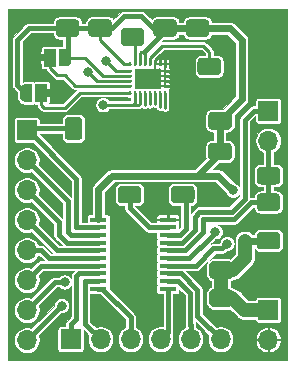
<source format=gbr>
G04 #@! TF.GenerationSoftware,KiCad,Pcbnew,(5.1.5)-3*
G04 #@! TF.CreationDate,2020-06-03T17:45:19-05:00*
G04 #@! TF.ProjectId,MSP430G2553_I2C,4d535034-3330-4473-9235-35335f493243,rev?*
G04 #@! TF.SameCoordinates,PX5f5e100PY5f5e100*
G04 #@! TF.FileFunction,Copper,L1,Top*
G04 #@! TF.FilePolarity,Positive*
%FSLAX46Y46*%
G04 Gerber Fmt 4.6, Leading zero omitted, Abs format (unit mm)*
G04 Created by KiCad (PCBNEW (5.1.5)-3) date 2020-06-03 17:45:19*
%MOMM*%
%LPD*%
G04 APERTURE LIST*
%ADD10C,0.100000*%
%ADD11R,1.700000X1.700000*%
%ADD12O,1.700000X1.700000*%
%ADD13R,1.000000X1.500000*%
%ADD14R,0.230000X0.350000*%
%ADD15R,0.350000X0.230000*%
%ADD16R,1.450000X0.450000*%
%ADD17C,0.800000*%
%ADD18C,0.400000*%
%ADD19C,0.230000*%
%ADD20C,0.600000*%
%ADD21C,1.200000*%
G04 APERTURE END LIST*
D10*
G36*
X2850000Y26050000D02*
G01*
X3350000Y26050000D01*
X3350000Y25450000D01*
X2850000Y25450000D01*
X2850000Y26050000D01*
G37*
G36*
X3900000Y22450000D02*
G01*
X3400000Y22450000D01*
X3400000Y23050000D01*
X3900000Y23050000D01*
X3900000Y22450000D01*
G37*
G04 #@! TA.AperFunction,SMDPad,CuDef*
G36*
X17911756Y25748194D02*
G01*
X17948159Y25742794D01*
X17983857Y25733853D01*
X18018506Y25721455D01*
X18051774Y25705720D01*
X18083339Y25686801D01*
X18112897Y25664879D01*
X18140165Y25640165D01*
X18164879Y25612897D01*
X18186801Y25583339D01*
X18205720Y25551774D01*
X18221455Y25518506D01*
X18233853Y25483857D01*
X18242794Y25448159D01*
X18248194Y25411756D01*
X18250000Y25375000D01*
X18250000Y24625000D01*
X18248194Y24588244D01*
X18242794Y24551841D01*
X18233853Y24516143D01*
X18221455Y24481494D01*
X18205720Y24448226D01*
X18186801Y24416661D01*
X18164879Y24387103D01*
X18140165Y24359835D01*
X18112897Y24335121D01*
X18083339Y24313199D01*
X18051774Y24294280D01*
X18018506Y24278545D01*
X17983857Y24266147D01*
X17948159Y24257206D01*
X17911756Y24251806D01*
X17875000Y24250000D01*
X16625000Y24250000D01*
X16588244Y24251806D01*
X16551841Y24257206D01*
X16516143Y24266147D01*
X16481494Y24278545D01*
X16448226Y24294280D01*
X16416661Y24313199D01*
X16387103Y24335121D01*
X16359835Y24359835D01*
X16335121Y24387103D01*
X16313199Y24416661D01*
X16294280Y24448226D01*
X16278545Y24481494D01*
X16266147Y24516143D01*
X16257206Y24551841D01*
X16251806Y24588244D01*
X16250000Y24625000D01*
X16250000Y25375000D01*
X16251806Y25411756D01*
X16257206Y25448159D01*
X16266147Y25483857D01*
X16278545Y25518506D01*
X16294280Y25551774D01*
X16313199Y25583339D01*
X16335121Y25612897D01*
X16359835Y25640165D01*
X16387103Y25664879D01*
X16416661Y25686801D01*
X16448226Y25705720D01*
X16481494Y25721455D01*
X16516143Y25733853D01*
X16551841Y25742794D01*
X16588244Y25748194D01*
X16625000Y25750000D01*
X17875000Y25750000D01*
X17911756Y25748194D01*
G37*
G04 #@! TD.AperFunction*
G04 #@! TA.AperFunction,SMDPad,CuDef*
G36*
X11411756Y28248194D02*
G01*
X11448159Y28242794D01*
X11483857Y28233853D01*
X11518506Y28221455D01*
X11551774Y28205720D01*
X11583339Y28186801D01*
X11612897Y28164879D01*
X11640165Y28140165D01*
X11664879Y28112897D01*
X11686801Y28083339D01*
X11705720Y28051774D01*
X11721455Y28018506D01*
X11733853Y27983857D01*
X11742794Y27948159D01*
X11748194Y27911756D01*
X11750000Y27875000D01*
X11750000Y27125000D01*
X11748194Y27088244D01*
X11742794Y27051841D01*
X11733853Y27016143D01*
X11721455Y26981494D01*
X11705720Y26948226D01*
X11686801Y26916661D01*
X11664879Y26887103D01*
X11640165Y26859835D01*
X11612897Y26835121D01*
X11583339Y26813199D01*
X11551774Y26794280D01*
X11518506Y26778545D01*
X11483857Y26766147D01*
X11448159Y26757206D01*
X11411756Y26751806D01*
X11375000Y26750000D01*
X10125000Y26750000D01*
X10088244Y26751806D01*
X10051841Y26757206D01*
X10016143Y26766147D01*
X9981494Y26778545D01*
X9948226Y26794280D01*
X9916661Y26813199D01*
X9887103Y26835121D01*
X9859835Y26859835D01*
X9835121Y26887103D01*
X9813199Y26916661D01*
X9794280Y26948226D01*
X9778545Y26981494D01*
X9766147Y27016143D01*
X9757206Y27051841D01*
X9751806Y27088244D01*
X9750000Y27125000D01*
X9750000Y27875000D01*
X9751806Y27911756D01*
X9757206Y27948159D01*
X9766147Y27983857D01*
X9778545Y28018506D01*
X9794280Y28051774D01*
X9813199Y28083339D01*
X9835121Y28112897D01*
X9859835Y28140165D01*
X9887103Y28164879D01*
X9916661Y28186801D01*
X9948226Y28205720D01*
X9981494Y28221455D01*
X10016143Y28233853D01*
X10051841Y28242794D01*
X10088244Y28248194D01*
X10125000Y28250000D01*
X11375000Y28250000D01*
X11411756Y28248194D01*
G37*
G04 #@! TD.AperFunction*
G04 #@! TA.AperFunction,SMDPad,CuDef*
G36*
X8661756Y28998194D02*
G01*
X8698159Y28992794D01*
X8733857Y28983853D01*
X8768506Y28971455D01*
X8801774Y28955720D01*
X8833339Y28936801D01*
X8862897Y28914879D01*
X8890165Y28890165D01*
X8914879Y28862897D01*
X8936801Y28833339D01*
X8955720Y28801774D01*
X8971455Y28768506D01*
X8983853Y28733857D01*
X8992794Y28698159D01*
X8998194Y28661756D01*
X9000000Y28625000D01*
X9000000Y27875000D01*
X8998194Y27838244D01*
X8992794Y27801841D01*
X8983853Y27766143D01*
X8971455Y27731494D01*
X8955720Y27698226D01*
X8936801Y27666661D01*
X8914879Y27637103D01*
X8890165Y27609835D01*
X8862897Y27585121D01*
X8833339Y27563199D01*
X8801774Y27544280D01*
X8768506Y27528545D01*
X8733857Y27516147D01*
X8698159Y27507206D01*
X8661756Y27501806D01*
X8625000Y27500000D01*
X7375000Y27500000D01*
X7338244Y27501806D01*
X7301841Y27507206D01*
X7266143Y27516147D01*
X7231494Y27528545D01*
X7198226Y27544280D01*
X7166661Y27563199D01*
X7137103Y27585121D01*
X7109835Y27609835D01*
X7085121Y27637103D01*
X7063199Y27666661D01*
X7044280Y27698226D01*
X7028545Y27731494D01*
X7016147Y27766143D01*
X7007206Y27801841D01*
X7001806Y27838244D01*
X7000000Y27875000D01*
X7000000Y28625000D01*
X7001806Y28661756D01*
X7007206Y28698159D01*
X7016147Y28733857D01*
X7028545Y28768506D01*
X7044280Y28801774D01*
X7063199Y28833339D01*
X7085121Y28862897D01*
X7109835Y28890165D01*
X7137103Y28914879D01*
X7166661Y28936801D01*
X7198226Y28955720D01*
X7231494Y28971455D01*
X7266143Y28983853D01*
X7301841Y28992794D01*
X7338244Y28998194D01*
X7375000Y29000000D01*
X8625000Y29000000D01*
X8661756Y28998194D01*
G37*
G04 #@! TD.AperFunction*
G04 #@! TA.AperFunction,SMDPad,CuDef*
G36*
X16911756Y28998194D02*
G01*
X16948159Y28992794D01*
X16983857Y28983853D01*
X17018506Y28971455D01*
X17051774Y28955720D01*
X17083339Y28936801D01*
X17112897Y28914879D01*
X17140165Y28890165D01*
X17164879Y28862897D01*
X17186801Y28833339D01*
X17205720Y28801774D01*
X17221455Y28768506D01*
X17233853Y28733857D01*
X17242794Y28698159D01*
X17248194Y28661756D01*
X17250000Y28625000D01*
X17250000Y27875000D01*
X17248194Y27838244D01*
X17242794Y27801841D01*
X17233853Y27766143D01*
X17221455Y27731494D01*
X17205720Y27698226D01*
X17186801Y27666661D01*
X17164879Y27637103D01*
X17140165Y27609835D01*
X17112897Y27585121D01*
X17083339Y27563199D01*
X17051774Y27544280D01*
X17018506Y27528545D01*
X16983857Y27516147D01*
X16948159Y27507206D01*
X16911756Y27501806D01*
X16875000Y27500000D01*
X15625000Y27500000D01*
X15588244Y27501806D01*
X15551841Y27507206D01*
X15516143Y27516147D01*
X15481494Y27528545D01*
X15448226Y27544280D01*
X15416661Y27563199D01*
X15387103Y27585121D01*
X15359835Y27609835D01*
X15335121Y27637103D01*
X15313199Y27666661D01*
X15294280Y27698226D01*
X15278545Y27731494D01*
X15266147Y27766143D01*
X15257206Y27801841D01*
X15251806Y27838244D01*
X15250000Y27875000D01*
X15250000Y28625000D01*
X15251806Y28661756D01*
X15257206Y28698159D01*
X15266147Y28733857D01*
X15278545Y28768506D01*
X15294280Y28801774D01*
X15313199Y28833339D01*
X15335121Y28862897D01*
X15359835Y28890165D01*
X15387103Y28914879D01*
X15416661Y28936801D01*
X15448226Y28955720D01*
X15481494Y28971455D01*
X15516143Y28983853D01*
X15551841Y28992794D01*
X15588244Y28998194D01*
X15625000Y29000000D01*
X16875000Y29000000D01*
X16911756Y28998194D01*
G37*
G04 #@! TD.AperFunction*
G04 #@! TA.AperFunction,SMDPad,CuDef*
G36*
X14161756Y28998194D02*
G01*
X14198159Y28992794D01*
X14233857Y28983853D01*
X14268506Y28971455D01*
X14301774Y28955720D01*
X14333339Y28936801D01*
X14362897Y28914879D01*
X14390165Y28890165D01*
X14414879Y28862897D01*
X14436801Y28833339D01*
X14455720Y28801774D01*
X14471455Y28768506D01*
X14483853Y28733857D01*
X14492794Y28698159D01*
X14498194Y28661756D01*
X14500000Y28625000D01*
X14500000Y27875000D01*
X14498194Y27838244D01*
X14492794Y27801841D01*
X14483853Y27766143D01*
X14471455Y27731494D01*
X14455720Y27698226D01*
X14436801Y27666661D01*
X14414879Y27637103D01*
X14390165Y27609835D01*
X14362897Y27585121D01*
X14333339Y27563199D01*
X14301774Y27544280D01*
X14268506Y27528545D01*
X14233857Y27516147D01*
X14198159Y27507206D01*
X14161756Y27501806D01*
X14125000Y27500000D01*
X12875000Y27500000D01*
X12838244Y27501806D01*
X12801841Y27507206D01*
X12766143Y27516147D01*
X12731494Y27528545D01*
X12698226Y27544280D01*
X12666661Y27563199D01*
X12637103Y27585121D01*
X12609835Y27609835D01*
X12585121Y27637103D01*
X12563199Y27666661D01*
X12544280Y27698226D01*
X12528545Y27731494D01*
X12516147Y27766143D01*
X12507206Y27801841D01*
X12501806Y27838244D01*
X12500000Y27875000D01*
X12500000Y28625000D01*
X12501806Y28661756D01*
X12507206Y28698159D01*
X12516147Y28733857D01*
X12528545Y28768506D01*
X12544280Y28801774D01*
X12563199Y28833339D01*
X12585121Y28862897D01*
X12609835Y28890165D01*
X12637103Y28914879D01*
X12666661Y28936801D01*
X12698226Y28955720D01*
X12731494Y28971455D01*
X12766143Y28983853D01*
X12801841Y28992794D01*
X12838244Y28998194D01*
X12875000Y29000000D01*
X14125000Y29000000D01*
X14161756Y28998194D01*
G37*
G04 #@! TD.AperFunction*
D11*
X22250000Y21250000D03*
D12*
X22250000Y18710000D03*
G04 #@! TA.AperFunction,SMDPad,CuDef*
D10*
G36*
X3000000Y25000000D02*
G01*
X2450000Y25000000D01*
X2450000Y25000602D01*
X2425466Y25000602D01*
X2376635Y25005412D01*
X2328510Y25014984D01*
X2281555Y25029228D01*
X2236222Y25048005D01*
X2192949Y25071136D01*
X2152150Y25098396D01*
X2114221Y25129524D01*
X2079524Y25164221D01*
X2048396Y25202150D01*
X2021136Y25242949D01*
X1998005Y25286222D01*
X1979228Y25331555D01*
X1964984Y25378510D01*
X1955412Y25426635D01*
X1950602Y25475466D01*
X1950602Y25500000D01*
X1950000Y25500000D01*
X1950000Y26000000D01*
X1950602Y26000000D01*
X1950602Y26024534D01*
X1955412Y26073365D01*
X1964984Y26121490D01*
X1979228Y26168445D01*
X1998005Y26213778D01*
X2021136Y26257051D01*
X2048396Y26297850D01*
X2079524Y26335779D01*
X2114221Y26370476D01*
X2152150Y26401604D01*
X2192949Y26428864D01*
X2236222Y26451995D01*
X2281555Y26470772D01*
X2328510Y26485016D01*
X2376635Y26494588D01*
X2425466Y26499398D01*
X2450000Y26499398D01*
X2450000Y26500000D01*
X3000000Y26500000D01*
X3000000Y25000000D01*
G37*
G04 #@! TD.AperFunction*
D13*
X3750000Y25750000D03*
G04 #@! TA.AperFunction,SMDPad,CuDef*
D10*
G36*
X5050000Y26499398D02*
G01*
X5074534Y26499398D01*
X5123365Y26494588D01*
X5171490Y26485016D01*
X5218445Y26470772D01*
X5263778Y26451995D01*
X5307051Y26428864D01*
X5347850Y26401604D01*
X5385779Y26370476D01*
X5420476Y26335779D01*
X5451604Y26297850D01*
X5478864Y26257051D01*
X5501995Y26213778D01*
X5520772Y26168445D01*
X5535016Y26121490D01*
X5544588Y26073365D01*
X5549398Y26024534D01*
X5549398Y26000000D01*
X5550000Y26000000D01*
X5550000Y25500000D01*
X5549398Y25500000D01*
X5549398Y25475466D01*
X5544588Y25426635D01*
X5535016Y25378510D01*
X5520772Y25331555D01*
X5501995Y25286222D01*
X5478864Y25242949D01*
X5451604Y25202150D01*
X5420476Y25164221D01*
X5385779Y25129524D01*
X5347850Y25098396D01*
X5307051Y25071136D01*
X5263778Y25048005D01*
X5218445Y25029228D01*
X5171490Y25014984D01*
X5123365Y25005412D01*
X5074534Y25000602D01*
X5050000Y25000602D01*
X5050000Y25000000D01*
X4500000Y25000000D01*
X4500000Y26500000D01*
X5050000Y26500000D01*
X5050000Y26499398D01*
G37*
G04 #@! TD.AperFunction*
G04 #@! TA.AperFunction,SMDPad,CuDef*
G36*
X1700000Y22000602D02*
G01*
X1675466Y22000602D01*
X1626635Y22005412D01*
X1578510Y22014984D01*
X1531555Y22029228D01*
X1486222Y22048005D01*
X1442949Y22071136D01*
X1402150Y22098396D01*
X1364221Y22129524D01*
X1329524Y22164221D01*
X1298396Y22202150D01*
X1271136Y22242949D01*
X1248005Y22286222D01*
X1229228Y22331555D01*
X1214984Y22378510D01*
X1205412Y22426635D01*
X1200602Y22475466D01*
X1200602Y22500000D01*
X1200000Y22500000D01*
X1200000Y23000000D01*
X1200602Y23000000D01*
X1200602Y23024534D01*
X1205412Y23073365D01*
X1214984Y23121490D01*
X1229228Y23168445D01*
X1248005Y23213778D01*
X1271136Y23257051D01*
X1298396Y23297850D01*
X1329524Y23335779D01*
X1364221Y23370476D01*
X1402150Y23401604D01*
X1442949Y23428864D01*
X1486222Y23451995D01*
X1531555Y23470772D01*
X1578510Y23485016D01*
X1626635Y23494588D01*
X1675466Y23499398D01*
X1700000Y23499398D01*
X1700000Y23500000D01*
X2250000Y23500000D01*
X2250000Y22000000D01*
X1700000Y22000000D01*
X1700000Y22000602D01*
G37*
G04 #@! TD.AperFunction*
D13*
X3000000Y22750000D03*
G04 #@! TA.AperFunction,SMDPad,CuDef*
D10*
G36*
X3750000Y23500000D02*
G01*
X4300000Y23500000D01*
X4300000Y23499398D01*
X4324534Y23499398D01*
X4373365Y23494588D01*
X4421490Y23485016D01*
X4468445Y23470772D01*
X4513778Y23451995D01*
X4557051Y23428864D01*
X4597850Y23401604D01*
X4635779Y23370476D01*
X4670476Y23335779D01*
X4701604Y23297850D01*
X4728864Y23257051D01*
X4751995Y23213778D01*
X4770772Y23168445D01*
X4785016Y23121490D01*
X4794588Y23073365D01*
X4799398Y23024534D01*
X4799398Y23000000D01*
X4800000Y23000000D01*
X4800000Y22500000D01*
X4799398Y22500000D01*
X4799398Y22475466D01*
X4794588Y22426635D01*
X4785016Y22378510D01*
X4770772Y22331555D01*
X4751995Y22286222D01*
X4728864Y22242949D01*
X4701604Y22202150D01*
X4670476Y22164221D01*
X4635779Y22129524D01*
X4597850Y22098396D01*
X4557051Y22071136D01*
X4513778Y22048005D01*
X4468445Y22029228D01*
X4421490Y22014984D01*
X4373365Y22005412D01*
X4324534Y22000602D01*
X4300000Y22000602D01*
X4300000Y22000000D01*
X3750000Y22000000D01*
X3750000Y23500000D01*
G37*
G04 #@! TD.AperFunction*
G04 #@! TA.AperFunction,SMDPad,CuDef*
G36*
X18811756Y21148194D02*
G01*
X18848159Y21142794D01*
X18883857Y21133853D01*
X18918506Y21121455D01*
X18951774Y21105720D01*
X18983339Y21086801D01*
X19012897Y21064879D01*
X19040165Y21040165D01*
X19064879Y21012897D01*
X19086801Y20983339D01*
X19105720Y20951774D01*
X19121455Y20918506D01*
X19133853Y20883857D01*
X19142794Y20848159D01*
X19148194Y20811756D01*
X19150000Y20775000D01*
X19150000Y20025000D01*
X19148194Y19988244D01*
X19142794Y19951841D01*
X19133853Y19916143D01*
X19121455Y19881494D01*
X19105720Y19848226D01*
X19086801Y19816661D01*
X19064879Y19787103D01*
X19040165Y19759835D01*
X19012897Y19735121D01*
X18983339Y19713199D01*
X18951774Y19694280D01*
X18918506Y19678545D01*
X18883857Y19666147D01*
X18848159Y19657206D01*
X18811756Y19651806D01*
X18775000Y19650000D01*
X17525000Y19650000D01*
X17488244Y19651806D01*
X17451841Y19657206D01*
X17416143Y19666147D01*
X17381494Y19678545D01*
X17348226Y19694280D01*
X17316661Y19713199D01*
X17287103Y19735121D01*
X17259835Y19759835D01*
X17235121Y19787103D01*
X17213199Y19816661D01*
X17194280Y19848226D01*
X17178545Y19881494D01*
X17166147Y19916143D01*
X17157206Y19951841D01*
X17151806Y19988244D01*
X17150000Y20025000D01*
X17150000Y20775000D01*
X17151806Y20811756D01*
X17157206Y20848159D01*
X17166147Y20883857D01*
X17178545Y20918506D01*
X17194280Y20951774D01*
X17213199Y20983339D01*
X17235121Y21012897D01*
X17259835Y21040165D01*
X17287103Y21064879D01*
X17316661Y21086801D01*
X17348226Y21105720D01*
X17381494Y21121455D01*
X17416143Y21133853D01*
X17451841Y21142794D01*
X17488244Y21148194D01*
X17525000Y21150000D01*
X18775000Y21150000D01*
X18811756Y21148194D01*
G37*
G04 #@! TD.AperFunction*
G04 #@! TA.AperFunction,SMDPad,CuDef*
G36*
X18811756Y18548194D02*
G01*
X18848159Y18542794D01*
X18883857Y18533853D01*
X18918506Y18521455D01*
X18951774Y18505720D01*
X18983339Y18486801D01*
X19012897Y18464879D01*
X19040165Y18440165D01*
X19064879Y18412897D01*
X19086801Y18383339D01*
X19105720Y18351774D01*
X19121455Y18318506D01*
X19133853Y18283857D01*
X19142794Y18248159D01*
X19148194Y18211756D01*
X19150000Y18175000D01*
X19150000Y17425000D01*
X19148194Y17388244D01*
X19142794Y17351841D01*
X19133853Y17316143D01*
X19121455Y17281494D01*
X19105720Y17248226D01*
X19086801Y17216661D01*
X19064879Y17187103D01*
X19040165Y17159835D01*
X19012897Y17135121D01*
X18983339Y17113199D01*
X18951774Y17094280D01*
X18918506Y17078545D01*
X18883857Y17066147D01*
X18848159Y17057206D01*
X18811756Y17051806D01*
X18775000Y17050000D01*
X17525000Y17050000D01*
X17488244Y17051806D01*
X17451841Y17057206D01*
X17416143Y17066147D01*
X17381494Y17078545D01*
X17348226Y17094280D01*
X17316661Y17113199D01*
X17287103Y17135121D01*
X17259835Y17159835D01*
X17235121Y17187103D01*
X17213199Y17216661D01*
X17194280Y17248226D01*
X17178545Y17281494D01*
X17166147Y17316143D01*
X17157206Y17351841D01*
X17151806Y17388244D01*
X17150000Y17425000D01*
X17150000Y18175000D01*
X17151806Y18211756D01*
X17157206Y18248159D01*
X17166147Y18283857D01*
X17178545Y18318506D01*
X17194280Y18351774D01*
X17213199Y18383339D01*
X17235121Y18412897D01*
X17259835Y18440165D01*
X17287103Y18464879D01*
X17316661Y18486801D01*
X17348226Y18505720D01*
X17381494Y18521455D01*
X17416143Y18533853D01*
X17451841Y18542794D01*
X17488244Y18548194D01*
X17525000Y18550000D01*
X18775000Y18550000D01*
X18811756Y18548194D01*
G37*
G04 #@! TD.AperFunction*
G04 #@! TA.AperFunction,SMDPad,CuDef*
G36*
X5911756Y28998194D02*
G01*
X5948159Y28992794D01*
X5983857Y28983853D01*
X6018506Y28971455D01*
X6051774Y28955720D01*
X6083339Y28936801D01*
X6112897Y28914879D01*
X6140165Y28890165D01*
X6164879Y28862897D01*
X6186801Y28833339D01*
X6205720Y28801774D01*
X6221455Y28768506D01*
X6233853Y28733857D01*
X6242794Y28698159D01*
X6248194Y28661756D01*
X6250000Y28625000D01*
X6250000Y27875000D01*
X6248194Y27838244D01*
X6242794Y27801841D01*
X6233853Y27766143D01*
X6221455Y27731494D01*
X6205720Y27698226D01*
X6186801Y27666661D01*
X6164879Y27637103D01*
X6140165Y27609835D01*
X6112897Y27585121D01*
X6083339Y27563199D01*
X6051774Y27544280D01*
X6018506Y27528545D01*
X5983857Y27516147D01*
X5948159Y27507206D01*
X5911756Y27501806D01*
X5875000Y27500000D01*
X4625000Y27500000D01*
X4588244Y27501806D01*
X4551841Y27507206D01*
X4516143Y27516147D01*
X4481494Y27528545D01*
X4448226Y27544280D01*
X4416661Y27563199D01*
X4387103Y27585121D01*
X4359835Y27609835D01*
X4335121Y27637103D01*
X4313199Y27666661D01*
X4294280Y27698226D01*
X4278545Y27731494D01*
X4266147Y27766143D01*
X4257206Y27801841D01*
X4251806Y27838244D01*
X4250000Y27875000D01*
X4250000Y28625000D01*
X4251806Y28661756D01*
X4257206Y28698159D01*
X4266147Y28733857D01*
X4278545Y28768506D01*
X4294280Y28801774D01*
X4313199Y28833339D01*
X4335121Y28862897D01*
X4359835Y28890165D01*
X4387103Y28914879D01*
X4416661Y28936801D01*
X4448226Y28955720D01*
X4481494Y28971455D01*
X4516143Y28983853D01*
X4551841Y28992794D01*
X4588244Y28998194D01*
X4625000Y29000000D01*
X5875000Y29000000D01*
X5911756Y28998194D01*
G37*
G04 #@! TD.AperFunction*
D14*
X10495000Y25225000D03*
D15*
X10525000Y24645000D03*
X13475000Y24645000D03*
X10525000Y24215000D03*
X13475000Y24215000D03*
X10525000Y23785000D03*
X13475000Y23785000D03*
X10525000Y23355000D03*
X13475000Y23355000D03*
D14*
X10925000Y25225000D03*
X11355000Y25225000D03*
X11785000Y25225000D03*
X12215000Y25225000D03*
X12645000Y25225000D03*
X13075000Y25225000D03*
X13505000Y25225000D03*
X10495000Y22775000D03*
X10925000Y22775000D03*
X11355000Y22775000D03*
X11785000Y22775000D03*
X12215000Y22775000D03*
X12645000Y22775000D03*
X13075000Y22775000D03*
X13505000Y22775000D03*
G04 #@! TA.AperFunction,SMDPad,CuDef*
D10*
G36*
X11161756Y14898194D02*
G01*
X11198159Y14892794D01*
X11233857Y14883853D01*
X11268506Y14871455D01*
X11301774Y14855720D01*
X11333339Y14836801D01*
X11362897Y14814879D01*
X11390165Y14790165D01*
X11414879Y14762897D01*
X11436801Y14733339D01*
X11455720Y14701774D01*
X11471455Y14668506D01*
X11483853Y14633857D01*
X11492794Y14598159D01*
X11498194Y14561756D01*
X11500000Y14525000D01*
X11500000Y13775000D01*
X11498194Y13738244D01*
X11492794Y13701841D01*
X11483853Y13666143D01*
X11471455Y13631494D01*
X11455720Y13598226D01*
X11436801Y13566661D01*
X11414879Y13537103D01*
X11390165Y13509835D01*
X11362897Y13485121D01*
X11333339Y13463199D01*
X11301774Y13444280D01*
X11268506Y13428545D01*
X11233857Y13416147D01*
X11198159Y13407206D01*
X11161756Y13401806D01*
X11125000Y13400000D01*
X9875000Y13400000D01*
X9838244Y13401806D01*
X9801841Y13407206D01*
X9766143Y13416147D01*
X9731494Y13428545D01*
X9698226Y13444280D01*
X9666661Y13463199D01*
X9637103Y13485121D01*
X9609835Y13509835D01*
X9585121Y13537103D01*
X9563199Y13566661D01*
X9544280Y13598226D01*
X9528545Y13631494D01*
X9516147Y13666143D01*
X9507206Y13701841D01*
X9501806Y13738244D01*
X9500000Y13775000D01*
X9500000Y14525000D01*
X9501806Y14561756D01*
X9507206Y14598159D01*
X9516147Y14633857D01*
X9528545Y14668506D01*
X9544280Y14701774D01*
X9563199Y14733339D01*
X9585121Y14762897D01*
X9609835Y14790165D01*
X9637103Y14814879D01*
X9666661Y14836801D01*
X9698226Y14855720D01*
X9731494Y14871455D01*
X9766143Y14883853D01*
X9801841Y14892794D01*
X9838244Y14898194D01*
X9875000Y14900000D01*
X11125000Y14900000D01*
X11161756Y14898194D01*
G37*
G04 #@! TD.AperFunction*
G04 #@! TA.AperFunction,SMDPad,CuDef*
G36*
X18911756Y6148194D02*
G01*
X18948159Y6142794D01*
X18983857Y6133853D01*
X19018506Y6121455D01*
X19051774Y6105720D01*
X19083339Y6086801D01*
X19112897Y6064879D01*
X19140165Y6040165D01*
X19164879Y6012897D01*
X19186801Y5983339D01*
X19205720Y5951774D01*
X19221455Y5918506D01*
X19233853Y5883857D01*
X19242794Y5848159D01*
X19248194Y5811756D01*
X19250000Y5775000D01*
X19250000Y5025000D01*
X19248194Y4988244D01*
X19242794Y4951841D01*
X19233853Y4916143D01*
X19221455Y4881494D01*
X19205720Y4848226D01*
X19186801Y4816661D01*
X19164879Y4787103D01*
X19140165Y4759835D01*
X19112897Y4735121D01*
X19083339Y4713199D01*
X19051774Y4694280D01*
X19018506Y4678545D01*
X18983857Y4666147D01*
X18948159Y4657206D01*
X18911756Y4651806D01*
X18875000Y4650000D01*
X17625000Y4650000D01*
X17588244Y4651806D01*
X17551841Y4657206D01*
X17516143Y4666147D01*
X17481494Y4678545D01*
X17448226Y4694280D01*
X17416661Y4713199D01*
X17387103Y4735121D01*
X17359835Y4759835D01*
X17335121Y4787103D01*
X17313199Y4816661D01*
X17294280Y4848226D01*
X17278545Y4881494D01*
X17266147Y4916143D01*
X17257206Y4951841D01*
X17251806Y4988244D01*
X17250000Y5025000D01*
X17250000Y5775000D01*
X17251806Y5811756D01*
X17257206Y5848159D01*
X17266147Y5883857D01*
X17278545Y5918506D01*
X17294280Y5951774D01*
X17313199Y5983339D01*
X17335121Y6012897D01*
X17359835Y6040165D01*
X17387103Y6064879D01*
X17416661Y6086801D01*
X17448226Y6105720D01*
X17481494Y6121455D01*
X17516143Y6133853D01*
X17551841Y6142794D01*
X17588244Y6148194D01*
X17625000Y6150000D01*
X18875000Y6150000D01*
X18911756Y6148194D01*
G37*
G04 #@! TD.AperFunction*
G04 #@! TA.AperFunction,SMDPad,CuDef*
G36*
X18911756Y8498194D02*
G01*
X18948159Y8492794D01*
X18983857Y8483853D01*
X19018506Y8471455D01*
X19051774Y8455720D01*
X19083339Y8436801D01*
X19112897Y8414879D01*
X19140165Y8390165D01*
X19164879Y8362897D01*
X19186801Y8333339D01*
X19205720Y8301774D01*
X19221455Y8268506D01*
X19233853Y8233857D01*
X19242794Y8198159D01*
X19248194Y8161756D01*
X19250000Y8125000D01*
X19250000Y7375000D01*
X19248194Y7338244D01*
X19242794Y7301841D01*
X19233853Y7266143D01*
X19221455Y7231494D01*
X19205720Y7198226D01*
X19186801Y7166661D01*
X19164879Y7137103D01*
X19140165Y7109835D01*
X19112897Y7085121D01*
X19083339Y7063199D01*
X19051774Y7044280D01*
X19018506Y7028545D01*
X18983857Y7016147D01*
X18948159Y7007206D01*
X18911756Y7001806D01*
X18875000Y7000000D01*
X17625000Y7000000D01*
X17588244Y7001806D01*
X17551841Y7007206D01*
X17516143Y7016147D01*
X17481494Y7028545D01*
X17448226Y7044280D01*
X17416661Y7063199D01*
X17387103Y7085121D01*
X17359835Y7109835D01*
X17335121Y7137103D01*
X17313199Y7166661D01*
X17294280Y7198226D01*
X17278545Y7231494D01*
X17266147Y7266143D01*
X17257206Y7301841D01*
X17251806Y7338244D01*
X17250000Y7375000D01*
X17250000Y8125000D01*
X17251806Y8161756D01*
X17257206Y8198159D01*
X17266147Y8233857D01*
X17278545Y8268506D01*
X17294280Y8301774D01*
X17313199Y8333339D01*
X17335121Y8362897D01*
X17359835Y8390165D01*
X17387103Y8414879D01*
X17416661Y8436801D01*
X17448226Y8455720D01*
X17481494Y8471455D01*
X17516143Y8483853D01*
X17551841Y8492794D01*
X17588244Y8498194D01*
X17625000Y8500000D01*
X18875000Y8500000D01*
X18911756Y8498194D01*
G37*
G04 #@! TD.AperFunction*
G04 #@! TA.AperFunction,SMDPad,CuDef*
G36*
X22911756Y16498194D02*
G01*
X22948159Y16492794D01*
X22983857Y16483853D01*
X23018506Y16471455D01*
X23051774Y16455720D01*
X23083339Y16436801D01*
X23112897Y16414879D01*
X23140165Y16390165D01*
X23164879Y16362897D01*
X23186801Y16333339D01*
X23205720Y16301774D01*
X23221455Y16268506D01*
X23233853Y16233857D01*
X23242794Y16198159D01*
X23248194Y16161756D01*
X23250000Y16125000D01*
X23250000Y15375000D01*
X23248194Y15338244D01*
X23242794Y15301841D01*
X23233853Y15266143D01*
X23221455Y15231494D01*
X23205720Y15198226D01*
X23186801Y15166661D01*
X23164879Y15137103D01*
X23140165Y15109835D01*
X23112897Y15085121D01*
X23083339Y15063199D01*
X23051774Y15044280D01*
X23018506Y15028545D01*
X22983857Y15016147D01*
X22948159Y15007206D01*
X22911756Y15001806D01*
X22875000Y15000000D01*
X21625000Y15000000D01*
X21588244Y15001806D01*
X21551841Y15007206D01*
X21516143Y15016147D01*
X21481494Y15028545D01*
X21448226Y15044280D01*
X21416661Y15063199D01*
X21387103Y15085121D01*
X21359835Y15109835D01*
X21335121Y15137103D01*
X21313199Y15166661D01*
X21294280Y15198226D01*
X21278545Y15231494D01*
X21266147Y15266143D01*
X21257206Y15301841D01*
X21251806Y15338244D01*
X21250000Y15375000D01*
X21250000Y16125000D01*
X21251806Y16161756D01*
X21257206Y16198159D01*
X21266147Y16233857D01*
X21278545Y16268506D01*
X21294280Y16301774D01*
X21313199Y16333339D01*
X21335121Y16362897D01*
X21359835Y16390165D01*
X21387103Y16414879D01*
X21416661Y16436801D01*
X21448226Y16455720D01*
X21481494Y16471455D01*
X21516143Y16483853D01*
X21551841Y16492794D01*
X21588244Y16498194D01*
X21625000Y16500000D01*
X22875000Y16500000D01*
X22911756Y16498194D01*
G37*
G04 #@! TD.AperFunction*
G04 #@! TA.AperFunction,SMDPad,CuDef*
G36*
X15661756Y14898194D02*
G01*
X15698159Y14892794D01*
X15733857Y14883853D01*
X15768506Y14871455D01*
X15801774Y14855720D01*
X15833339Y14836801D01*
X15862897Y14814879D01*
X15890165Y14790165D01*
X15914879Y14762897D01*
X15936801Y14733339D01*
X15955720Y14701774D01*
X15971455Y14668506D01*
X15983853Y14633857D01*
X15992794Y14598159D01*
X15998194Y14561756D01*
X16000000Y14525000D01*
X16000000Y13775000D01*
X15998194Y13738244D01*
X15992794Y13701841D01*
X15983853Y13666143D01*
X15971455Y13631494D01*
X15955720Y13598226D01*
X15936801Y13566661D01*
X15914879Y13537103D01*
X15890165Y13509835D01*
X15862897Y13485121D01*
X15833339Y13463199D01*
X15801774Y13444280D01*
X15768506Y13428545D01*
X15733857Y13416147D01*
X15698159Y13407206D01*
X15661756Y13401806D01*
X15625000Y13400000D01*
X14375000Y13400000D01*
X14338244Y13401806D01*
X14301841Y13407206D01*
X14266143Y13416147D01*
X14231494Y13428545D01*
X14198226Y13444280D01*
X14166661Y13463199D01*
X14137103Y13485121D01*
X14109835Y13509835D01*
X14085121Y13537103D01*
X14063199Y13566661D01*
X14044280Y13598226D01*
X14028545Y13631494D01*
X14016147Y13666143D01*
X14007206Y13701841D01*
X14001806Y13738244D01*
X14000000Y13775000D01*
X14000000Y14525000D01*
X14001806Y14561756D01*
X14007206Y14598159D01*
X14016147Y14633857D01*
X14028545Y14668506D01*
X14044280Y14701774D01*
X14063199Y14733339D01*
X14085121Y14762897D01*
X14109835Y14790165D01*
X14137103Y14814879D01*
X14166661Y14836801D01*
X14198226Y14855720D01*
X14231494Y14871455D01*
X14266143Y14883853D01*
X14301841Y14892794D01*
X14338244Y14898194D01*
X14375000Y14900000D01*
X15625000Y14900000D01*
X15661756Y14898194D01*
G37*
G04 #@! TD.AperFunction*
D11*
X22250000Y4400000D03*
D12*
X22250000Y1860000D03*
D11*
X5500000Y1900000D03*
D12*
X8040000Y1900000D03*
X10580000Y1900000D03*
X13120000Y1900000D03*
X15660000Y1900000D03*
X18200000Y1900000D03*
D11*
X1800000Y19600000D03*
D12*
X1800000Y17060000D03*
X1800000Y14520000D03*
X1800000Y11980000D03*
X1800000Y9440000D03*
X1800000Y6900000D03*
X1800000Y4360000D03*
X1800000Y1820000D03*
G04 #@! TA.AperFunction,SMDPad,CuDef*
D10*
G36*
X22911756Y14248194D02*
G01*
X22948159Y14242794D01*
X22983857Y14233853D01*
X23018506Y14221455D01*
X23051774Y14205720D01*
X23083339Y14186801D01*
X23112897Y14164879D01*
X23140165Y14140165D01*
X23164879Y14112897D01*
X23186801Y14083339D01*
X23205720Y14051774D01*
X23221455Y14018506D01*
X23233853Y13983857D01*
X23242794Y13948159D01*
X23248194Y13911756D01*
X23250000Y13875000D01*
X23250000Y13125000D01*
X23248194Y13088244D01*
X23242794Y13051841D01*
X23233853Y13016143D01*
X23221455Y12981494D01*
X23205720Y12948226D01*
X23186801Y12916661D01*
X23164879Y12887103D01*
X23140165Y12859835D01*
X23112897Y12835121D01*
X23083339Y12813199D01*
X23051774Y12794280D01*
X23018506Y12778545D01*
X22983857Y12766147D01*
X22948159Y12757206D01*
X22911756Y12751806D01*
X22875000Y12750000D01*
X21625000Y12750000D01*
X21588244Y12751806D01*
X21551841Y12757206D01*
X21516143Y12766147D01*
X21481494Y12778545D01*
X21448226Y12794280D01*
X21416661Y12813199D01*
X21387103Y12835121D01*
X21359835Y12859835D01*
X21335121Y12887103D01*
X21313199Y12916661D01*
X21294280Y12948226D01*
X21278545Y12981494D01*
X21266147Y13016143D01*
X21257206Y13051841D01*
X21251806Y13088244D01*
X21250000Y13125000D01*
X21250000Y13875000D01*
X21251806Y13911756D01*
X21257206Y13948159D01*
X21266147Y13983857D01*
X21278545Y14018506D01*
X21294280Y14051774D01*
X21313199Y14083339D01*
X21335121Y14112897D01*
X21359835Y14140165D01*
X21387103Y14164879D01*
X21416661Y14186801D01*
X21448226Y14205720D01*
X21481494Y14221455D01*
X21516143Y14233853D01*
X21551841Y14242794D01*
X21588244Y14248194D01*
X21625000Y14250000D01*
X22875000Y14250000D01*
X22911756Y14248194D01*
G37*
G04 #@! TD.AperFunction*
G04 #@! TA.AperFunction,SMDPad,CuDef*
G36*
X6161756Y20748194D02*
G01*
X6198159Y20742794D01*
X6233857Y20733853D01*
X6268506Y20721455D01*
X6301774Y20705720D01*
X6333339Y20686801D01*
X6362897Y20664879D01*
X6390165Y20640165D01*
X6414879Y20612897D01*
X6436801Y20583339D01*
X6455720Y20551774D01*
X6471455Y20518506D01*
X6483853Y20483857D01*
X6492794Y20448159D01*
X6498194Y20411756D01*
X6500000Y20375000D01*
X6500000Y19125000D01*
X6498194Y19088244D01*
X6492794Y19051841D01*
X6483853Y19016143D01*
X6471455Y18981494D01*
X6455720Y18948226D01*
X6436801Y18916661D01*
X6414879Y18887103D01*
X6390165Y18859835D01*
X6362897Y18835121D01*
X6333339Y18813199D01*
X6301774Y18794280D01*
X6268506Y18778545D01*
X6233857Y18766147D01*
X6198159Y18757206D01*
X6161756Y18751806D01*
X6125000Y18750000D01*
X5375000Y18750000D01*
X5338244Y18751806D01*
X5301841Y18757206D01*
X5266143Y18766147D01*
X5231494Y18778545D01*
X5198226Y18794280D01*
X5166661Y18813199D01*
X5137103Y18835121D01*
X5109835Y18859835D01*
X5085121Y18887103D01*
X5063199Y18916661D01*
X5044280Y18948226D01*
X5028545Y18981494D01*
X5016147Y19016143D01*
X5007206Y19051841D01*
X5001806Y19088244D01*
X5000000Y19125000D01*
X5000000Y20375000D01*
X5001806Y20411756D01*
X5007206Y20448159D01*
X5016147Y20483857D01*
X5028545Y20518506D01*
X5044280Y20551774D01*
X5063199Y20583339D01*
X5085121Y20612897D01*
X5109835Y20640165D01*
X5137103Y20664879D01*
X5166661Y20686801D01*
X5198226Y20705720D01*
X5231494Y20721455D01*
X5266143Y20733853D01*
X5301841Y20742794D01*
X5338244Y20748194D01*
X5375000Y20750000D01*
X6125000Y20750000D01*
X6161756Y20748194D01*
G37*
G04 #@! TD.AperFunction*
G04 #@! TA.AperFunction,SMDPad,CuDef*
G36*
X22911756Y10998194D02*
G01*
X22948159Y10992794D01*
X22983857Y10983853D01*
X23018506Y10971455D01*
X23051774Y10955720D01*
X23083339Y10936801D01*
X23112897Y10914879D01*
X23140165Y10890165D01*
X23164879Y10862897D01*
X23186801Y10833339D01*
X23205720Y10801774D01*
X23221455Y10768506D01*
X23233853Y10733857D01*
X23242794Y10698159D01*
X23248194Y10661756D01*
X23250000Y10625000D01*
X23250000Y9875000D01*
X23248194Y9838244D01*
X23242794Y9801841D01*
X23233853Y9766143D01*
X23221455Y9731494D01*
X23205720Y9698226D01*
X23186801Y9666661D01*
X23164879Y9637103D01*
X23140165Y9609835D01*
X23112897Y9585121D01*
X23083339Y9563199D01*
X23051774Y9544280D01*
X23018506Y9528545D01*
X22983857Y9516147D01*
X22948159Y9507206D01*
X22911756Y9501806D01*
X22875000Y9500000D01*
X21625000Y9500000D01*
X21588244Y9501806D01*
X21551841Y9507206D01*
X21516143Y9516147D01*
X21481494Y9528545D01*
X21448226Y9544280D01*
X21416661Y9563199D01*
X21387103Y9585121D01*
X21359835Y9609835D01*
X21335121Y9637103D01*
X21313199Y9666661D01*
X21294280Y9698226D01*
X21278545Y9731494D01*
X21266147Y9766143D01*
X21257206Y9801841D01*
X21251806Y9838244D01*
X21250000Y9875000D01*
X21250000Y10625000D01*
X21251806Y10661756D01*
X21257206Y10698159D01*
X21266147Y10733857D01*
X21278545Y10768506D01*
X21294280Y10801774D01*
X21313199Y10833339D01*
X21335121Y10862897D01*
X21359835Y10890165D01*
X21387103Y10914879D01*
X21416661Y10936801D01*
X21448226Y10955720D01*
X21481494Y10971455D01*
X21516143Y10983853D01*
X21551841Y10992794D01*
X21588244Y10998194D01*
X21625000Y11000000D01*
X22875000Y11000000D01*
X22911756Y10998194D01*
G37*
G04 #@! TD.AperFunction*
D16*
X7850000Y12025000D03*
X7850000Y11375000D03*
X7850000Y10725000D03*
X7850000Y10075000D03*
X7850000Y9425000D03*
X7850000Y8775000D03*
X7850000Y8125000D03*
X7850000Y7475000D03*
X7850000Y6825000D03*
X7850000Y6175000D03*
X13750000Y6175000D03*
X13750000Y6825000D03*
X13750000Y7475000D03*
X13750000Y8125000D03*
X13750000Y8775000D03*
X13750000Y9425000D03*
X13750000Y10075000D03*
X13750000Y10725000D03*
X13750000Y11375000D03*
X13750000Y12025000D03*
D17*
X12750000Y14250000D03*
X2500000Y25750000D03*
X8500000Y17500000D03*
X11750000Y4750000D03*
X15750000Y17500000D03*
X15000000Y25250000D03*
X19250000Y14500000D03*
X20250010Y10250000D03*
X8500000Y25500000D03*
X5000000Y6750000D03*
X18749992Y10000000D03*
X6994418Y24494418D03*
X4750000Y4750000D03*
X17758957Y10997015D03*
X8250000Y21750000D03*
D18*
X10500000Y13000000D02*
X10500000Y14150000D01*
X13750000Y11375000D02*
X12125000Y11375000D01*
X12125000Y11375000D02*
X10500000Y13000000D01*
D19*
X3500000Y24250000D02*
X2750000Y24250000D01*
X2750000Y24250000D02*
X2450000Y24550000D01*
X4300000Y22750000D02*
X4300000Y23450000D01*
X2450000Y24550000D02*
X2450000Y25750000D01*
X4300000Y23450000D02*
X3500000Y24250000D01*
X12645000Y25225000D02*
X12645000Y25536876D01*
X12645000Y25536876D02*
X13108124Y26000000D01*
X13250000Y25805000D02*
X13250000Y26000000D01*
X13075000Y25225000D02*
X13075000Y25630000D01*
X13075000Y25630000D02*
X13250000Y25805000D01*
X13108124Y26000000D02*
X13250000Y26000000D01*
X13250000Y26000000D02*
X13369754Y26000000D01*
X13505000Y25225000D02*
X13505000Y25995000D01*
X13505000Y25995000D02*
X13500000Y26000000D01*
D20*
X13500000Y26000000D02*
X13369754Y26000000D01*
X15000000Y25750000D02*
X15000000Y25250000D01*
X13500000Y26000000D02*
X14750000Y26000000D01*
X14750000Y26000000D02*
X15000000Y25750000D01*
D19*
X14395000Y24645000D02*
X15000000Y25250000D01*
X13475000Y24645000D02*
X14395000Y24645000D01*
D20*
X15000000Y24750000D02*
X15000000Y25250000D01*
X15000000Y23250000D02*
X15000000Y24750000D01*
D19*
X14895000Y23355000D02*
X15000000Y23250000D01*
X13475000Y23355000D02*
X14895000Y23355000D01*
X14965000Y23785000D02*
X15000000Y23750000D01*
X13475000Y23785000D02*
X14965000Y23785000D01*
X14965000Y24215000D02*
X15000000Y24250000D01*
X13475000Y24215000D02*
X14965000Y24215000D01*
D18*
X22250000Y18710000D02*
X22250000Y15750000D01*
X22250000Y15750000D02*
X22250000Y13500000D01*
X21250000Y13500000D02*
X22250000Y13500000D01*
X20782547Y13500000D02*
X21250000Y13500000D01*
X15175000Y9425000D02*
X16750000Y11000000D01*
X13750000Y9425000D02*
X15175000Y9425000D01*
X16750000Y11000000D02*
X16750000Y12050001D01*
X16750000Y12050001D02*
X19332548Y12050001D01*
X19332548Y12050001D02*
X20782547Y13500000D01*
X15250000Y11229603D02*
X15250000Y13900000D01*
X13750000Y10725000D02*
X14745397Y10725000D01*
X15250000Y13900000D02*
X15000000Y14150000D01*
X14745397Y10725000D02*
X15250000Y11229603D01*
D20*
X18150000Y17800000D02*
X18150000Y20400000D01*
X16250000Y28250000D02*
X13500000Y28250000D01*
D18*
X10000000Y29250000D02*
X9000000Y28250000D01*
X11500000Y29250000D02*
X10000000Y29250000D01*
X13500000Y28250000D02*
X12500000Y28250000D01*
X9000000Y28250000D02*
X8000000Y28250000D01*
X12500000Y28250000D02*
X11500000Y29250000D01*
X8000000Y28250000D02*
X5250000Y28250000D01*
X5250000Y25950000D02*
X5050000Y25750000D01*
X5250000Y28250000D02*
X5250000Y25950000D01*
D20*
X19000000Y28250000D02*
X16250000Y28250000D01*
X20000000Y27250000D02*
X19000000Y28250000D01*
X18150000Y20400000D02*
X20000000Y22250000D01*
X20000000Y22250000D02*
X20000000Y27250000D01*
D19*
X11785000Y26215000D02*
X11785000Y25225000D01*
X11500000Y26250000D02*
X11750000Y26250000D01*
X11750000Y26250000D02*
X11785000Y26215000D01*
X11355000Y26105000D02*
X11500000Y26250000D01*
X11355000Y25225000D02*
X11355000Y26105000D01*
D18*
X13500000Y28000000D02*
X11750000Y26250000D01*
X13500000Y28250000D02*
X13500000Y28000000D01*
D19*
X8000000Y27500000D02*
X8000000Y28250000D01*
X8000000Y27250000D02*
X8000000Y27500000D01*
X10495000Y25225000D02*
X10025000Y25225000D01*
X10025000Y25225000D02*
X8000000Y27250000D01*
X6750000Y25750000D02*
X5050000Y25750000D01*
X10525000Y24215000D02*
X8285000Y24215000D01*
X8285000Y24215000D02*
X6750000Y25750000D01*
D20*
X18200000Y17800000D02*
X18150000Y17800000D01*
X18150000Y17800000D02*
X18150000Y17650000D01*
X18150000Y17650000D02*
X16250000Y15750000D01*
X7850000Y14600000D02*
X7850000Y12100001D01*
X15750000Y15750000D02*
X9000000Y15750000D01*
X9000000Y15750000D02*
X7850000Y14600000D01*
X15750000Y15750000D02*
X16250000Y15750000D01*
X18000000Y15750000D02*
X18850001Y14899999D01*
X16250000Y15750000D02*
X18000000Y15750000D01*
X18850001Y14899999D02*
X19250000Y14500000D01*
D21*
X19200000Y5400000D02*
X18250000Y5400000D01*
X22250000Y4400000D02*
X20200000Y4400000D01*
X20200000Y4400000D02*
X19200000Y5400000D01*
X18250000Y5400000D02*
X18250000Y7750000D01*
D20*
X22250000Y10250000D02*
X20250010Y10250000D01*
D21*
X19250000Y7750000D02*
X20250010Y8750010D01*
X18250000Y7750000D02*
X19250000Y7750000D01*
X20250010Y8750010D02*
X20250010Y10250000D01*
D18*
X1000000Y23450000D02*
X1700000Y22750000D01*
X5250000Y28250000D02*
X2000000Y28250000D01*
X1000000Y27250000D02*
X1000000Y23450000D01*
X2000000Y28250000D02*
X1000000Y27250000D01*
X20250000Y20500000D02*
X21000000Y21250000D01*
X21000000Y21250000D02*
X22250000Y21250000D01*
X20250000Y13815996D02*
X20250000Y20500000D01*
X16417453Y12699998D02*
X19134002Y12699998D01*
X14943941Y10075000D02*
X16000000Y11131059D01*
X16000000Y11131059D02*
X16000000Y12282545D01*
X19134002Y12699998D02*
X20250000Y13815996D01*
X13750000Y10075000D02*
X14943941Y10075000D01*
X16000000Y12282545D02*
X16417453Y12699998D01*
X5500000Y3150000D02*
X5500000Y1900000D01*
X6000000Y7250000D02*
X6000000Y3650000D01*
X7850000Y7475000D02*
X6225000Y7475000D01*
X6000000Y3650000D02*
X5500000Y3150000D01*
X6225000Y7475000D02*
X6000000Y7250000D01*
X6724999Y3215001D02*
X8040000Y1900000D01*
X6724999Y6824999D02*
X6724999Y3215001D01*
X7850000Y6825000D02*
X6724999Y6824999D01*
X10580000Y3102081D02*
X10580000Y1900000D01*
X10580000Y3770000D02*
X10580000Y3102081D01*
X8175000Y6175000D02*
X10580000Y3770000D01*
X7850000Y6175000D02*
X8175000Y6175000D01*
X13750000Y2530000D02*
X13750000Y6175000D01*
X13120000Y1900000D02*
X13750000Y2530000D01*
X15649968Y3112113D02*
X15649968Y5817485D01*
X15660000Y1900000D02*
X15660000Y3102081D01*
X14642453Y6825000D02*
X13750000Y6825000D01*
X15660000Y3102081D02*
X15649968Y3112113D01*
X15649968Y5817485D02*
X14642453Y6825000D01*
X14875000Y7475000D02*
X13750000Y7475000D01*
X16249979Y3850021D02*
X16249979Y6100021D01*
X18200000Y1900000D02*
X16249979Y3850021D01*
X16249979Y6100021D02*
X14875000Y7475000D01*
X1950000Y19750000D02*
X1800000Y19600000D01*
X5750000Y19750000D02*
X1950000Y19750000D01*
X6000000Y11375000D02*
X7850000Y11375000D01*
X6000000Y15500000D02*
X6000000Y11375000D01*
X1800000Y19600000D02*
X1900000Y19600000D01*
X1900000Y19600000D02*
X6000000Y15500000D01*
X6725000Y10725000D02*
X7850000Y10725000D01*
X5500000Y10725000D02*
X6725000Y10725000D01*
X5250000Y10975000D02*
X5500000Y10725000D01*
X1800000Y17060000D02*
X5250000Y13610000D01*
X5250000Y13610000D02*
X5250000Y10975000D01*
X5175000Y10075000D02*
X7850000Y10075000D01*
X4500000Y10750000D02*
X5175000Y10075000D01*
X1800000Y14520000D02*
X4500000Y11820000D01*
X4500000Y11820000D02*
X4500000Y10750000D01*
X4355000Y9425000D02*
X7850000Y9425000D01*
X1800000Y11980000D02*
X4355000Y9425000D01*
X6725000Y8775000D02*
X7850000Y8775000D01*
X3667081Y8775000D02*
X6725000Y8775000D01*
X3002081Y9440000D02*
X3667081Y8775000D01*
X1800000Y9440000D02*
X3002081Y9440000D01*
X3025000Y8125000D02*
X7850000Y8125000D01*
X1800000Y6900000D02*
X3025000Y8125000D01*
D19*
X10525000Y24645000D02*
X9355000Y24645000D01*
X9355000Y24645000D02*
X8500000Y25500000D01*
D18*
X4190000Y6750000D02*
X5000000Y6750000D01*
X1800000Y4360000D02*
X4190000Y6750000D01*
X18349993Y9600001D02*
X18749992Y10000000D01*
X17600001Y9600001D02*
X18349993Y9600001D01*
X13750000Y8125000D02*
X16125000Y8125000D01*
X16125000Y8125000D02*
X17600001Y9600001D01*
D19*
X10525000Y23785000D02*
X7703836Y23785000D01*
X7703836Y23785000D02*
X6994418Y24494418D01*
D18*
X4730000Y4750000D02*
X4750000Y4750000D01*
X1800000Y1820000D02*
X4730000Y4750000D01*
X17358958Y10597016D02*
X17758957Y10997015D01*
X13750000Y8775000D02*
X15536942Y8775000D01*
X15536942Y8775000D02*
X17358958Y10597016D01*
D19*
X13250000Y26750000D02*
X16750000Y26750000D01*
X16750000Y26750000D02*
X17250000Y26250000D01*
X12215000Y25225000D02*
X12215000Y25715000D01*
X17250000Y26250000D02*
X17250000Y25000000D01*
X12215000Y25715000D02*
X13250000Y26750000D01*
X10925000Y27325000D02*
X10750000Y27500000D01*
X10925000Y25225000D02*
X10925000Y27325000D01*
X10525000Y23355000D02*
X5895000Y23355000D01*
X3750000Y25500000D02*
X3750000Y25750000D01*
X5000000Y24250000D02*
X4369516Y24250000D01*
X4369516Y24250000D02*
X3750000Y24869516D01*
X5895000Y23355000D02*
X5000000Y24250000D01*
X3750000Y24869516D02*
X3750000Y25500000D01*
X5000000Y21500000D02*
X3270000Y21500000D01*
X3270000Y21500000D02*
X3000000Y21770000D01*
X10495000Y22775000D02*
X6275000Y22775000D01*
X3000000Y21770000D02*
X3000000Y22750000D01*
X6275000Y22775000D02*
X5000000Y21500000D01*
X11355000Y22775000D02*
X11355000Y21855000D01*
X11250000Y21750000D02*
X8250000Y21750000D01*
X11355000Y21855000D02*
X11250000Y21750000D01*
X10925000Y21925000D02*
X10750000Y21750000D01*
X10925000Y22775000D02*
X10925000Y21925000D01*
X11785000Y22775000D02*
X11785000Y21750008D01*
X12215000Y22775000D02*
X12215000Y21785000D01*
X12645000Y22775000D02*
X12645000Y21855000D01*
X13075000Y22775000D02*
X13075000Y22370000D01*
X13075000Y22370000D02*
X13075000Y21575000D01*
X13505000Y22775000D02*
X13505000Y22370000D01*
X13505000Y22370000D02*
X13505000Y21505000D01*
D10*
G36*
X23825000Y175000D02*
G01*
X175000Y175000D01*
X175000Y1928341D01*
X700000Y1928341D01*
X700000Y1711659D01*
X742273Y1499142D01*
X825193Y1298955D01*
X945575Y1118791D01*
X1098791Y965575D01*
X1278955Y845193D01*
X1479142Y762273D01*
X1691659Y720000D01*
X1908341Y720000D01*
X2120858Y762273D01*
X2321045Y845193D01*
X2501209Y965575D01*
X2654425Y1118791D01*
X2774807Y1298955D01*
X2857727Y1499142D01*
X2900000Y1711659D01*
X2900000Y1928341D01*
X2857727Y2140858D01*
X2828299Y2211904D01*
X4716396Y4100000D01*
X4814019Y4100000D01*
X4939598Y4124979D01*
X5057890Y4173978D01*
X5164351Y4245112D01*
X5254888Y4335649D01*
X5326022Y4442110D01*
X5375021Y4560402D01*
X5400000Y4685981D01*
X5400000Y4814019D01*
X5375021Y4939598D01*
X5326022Y5057890D01*
X5254888Y5164351D01*
X5164351Y5254888D01*
X5057890Y5326022D01*
X4939598Y5375021D01*
X4814019Y5400000D01*
X4685981Y5400000D01*
X4560402Y5375021D01*
X4442110Y5326022D01*
X4335649Y5254888D01*
X4245112Y5164351D01*
X4173978Y5057890D01*
X4124979Y4939598D01*
X4100000Y4814019D01*
X4100000Y4756396D01*
X2191904Y2848299D01*
X2120858Y2877727D01*
X1908341Y2920000D01*
X1691659Y2920000D01*
X1479142Y2877727D01*
X1278955Y2794807D01*
X1098791Y2674425D01*
X945575Y2521209D01*
X825193Y2341045D01*
X742273Y2140858D01*
X700000Y1928341D01*
X175000Y1928341D01*
X175000Y27250000D01*
X547824Y27250000D01*
X550000Y27227906D01*
X550001Y23472104D01*
X547824Y23450000D01*
X550001Y23427895D01*
X552256Y23405000D01*
X556512Y23361785D01*
X582243Y23276960D01*
X624029Y23198784D01*
X666172Y23147433D01*
X666177Y23147428D01*
X680264Y23130263D01*
X697429Y23116176D01*
X948790Y22864815D01*
X948790Y22500000D01*
X951198Y22475551D01*
X951198Y22450991D01*
X956025Y22401982D01*
X975147Y22305849D01*
X989442Y22258725D01*
X1026951Y22168169D01*
X1050166Y22124737D01*
X1104622Y22043238D01*
X1135863Y22005171D01*
X1205171Y21935863D01*
X1243238Y21904622D01*
X1324737Y21850166D01*
X1368169Y21826951D01*
X1458725Y21789442D01*
X1505849Y21775147D01*
X1601982Y21756025D01*
X1650991Y21751198D01*
X1675551Y21751198D01*
X1700000Y21748790D01*
X2250000Y21748790D01*
X2299009Y21753617D01*
X2346134Y21767912D01*
X2375001Y21783342D01*
X2403866Y21767913D01*
X2450992Y21753618D01*
X2500000Y21748791D01*
X2635323Y21748791D01*
X2640281Y21698449D01*
X2661152Y21629646D01*
X2695045Y21566237D01*
X2740657Y21510658D01*
X2754588Y21499225D01*
X2999225Y21254587D01*
X3010657Y21240657D01*
X3066236Y21195045D01*
X3129645Y21161152D01*
X3198448Y21140281D01*
X3252069Y21135000D01*
X3252071Y21135000D01*
X3270000Y21133234D01*
X3287929Y21135000D01*
X4982071Y21135000D01*
X5000000Y21133234D01*
X5017929Y21135000D01*
X5017931Y21135000D01*
X5071552Y21140281D01*
X5140355Y21161152D01*
X5203764Y21195045D01*
X5259343Y21240657D01*
X5270779Y21254592D01*
X6426188Y22410000D01*
X10217439Y22410000D01*
X10240436Y22391127D01*
X10283866Y22367913D01*
X10330992Y22353618D01*
X10380000Y22348791D01*
X10560001Y22348791D01*
X10560001Y22115000D01*
X8787863Y22115000D01*
X8754888Y22164351D01*
X8664351Y22254888D01*
X8557890Y22326022D01*
X8439598Y22375021D01*
X8314019Y22400000D01*
X8185981Y22400000D01*
X8060402Y22375021D01*
X7942110Y22326022D01*
X7835649Y22254888D01*
X7745112Y22164351D01*
X7673978Y22057890D01*
X7624979Y21939598D01*
X7600000Y21814019D01*
X7600000Y21685981D01*
X7624979Y21560402D01*
X7673978Y21442110D01*
X7745112Y21335649D01*
X7835649Y21245112D01*
X7942110Y21173978D01*
X8060402Y21124979D01*
X8185981Y21100000D01*
X8314019Y21100000D01*
X8439598Y21124979D01*
X8557890Y21173978D01*
X8664351Y21245112D01*
X8754888Y21335649D01*
X8787863Y21385000D01*
X10732071Y21385000D01*
X10750000Y21383234D01*
X10767929Y21385000D01*
X11232071Y21385000D01*
X11250000Y21383234D01*
X11267929Y21385000D01*
X11267931Y21385000D01*
X11321552Y21390281D01*
X11390355Y21411152D01*
X11453764Y21445045D01*
X11509343Y21490657D01*
X11517504Y21500601D01*
X11525658Y21490665D01*
X11581237Y21445053D01*
X11644646Y21411160D01*
X11713449Y21390289D01*
X11785000Y21383242D01*
X11856552Y21390289D01*
X11925355Y21411160D01*
X11988764Y21445053D01*
X12023449Y21473518D01*
X12074646Y21446152D01*
X12143449Y21425281D01*
X12215000Y21418234D01*
X12286552Y21425281D01*
X12355355Y21446152D01*
X12418764Y21480045D01*
X12474343Y21525657D01*
X12478161Y21530309D01*
X12504646Y21516152D01*
X12573449Y21495281D01*
X12645000Y21488234D01*
X12716552Y21495281D01*
X12717658Y21495616D01*
X12736153Y21434645D01*
X12770046Y21371236D01*
X12815658Y21315657D01*
X12871237Y21270045D01*
X12934646Y21236152D01*
X13003449Y21215281D01*
X13075000Y21208234D01*
X13146552Y21215281D01*
X13215355Y21236152D01*
X13241840Y21250309D01*
X13245658Y21245657D01*
X13301237Y21200045D01*
X13364646Y21166152D01*
X13433449Y21145281D01*
X13505000Y21138234D01*
X13576552Y21145281D01*
X13645355Y21166152D01*
X13708764Y21200045D01*
X13764343Y21245657D01*
X13809955Y21301236D01*
X13843848Y21364645D01*
X13864719Y21433448D01*
X13870000Y21487069D01*
X13870000Y22587725D01*
X13871209Y22600000D01*
X13871209Y22950000D01*
X13866382Y22999008D01*
X13852087Y23046134D01*
X13837187Y23074010D01*
X13858873Y23100435D01*
X13882088Y23143866D01*
X13896383Y23190991D01*
X13901210Y23240000D01*
X13900000Y23242500D01*
X13837500Y23305000D01*
X13525000Y23305000D01*
X13525000Y23285000D01*
X13425000Y23285000D01*
X13425000Y23305000D01*
X13112500Y23305000D01*
X13050000Y23242500D01*
X13048790Y23240000D01*
X13052611Y23201209D01*
X12960000Y23201209D01*
X12910992Y23196382D01*
X12863866Y23182087D01*
X12860000Y23180021D01*
X12856134Y23182087D01*
X12809008Y23196382D01*
X12760000Y23201209D01*
X12530000Y23201209D01*
X12480992Y23196382D01*
X12433866Y23182087D01*
X12430000Y23180021D01*
X12426134Y23182087D01*
X12379008Y23196382D01*
X12330000Y23201209D01*
X12100000Y23201209D01*
X12050992Y23196382D01*
X12003866Y23182087D01*
X12000000Y23180021D01*
X11996134Y23182087D01*
X11949008Y23196382D01*
X11900000Y23201209D01*
X11670000Y23201209D01*
X11620992Y23196382D01*
X11573866Y23182087D01*
X11570000Y23180021D01*
X11566134Y23182087D01*
X11519008Y23196382D01*
X11470000Y23201209D01*
X11240000Y23201209D01*
X11190992Y23196382D01*
X11143866Y23182087D01*
X11140000Y23180021D01*
X11136134Y23182087D01*
X11089008Y23196382D01*
X11040000Y23201209D01*
X10947388Y23201209D01*
X10951209Y23240000D01*
X10951209Y23470000D01*
X10946382Y23519008D01*
X10932087Y23566134D01*
X10930021Y23570000D01*
X10932087Y23573866D01*
X10946382Y23620992D01*
X10951209Y23670000D01*
X13048790Y23670000D01*
X13053617Y23620991D01*
X13067912Y23573866D01*
X13069978Y23570000D01*
X13067912Y23566134D01*
X13053617Y23519009D01*
X13048790Y23470000D01*
X13050000Y23467500D01*
X13112500Y23405000D01*
X13425000Y23405000D01*
X13425000Y23735000D01*
X13525000Y23735000D01*
X13525000Y23405000D01*
X13837500Y23405000D01*
X13900000Y23467500D01*
X13901210Y23470000D01*
X13896383Y23519009D01*
X13882088Y23566134D01*
X13880022Y23570000D01*
X13882088Y23573866D01*
X13896383Y23620991D01*
X13901210Y23670000D01*
X13900000Y23672500D01*
X13837500Y23735000D01*
X13525000Y23735000D01*
X13425000Y23735000D01*
X13112500Y23735000D01*
X13050000Y23672500D01*
X13048790Y23670000D01*
X10951209Y23670000D01*
X10951209Y23900000D01*
X10946382Y23949008D01*
X10932087Y23996134D01*
X10930021Y24000000D01*
X10932087Y24003866D01*
X10946382Y24050992D01*
X10951209Y24100000D01*
X13048790Y24100000D01*
X13053617Y24050991D01*
X13067912Y24003866D01*
X13069978Y24000000D01*
X13067912Y23996134D01*
X13053617Y23949009D01*
X13048790Y23900000D01*
X13050000Y23897500D01*
X13112500Y23835000D01*
X13425000Y23835000D01*
X13425000Y24165000D01*
X13525000Y24165000D01*
X13525000Y23835000D01*
X13837500Y23835000D01*
X13900000Y23897500D01*
X13901210Y23900000D01*
X13896383Y23949009D01*
X13882088Y23996134D01*
X13880022Y24000000D01*
X13882088Y24003866D01*
X13896383Y24050991D01*
X13901210Y24100000D01*
X13900000Y24102500D01*
X13837500Y24165000D01*
X13525000Y24165000D01*
X13425000Y24165000D01*
X13112500Y24165000D01*
X13050000Y24102500D01*
X13048790Y24100000D01*
X10951209Y24100000D01*
X10951209Y24330000D01*
X10946382Y24379008D01*
X10932087Y24426134D01*
X10930021Y24430000D01*
X10932087Y24433866D01*
X10946382Y24480992D01*
X10951209Y24530000D01*
X13048790Y24530000D01*
X13053617Y24480991D01*
X13067912Y24433866D01*
X13069978Y24430000D01*
X13067912Y24426134D01*
X13053617Y24379009D01*
X13048790Y24330000D01*
X13050000Y24327500D01*
X13112500Y24265000D01*
X13425000Y24265000D01*
X13425000Y24595000D01*
X13525000Y24595000D01*
X13525000Y24265000D01*
X13837500Y24265000D01*
X13900000Y24327500D01*
X13901210Y24330000D01*
X13896383Y24379009D01*
X13882088Y24426134D01*
X13880022Y24430000D01*
X13882088Y24433866D01*
X13896383Y24480991D01*
X13901210Y24530000D01*
X13900000Y24532500D01*
X13837500Y24595000D01*
X13525000Y24595000D01*
X13425000Y24595000D01*
X13112500Y24595000D01*
X13050000Y24532500D01*
X13048790Y24530000D01*
X10951209Y24530000D01*
X10951209Y24760000D01*
X10947388Y24798791D01*
X11040000Y24798791D01*
X11089008Y24803618D01*
X11136134Y24817913D01*
X11140000Y24819979D01*
X11143866Y24817913D01*
X11190992Y24803618D01*
X11240000Y24798791D01*
X11470000Y24798791D01*
X11519008Y24803618D01*
X11566134Y24817913D01*
X11570000Y24819979D01*
X11573866Y24817913D01*
X11620992Y24803618D01*
X11670000Y24798791D01*
X11900000Y24798791D01*
X11949008Y24803618D01*
X11996134Y24817913D01*
X12000000Y24819979D01*
X12003866Y24817913D01*
X12050992Y24803618D01*
X12100000Y24798791D01*
X12330000Y24798791D01*
X12379008Y24803618D01*
X12426134Y24817913D01*
X12429999Y24819979D01*
X12433866Y24817912D01*
X12480991Y24803617D01*
X12530000Y24798790D01*
X12532500Y24800000D01*
X12595000Y24862500D01*
X12595000Y25175000D01*
X12695000Y25175000D01*
X12695000Y24862500D01*
X12757500Y24800000D01*
X12760000Y24798790D01*
X12809009Y24803617D01*
X12856134Y24817912D01*
X12860000Y24819978D01*
X12863866Y24817912D01*
X12910991Y24803617D01*
X12960000Y24798790D01*
X12962500Y24800000D01*
X13024998Y24862498D01*
X13024998Y24800000D01*
X13052730Y24800000D01*
X13048790Y24760000D01*
X13050000Y24757500D01*
X13112500Y24695000D01*
X13425000Y24695000D01*
X13425000Y24832500D01*
X13455000Y24862500D01*
X13455000Y24947500D01*
X13525000Y24947500D01*
X13525000Y24695000D01*
X13837500Y24695000D01*
X13900000Y24757500D01*
X13901210Y24760000D01*
X13896383Y24809009D01*
X13882088Y24856134D01*
X13858873Y24899565D01*
X13837187Y24925989D01*
X13852088Y24953866D01*
X13866383Y25000991D01*
X13871210Y25050000D01*
X13870000Y25112500D01*
X13807500Y25175000D01*
X13555000Y25175000D01*
X13555000Y24977500D01*
X13525000Y24947500D01*
X13455000Y24947500D01*
X13455000Y25175000D01*
X13125000Y25175000D01*
X13125000Y25155000D01*
X13025000Y25155000D01*
X13025000Y25175000D01*
X12695000Y25175000D01*
X12595000Y25175000D01*
X12581209Y25175000D01*
X12581209Y25275000D01*
X12595000Y25275000D01*
X12595000Y25295000D01*
X12695000Y25295000D01*
X12695000Y25275000D01*
X13025000Y25275000D01*
X13025000Y25587500D01*
X13125000Y25587500D01*
X13125000Y25275000D01*
X13455000Y25275000D01*
X13455000Y25587500D01*
X13555000Y25587500D01*
X13555000Y25275000D01*
X13807500Y25275000D01*
X13870000Y25337500D01*
X13871210Y25400000D01*
X13866383Y25449009D01*
X13852088Y25496134D01*
X13828873Y25539565D01*
X13797632Y25577632D01*
X13759565Y25608873D01*
X13716134Y25632088D01*
X13669009Y25646383D01*
X13620000Y25651210D01*
X13617500Y25650000D01*
X13555000Y25587500D01*
X13455000Y25587500D01*
X13392500Y25650000D01*
X13390000Y25651210D01*
X13340991Y25646383D01*
X13293866Y25632088D01*
X13290000Y25630022D01*
X13286134Y25632088D01*
X13239009Y25646383D01*
X13190000Y25651210D01*
X13187500Y25650000D01*
X13125000Y25587500D01*
X13025000Y25587500D01*
X12962500Y25650000D01*
X12960000Y25651210D01*
X12910991Y25646383D01*
X12863866Y25632088D01*
X12860000Y25630022D01*
X12856134Y25632088D01*
X12809009Y25646383D01*
X12760000Y25651210D01*
X12757500Y25650000D01*
X12695002Y25587502D01*
X12695002Y25650000D01*
X12666187Y25650000D01*
X13401188Y26385000D01*
X16598813Y26385000D01*
X16885000Y26098812D01*
X16885000Y26001209D01*
X16625000Y26001209D01*
X16502833Y25989177D01*
X16385360Y25953542D01*
X16277097Y25895674D01*
X16182203Y25817797D01*
X16104326Y25722903D01*
X16046458Y25614640D01*
X16010823Y25497167D01*
X15998791Y25375000D01*
X15998791Y24625000D01*
X16010823Y24502833D01*
X16046458Y24385360D01*
X16104326Y24277097D01*
X16182203Y24182203D01*
X16277097Y24104326D01*
X16385360Y24046458D01*
X16502833Y24010823D01*
X16625000Y23998791D01*
X17875000Y23998791D01*
X17997167Y24010823D01*
X18114640Y24046458D01*
X18222903Y24104326D01*
X18317797Y24182203D01*
X18395674Y24277097D01*
X18453542Y24385360D01*
X18489177Y24502833D01*
X18501209Y24625000D01*
X18501209Y25375000D01*
X18489177Y25497167D01*
X18453542Y25614640D01*
X18395674Y25722903D01*
X18317797Y25817797D01*
X18222903Y25895674D01*
X18114640Y25953542D01*
X17997167Y25989177D01*
X17875000Y26001209D01*
X17615000Y26001209D01*
X17615000Y26232071D01*
X17616766Y26250000D01*
X17614822Y26269737D01*
X17609719Y26321552D01*
X17588848Y26390355D01*
X17554955Y26453764D01*
X17538066Y26474343D01*
X17520773Y26495415D01*
X17520770Y26495418D01*
X17509342Y26509343D01*
X17495418Y26520770D01*
X17020779Y26995408D01*
X17009343Y27009343D01*
X16953764Y27054955D01*
X16890355Y27088848D01*
X16821552Y27109719D01*
X16767931Y27115000D01*
X16767929Y27115000D01*
X16750000Y27116766D01*
X16732071Y27115000D01*
X13267928Y27115000D01*
X13252878Y27116482D01*
X13385187Y27248791D01*
X14125000Y27248791D01*
X14247167Y27260823D01*
X14364640Y27296458D01*
X14472903Y27354326D01*
X14567797Y27432203D01*
X14645674Y27527097D01*
X14703542Y27635360D01*
X14723150Y27700000D01*
X15026850Y27700000D01*
X15046458Y27635360D01*
X15104326Y27527097D01*
X15182203Y27432203D01*
X15277097Y27354326D01*
X15385360Y27296458D01*
X15502833Y27260823D01*
X15625000Y27248791D01*
X16875000Y27248791D01*
X16997167Y27260823D01*
X17114640Y27296458D01*
X17222903Y27354326D01*
X17317797Y27432203D01*
X17395674Y27527097D01*
X17453542Y27635360D01*
X17473150Y27700000D01*
X18772183Y27700000D01*
X19450001Y27022182D01*
X19450000Y22477818D01*
X18373392Y21401209D01*
X17525000Y21401209D01*
X17402833Y21389177D01*
X17285360Y21353542D01*
X17177097Y21295674D01*
X17082203Y21217797D01*
X17004326Y21122903D01*
X16946458Y21014640D01*
X16910823Y20897167D01*
X16898791Y20775000D01*
X16898791Y20025000D01*
X16910823Y19902833D01*
X16946458Y19785360D01*
X17004326Y19677097D01*
X17082203Y19582203D01*
X17177097Y19504326D01*
X17285360Y19446458D01*
X17402833Y19410823D01*
X17525000Y19398791D01*
X17600001Y19398791D01*
X17600000Y18801209D01*
X17525000Y18801209D01*
X17402833Y18789177D01*
X17285360Y18753542D01*
X17177097Y18695674D01*
X17082203Y18617797D01*
X17004326Y18522903D01*
X16946458Y18414640D01*
X16910823Y18297167D01*
X16898791Y18175000D01*
X16898791Y17425000D01*
X16910823Y17302833D01*
X16937401Y17215218D01*
X16022183Y16300000D01*
X9027011Y16300000D01*
X9000000Y16302660D01*
X8972989Y16300000D01*
X8972982Y16300000D01*
X8892181Y16292042D01*
X8788506Y16260592D01*
X8692958Y16209521D01*
X8609210Y16140790D01*
X8591987Y16119804D01*
X7480196Y15008013D01*
X7459210Y14990790D01*
X7390479Y14907042D01*
X7339408Y14811493D01*
X7307958Y14707818D01*
X7300000Y14627017D01*
X7300000Y14627008D01*
X7297340Y14600000D01*
X7300000Y14572992D01*
X7300001Y12501209D01*
X7125000Y12501209D01*
X7075992Y12496382D01*
X7028866Y12482087D01*
X6985436Y12458873D01*
X6947368Y12427632D01*
X6916127Y12389564D01*
X6892913Y12346134D01*
X6878618Y12299008D01*
X6873791Y12250000D01*
X6873791Y11825000D01*
X6450000Y11825000D01*
X6450000Y15477906D01*
X6452176Y15500000D01*
X6450000Y15522094D01*
X6450000Y15522105D01*
X6443489Y15588215D01*
X6417757Y15673041D01*
X6388437Y15727895D01*
X6375971Y15751217D01*
X6333828Y15802568D01*
X6333824Y15802572D01*
X6319737Y15819737D01*
X6302573Y15833823D01*
X2901209Y19235186D01*
X2901209Y19300000D01*
X4748791Y19300000D01*
X4748791Y19125000D01*
X4760823Y19002833D01*
X4796458Y18885360D01*
X4854326Y18777097D01*
X4932203Y18682203D01*
X5027097Y18604326D01*
X5135360Y18546458D01*
X5252833Y18510823D01*
X5375000Y18498791D01*
X6125000Y18498791D01*
X6247167Y18510823D01*
X6364640Y18546458D01*
X6472903Y18604326D01*
X6567797Y18682203D01*
X6645674Y18777097D01*
X6703542Y18885360D01*
X6739177Y19002833D01*
X6751209Y19125000D01*
X6751209Y20375000D01*
X6739177Y20497167D01*
X6703542Y20614640D01*
X6645674Y20722903D01*
X6567797Y20817797D01*
X6472903Y20895674D01*
X6364640Y20953542D01*
X6247167Y20989177D01*
X6125000Y21001209D01*
X5375000Y21001209D01*
X5252833Y20989177D01*
X5135360Y20953542D01*
X5027097Y20895674D01*
X4932203Y20817797D01*
X4854326Y20722903D01*
X4796458Y20614640D01*
X4760823Y20497167D01*
X4748791Y20375000D01*
X4748791Y20200000D01*
X2901209Y20200000D01*
X2901209Y20450000D01*
X2896382Y20499008D01*
X2882087Y20546134D01*
X2858873Y20589564D01*
X2827632Y20627632D01*
X2789564Y20658873D01*
X2746134Y20682087D01*
X2699008Y20696382D01*
X2650000Y20701209D01*
X950000Y20701209D01*
X900992Y20696382D01*
X853866Y20682087D01*
X810436Y20658873D01*
X772368Y20627632D01*
X741127Y20589564D01*
X717913Y20546134D01*
X703618Y20499008D01*
X698791Y20450000D01*
X698791Y18750000D01*
X703618Y18700992D01*
X717913Y18653866D01*
X741127Y18610436D01*
X772368Y18572368D01*
X810436Y18541127D01*
X853866Y18517913D01*
X900992Y18503618D01*
X950000Y18498791D01*
X2364814Y18498791D01*
X5550000Y15313604D01*
X5550000Y13946396D01*
X2828299Y16668096D01*
X2857727Y16739142D01*
X2900000Y16951659D01*
X2900000Y17168341D01*
X2857727Y17380858D01*
X2774807Y17581045D01*
X2654425Y17761209D01*
X2501209Y17914425D01*
X2321045Y18034807D01*
X2120858Y18117727D01*
X1908341Y18160000D01*
X1691659Y18160000D01*
X1479142Y18117727D01*
X1278955Y18034807D01*
X1098791Y17914425D01*
X945575Y17761209D01*
X825193Y17581045D01*
X742273Y17380858D01*
X700000Y17168341D01*
X700000Y16951659D01*
X742273Y16739142D01*
X825193Y16538955D01*
X945575Y16358791D01*
X1098791Y16205575D01*
X1278955Y16085193D01*
X1479142Y16002273D01*
X1691659Y15960000D01*
X1908341Y15960000D01*
X2120858Y16002273D01*
X2191904Y16031701D01*
X4800000Y13423604D01*
X4800001Y12156395D01*
X2828299Y14128096D01*
X2857727Y14199142D01*
X2900000Y14411659D01*
X2900000Y14628341D01*
X2857727Y14840858D01*
X2774807Y15041045D01*
X2654425Y15221209D01*
X2501209Y15374425D01*
X2321045Y15494807D01*
X2120858Y15577727D01*
X1908341Y15620000D01*
X1691659Y15620000D01*
X1479142Y15577727D01*
X1278955Y15494807D01*
X1098791Y15374425D01*
X945575Y15221209D01*
X825193Y15041045D01*
X742273Y14840858D01*
X700000Y14628341D01*
X700000Y14411659D01*
X742273Y14199142D01*
X825193Y13998955D01*
X945575Y13818791D01*
X1098791Y13665575D01*
X1278955Y13545193D01*
X1479142Y13462273D01*
X1691659Y13420000D01*
X1908341Y13420000D01*
X2120858Y13462273D01*
X2191904Y13491701D01*
X4050000Y11633604D01*
X4050001Y10772104D01*
X4047824Y10750000D01*
X4050001Y10727895D01*
X4050406Y10723784D01*
X4056512Y10661785D01*
X4082243Y10576960D01*
X4124029Y10498784D01*
X4166172Y10447433D01*
X4166177Y10447428D01*
X4180264Y10430263D01*
X4197429Y10416176D01*
X4738604Y9875000D01*
X4541396Y9875000D01*
X2828299Y11588096D01*
X2857727Y11659142D01*
X2900000Y11871659D01*
X2900000Y12088341D01*
X2857727Y12300858D01*
X2774807Y12501045D01*
X2654425Y12681209D01*
X2501209Y12834425D01*
X2321045Y12954807D01*
X2120858Y13037727D01*
X1908341Y13080000D01*
X1691659Y13080000D01*
X1479142Y13037727D01*
X1278955Y12954807D01*
X1098791Y12834425D01*
X945575Y12681209D01*
X825193Y12501045D01*
X742273Y12300858D01*
X700000Y12088341D01*
X700000Y11871659D01*
X742273Y11659142D01*
X825193Y11458955D01*
X945575Y11278791D01*
X1098791Y11125575D01*
X1278955Y11005193D01*
X1479142Y10922273D01*
X1691659Y10880000D01*
X1908341Y10880000D01*
X2120858Y10922273D01*
X2191904Y10951701D01*
X3918604Y9225000D01*
X3853477Y9225000D01*
X3335909Y9742567D01*
X3321818Y9759737D01*
X3253297Y9815971D01*
X3175122Y9857757D01*
X3090296Y9883489D01*
X3024186Y9890000D01*
X3024175Y9890000D01*
X3002081Y9892176D01*
X2979987Y9890000D01*
X2804235Y9890000D01*
X2774807Y9961045D01*
X2654425Y10141209D01*
X2501209Y10294425D01*
X2321045Y10414807D01*
X2120858Y10497727D01*
X1908341Y10540000D01*
X1691659Y10540000D01*
X1479142Y10497727D01*
X1278955Y10414807D01*
X1098791Y10294425D01*
X945575Y10141209D01*
X825193Y9961045D01*
X742273Y9760858D01*
X700000Y9548341D01*
X700000Y9331659D01*
X742273Y9119142D01*
X825193Y8918955D01*
X945575Y8738791D01*
X1098791Y8585575D01*
X1278955Y8465193D01*
X1479142Y8382273D01*
X1691659Y8340000D01*
X1908341Y8340000D01*
X2120858Y8382273D01*
X2321045Y8465193D01*
X2501209Y8585575D01*
X2654425Y8738791D01*
X2774807Y8918955D01*
X2804235Y8990000D01*
X2815686Y8990000D01*
X3230685Y8575000D01*
X3047094Y8575000D01*
X3025000Y8577176D01*
X3002906Y8575000D01*
X3002895Y8575000D01*
X2936785Y8568489D01*
X2851959Y8542757D01*
X2773783Y8500971D01*
X2722432Y8458828D01*
X2722428Y8458824D01*
X2705263Y8444737D01*
X2691176Y8427572D01*
X2191903Y7928299D01*
X2120858Y7957727D01*
X1908341Y8000000D01*
X1691659Y8000000D01*
X1479142Y7957727D01*
X1278955Y7874807D01*
X1098791Y7754425D01*
X945575Y7601209D01*
X825193Y7421045D01*
X742273Y7220858D01*
X700000Y7008341D01*
X700000Y6791659D01*
X742273Y6579142D01*
X825193Y6378955D01*
X945575Y6198791D01*
X1098791Y6045575D01*
X1278955Y5925193D01*
X1479142Y5842273D01*
X1691659Y5800000D01*
X1908341Y5800000D01*
X2120858Y5842273D01*
X2321045Y5925193D01*
X2501209Y6045575D01*
X2654425Y6198791D01*
X2774807Y6378955D01*
X2857727Y6579142D01*
X2900000Y6791659D01*
X2900000Y7008341D01*
X2857727Y7220858D01*
X2828299Y7291903D01*
X3211396Y7675000D01*
X5788605Y7675000D01*
X5697434Y7583829D01*
X5680263Y7569737D01*
X5666172Y7552567D01*
X5624029Y7501216D01*
X5610016Y7474999D01*
X5582243Y7423040D01*
X5556511Y7338214D01*
X5550000Y7272104D01*
X5550000Y7272094D01*
X5547824Y7250000D01*
X5550000Y7227906D01*
X5550000Y7096835D01*
X5504888Y7164351D01*
X5414351Y7254888D01*
X5307890Y7326022D01*
X5189598Y7375021D01*
X5064019Y7400000D01*
X4935981Y7400000D01*
X4810402Y7375021D01*
X4692110Y7326022D01*
X4585649Y7254888D01*
X4530761Y7200000D01*
X4212091Y7200000D01*
X4189999Y7202176D01*
X4167907Y7200000D01*
X4167895Y7200000D01*
X4101785Y7193489D01*
X4016959Y7167757D01*
X3966014Y7140526D01*
X3938783Y7125971D01*
X3887432Y7083828D01*
X3887428Y7083824D01*
X3870263Y7069737D01*
X3856176Y7052572D01*
X2191904Y5388299D01*
X2120858Y5417727D01*
X1908341Y5460000D01*
X1691659Y5460000D01*
X1479142Y5417727D01*
X1278955Y5334807D01*
X1098791Y5214425D01*
X945575Y5061209D01*
X825193Y4881045D01*
X742273Y4680858D01*
X700000Y4468341D01*
X700000Y4251659D01*
X742273Y4039142D01*
X825193Y3838955D01*
X945575Y3658791D01*
X1098791Y3505575D01*
X1278955Y3385193D01*
X1479142Y3302273D01*
X1691659Y3260000D01*
X1908341Y3260000D01*
X2120858Y3302273D01*
X2321045Y3385193D01*
X2501209Y3505575D01*
X2654425Y3658791D01*
X2774807Y3838955D01*
X2857727Y4039142D01*
X2900000Y4251659D01*
X2900000Y4468341D01*
X2857727Y4680858D01*
X2828299Y4751904D01*
X4376396Y6300000D01*
X4530761Y6300000D01*
X4585649Y6245112D01*
X4692110Y6173978D01*
X4810402Y6124979D01*
X4935981Y6100000D01*
X5064019Y6100000D01*
X5189598Y6124979D01*
X5307890Y6173978D01*
X5414351Y6245112D01*
X5504888Y6335649D01*
X5550000Y6403165D01*
X5550001Y3836397D01*
X5197433Y3483828D01*
X5180263Y3469737D01*
X5166172Y3452567D01*
X5124029Y3401216D01*
X5095281Y3347432D01*
X5082243Y3323040D01*
X5056511Y3238214D01*
X5050000Y3172104D01*
X5050000Y3172094D01*
X5047824Y3150000D01*
X5050000Y3127905D01*
X5050000Y3001209D01*
X4650000Y3001209D01*
X4600992Y2996382D01*
X4553866Y2982087D01*
X4510436Y2958873D01*
X4472368Y2927632D01*
X4441127Y2889564D01*
X4417913Y2846134D01*
X4403618Y2799008D01*
X4398791Y2750000D01*
X4398791Y1050000D01*
X4403618Y1000992D01*
X4417913Y953866D01*
X4441127Y910436D01*
X4472368Y872368D01*
X4510436Y841127D01*
X4553866Y817913D01*
X4600992Y803618D01*
X4650000Y798791D01*
X6350000Y798791D01*
X6399008Y803618D01*
X6446134Y817913D01*
X6489564Y841127D01*
X6527632Y872368D01*
X6558873Y910436D01*
X6582087Y953866D01*
X6596382Y1000992D01*
X6601209Y1050000D01*
X6601209Y2702396D01*
X7011701Y2291904D01*
X6982273Y2220858D01*
X6940000Y2008341D01*
X6940000Y1791659D01*
X6982273Y1579142D01*
X7065193Y1378955D01*
X7185575Y1198791D01*
X7338791Y1045575D01*
X7518955Y925193D01*
X7719142Y842273D01*
X7931659Y800000D01*
X8148341Y800000D01*
X8360858Y842273D01*
X8561045Y925193D01*
X8741209Y1045575D01*
X8894425Y1198791D01*
X9014807Y1378955D01*
X9097727Y1579142D01*
X9140000Y1791659D01*
X9140000Y2008341D01*
X9097727Y2220858D01*
X9014807Y2421045D01*
X8894425Y2601209D01*
X8741209Y2754425D01*
X8561045Y2874807D01*
X8360858Y2957727D01*
X8148341Y3000000D01*
X7931659Y3000000D01*
X7719142Y2957727D01*
X7648096Y2928299D01*
X7174999Y3401396D01*
X7174999Y5698791D01*
X8014814Y5698791D01*
X10130000Y3583604D01*
X10130001Y3124195D01*
X10130000Y3124185D01*
X10130000Y2904235D01*
X10058955Y2874807D01*
X9878791Y2754425D01*
X9725575Y2601209D01*
X9605193Y2421045D01*
X9522273Y2220858D01*
X9480000Y2008341D01*
X9480000Y1791659D01*
X9522273Y1579142D01*
X9605193Y1378955D01*
X9725575Y1198791D01*
X9878791Y1045575D01*
X10058955Y925193D01*
X10259142Y842273D01*
X10471659Y800000D01*
X10688341Y800000D01*
X10900858Y842273D01*
X11101045Y925193D01*
X11281209Y1045575D01*
X11434425Y1198791D01*
X11554807Y1378955D01*
X11637727Y1579142D01*
X11680000Y1791659D01*
X11680000Y2008341D01*
X11637727Y2220858D01*
X11554807Y2421045D01*
X11434425Y2601209D01*
X11281209Y2754425D01*
X11101045Y2874807D01*
X11030000Y2904235D01*
X11030000Y3747906D01*
X11032176Y3770000D01*
X11030000Y3792094D01*
X11030000Y3792105D01*
X11023489Y3858215D01*
X10997757Y3943041D01*
X10955971Y4021217D01*
X10913828Y4072568D01*
X10913824Y4072572D01*
X10899737Y4089737D01*
X10882573Y4103823D01*
X8826209Y6160186D01*
X8826209Y6400000D01*
X8821382Y6449008D01*
X8807087Y6496134D01*
X8805021Y6500000D01*
X8807087Y6503866D01*
X8821382Y6550992D01*
X8826209Y6600000D01*
X8826209Y7050000D01*
X8821382Y7099008D01*
X8807087Y7146134D01*
X8805021Y7150000D01*
X8807087Y7153866D01*
X8821382Y7200992D01*
X8826209Y7250000D01*
X8826209Y7700000D01*
X8821382Y7749008D01*
X8807087Y7796134D01*
X8805021Y7800000D01*
X8807087Y7803866D01*
X8821382Y7850992D01*
X8826209Y7900000D01*
X8826209Y8350000D01*
X8821382Y8399008D01*
X8807087Y8446134D01*
X8805021Y8450000D01*
X8807087Y8453866D01*
X8821382Y8500992D01*
X8826209Y8550000D01*
X8826209Y9000000D01*
X8821382Y9049008D01*
X8807087Y9096134D01*
X8805021Y9100000D01*
X8807087Y9103866D01*
X8821382Y9150992D01*
X8826209Y9200000D01*
X8826209Y9650000D01*
X8821382Y9699008D01*
X8807087Y9746134D01*
X8805021Y9750000D01*
X8807087Y9753866D01*
X8821382Y9800992D01*
X8826209Y9850000D01*
X8826209Y10300000D01*
X8821382Y10349008D01*
X8807087Y10396134D01*
X8805021Y10400000D01*
X8807087Y10403866D01*
X8821382Y10450992D01*
X8826209Y10500000D01*
X8826209Y10950000D01*
X8821382Y10999008D01*
X8807087Y11046134D01*
X8805021Y11050000D01*
X8807087Y11053866D01*
X8821382Y11100992D01*
X8826209Y11150000D01*
X8826209Y11600000D01*
X8821382Y11649008D01*
X8807087Y11696134D01*
X8805021Y11700000D01*
X8807087Y11703866D01*
X8821382Y11750992D01*
X8826209Y11800000D01*
X8826209Y12250000D01*
X8821382Y12299008D01*
X8807087Y12346134D01*
X8783873Y12389564D01*
X8752632Y12427632D01*
X8714564Y12458873D01*
X8671134Y12482087D01*
X8624008Y12496382D01*
X8575000Y12501209D01*
X8400000Y12501209D01*
X8400000Y14372183D01*
X9227817Y15200000D01*
X16222992Y15200000D01*
X16250000Y15197340D01*
X16277008Y15200000D01*
X17772183Y15200000D01*
X18480196Y14491986D01*
X18480201Y14491982D01*
X18615841Y14356341D01*
X18624979Y14310402D01*
X18673978Y14192110D01*
X18745112Y14085649D01*
X18835649Y13995112D01*
X18942110Y13923978D01*
X19060402Y13874979D01*
X19185981Y13850000D01*
X19314019Y13850000D01*
X19439598Y13874979D01*
X19557890Y13923978D01*
X19664351Y13995112D01*
X19754888Y14085649D01*
X19800000Y14153165D01*
X19800000Y14002392D01*
X18947607Y13149998D01*
X16439547Y13149998D01*
X16417453Y13152174D01*
X16395359Y13149998D01*
X16395348Y13149998D01*
X16329238Y13143487D01*
X16244412Y13117755D01*
X16166236Y13075969D01*
X16114885Y13033826D01*
X16114881Y13033822D01*
X16097716Y13019735D01*
X16083629Y13002570D01*
X15700000Y12618940D01*
X15700000Y13156178D01*
X15747167Y13160823D01*
X15864640Y13196458D01*
X15972903Y13254326D01*
X16067797Y13332203D01*
X16145674Y13427097D01*
X16203542Y13535360D01*
X16239177Y13652833D01*
X16251209Y13775000D01*
X16251209Y14525000D01*
X16239177Y14647167D01*
X16203542Y14764640D01*
X16145674Y14872903D01*
X16067797Y14967797D01*
X15972903Y15045674D01*
X15864640Y15103542D01*
X15747167Y15139177D01*
X15625000Y15151209D01*
X14375000Y15151209D01*
X14252833Y15139177D01*
X14135360Y15103542D01*
X14027097Y15045674D01*
X13932203Y14967797D01*
X13854326Y14872903D01*
X13796458Y14764640D01*
X13760823Y14647167D01*
X13748791Y14525000D01*
X13748791Y13775000D01*
X13760823Y13652833D01*
X13796458Y13535360D01*
X13854326Y13427097D01*
X13932203Y13332203D01*
X14027097Y13254326D01*
X14135360Y13196458D01*
X14252833Y13160823D01*
X14375000Y13148791D01*
X14800001Y13148791D01*
X14800000Y11415999D01*
X14726209Y11342208D01*
X14726209Y11600000D01*
X14721382Y11649008D01*
X14707087Y11696134D01*
X14705021Y11699999D01*
X14707088Y11703866D01*
X14721383Y11750991D01*
X14726210Y11800000D01*
X14725000Y11912500D01*
X14662500Y11975000D01*
X13800000Y11975000D01*
X13800000Y11955000D01*
X13700000Y11955000D01*
X13700000Y11975000D01*
X12837500Y11975000D01*
X12775000Y11912500D01*
X12774059Y11825000D01*
X12311396Y11825000D01*
X11886396Y12250000D01*
X12773790Y12250000D01*
X12775000Y12137500D01*
X12837500Y12075000D01*
X13700000Y12075000D01*
X13700000Y12437500D01*
X13800000Y12437500D01*
X13800000Y12075000D01*
X14662500Y12075000D01*
X14725000Y12137500D01*
X14726210Y12250000D01*
X14721383Y12299009D01*
X14707088Y12346134D01*
X14683873Y12389565D01*
X14652632Y12427632D01*
X14614565Y12458873D01*
X14571134Y12482088D01*
X14524009Y12496383D01*
X14475000Y12501210D01*
X13862500Y12500000D01*
X13800000Y12437500D01*
X13700000Y12437500D01*
X13637500Y12500000D01*
X13025000Y12501210D01*
X12975991Y12496383D01*
X12928866Y12482088D01*
X12885435Y12458873D01*
X12847368Y12427632D01*
X12816127Y12389565D01*
X12792912Y12346134D01*
X12778617Y12299009D01*
X12773790Y12250000D01*
X11886396Y12250000D01*
X10987604Y13148791D01*
X11125000Y13148791D01*
X11247167Y13160823D01*
X11364640Y13196458D01*
X11472903Y13254326D01*
X11567797Y13332203D01*
X11645674Y13427097D01*
X11703542Y13535360D01*
X11739177Y13652833D01*
X11751209Y13775000D01*
X11751209Y14525000D01*
X11739177Y14647167D01*
X11703542Y14764640D01*
X11645674Y14872903D01*
X11567797Y14967797D01*
X11472903Y15045674D01*
X11364640Y15103542D01*
X11247167Y15139177D01*
X11125000Y15151209D01*
X9875000Y15151209D01*
X9752833Y15139177D01*
X9635360Y15103542D01*
X9527097Y15045674D01*
X9432203Y14967797D01*
X9354326Y14872903D01*
X9296458Y14764640D01*
X9260823Y14647167D01*
X9248791Y14525000D01*
X9248791Y13775000D01*
X9260823Y13652833D01*
X9296458Y13535360D01*
X9354326Y13427097D01*
X9432203Y13332203D01*
X9527097Y13254326D01*
X9635360Y13196458D01*
X9752833Y13160823D01*
X9875000Y13148791D01*
X10050000Y13148791D01*
X10050000Y13022095D01*
X10047824Y13000000D01*
X10050000Y12977906D01*
X10050000Y12977896D01*
X10056511Y12911786D01*
X10082243Y12826960D01*
X10124029Y12748784D01*
X10164067Y12699998D01*
X10180263Y12680263D01*
X10197434Y12666171D01*
X11791176Y11072428D01*
X11805263Y11055263D01*
X11822428Y11041176D01*
X11822432Y11041172D01*
X11873783Y10999029D01*
X11946487Y10960168D01*
X11951959Y10957243D01*
X12036785Y10931511D01*
X12102895Y10925000D01*
X12102905Y10925000D01*
X12124999Y10922824D01*
X12147094Y10925000D01*
X12773791Y10925000D01*
X12773791Y10500000D01*
X12778618Y10450992D01*
X12792913Y10403866D01*
X12794979Y10400000D01*
X12792913Y10396134D01*
X12778618Y10349008D01*
X12773791Y10300000D01*
X12773791Y9850000D01*
X12778618Y9800992D01*
X12792913Y9753866D01*
X12794979Y9750000D01*
X12792913Y9746134D01*
X12778618Y9699008D01*
X12773791Y9650000D01*
X12773791Y9200000D01*
X12778618Y9150992D01*
X12792913Y9103866D01*
X12794979Y9100000D01*
X12792913Y9096134D01*
X12778618Y9049008D01*
X12773791Y9000000D01*
X12773791Y8550000D01*
X12778618Y8500992D01*
X12792913Y8453866D01*
X12794979Y8450000D01*
X12792913Y8446134D01*
X12778618Y8399008D01*
X12773791Y8350000D01*
X12773791Y7900000D01*
X12778618Y7850992D01*
X12792913Y7803866D01*
X12794979Y7800000D01*
X12792913Y7796134D01*
X12778618Y7749008D01*
X12773791Y7700000D01*
X12773791Y7250000D01*
X12778618Y7200992D01*
X12792913Y7153866D01*
X12794979Y7150000D01*
X12792913Y7146134D01*
X12778618Y7099008D01*
X12773791Y7050000D01*
X12773791Y6600000D01*
X12778618Y6550992D01*
X12792913Y6503866D01*
X12794979Y6500000D01*
X12792913Y6496134D01*
X12778618Y6449008D01*
X12773791Y6400000D01*
X12773791Y5950000D01*
X12778618Y5900992D01*
X12792913Y5853866D01*
X12816127Y5810436D01*
X12847368Y5772368D01*
X12885436Y5741127D01*
X12928866Y5717913D01*
X12975992Y5703618D01*
X13025000Y5698791D01*
X13300001Y5698791D01*
X13300000Y2985746D01*
X13228341Y3000000D01*
X13011659Y3000000D01*
X12799142Y2957727D01*
X12598955Y2874807D01*
X12418791Y2754425D01*
X12265575Y2601209D01*
X12145193Y2421045D01*
X12062273Y2220858D01*
X12020000Y2008341D01*
X12020000Y1791659D01*
X12062273Y1579142D01*
X12145193Y1378955D01*
X12265575Y1198791D01*
X12418791Y1045575D01*
X12598955Y925193D01*
X12799142Y842273D01*
X13011659Y800000D01*
X13228341Y800000D01*
X13440858Y842273D01*
X13641045Y925193D01*
X13821209Y1045575D01*
X13974425Y1198791D01*
X14094807Y1378955D01*
X14177727Y1579142D01*
X14220000Y1791659D01*
X14220000Y2008341D01*
X14177727Y2220858D01*
X14141613Y2308046D01*
X14167757Y2356959D01*
X14167757Y2356960D01*
X14193489Y2441785D01*
X14200000Y2507895D01*
X14200000Y2507906D01*
X14202176Y2530000D01*
X14200000Y2552094D01*
X14200000Y5698791D01*
X14475000Y5698791D01*
X14524008Y5703618D01*
X14571134Y5717913D01*
X14614564Y5741127D01*
X14652632Y5772368D01*
X14683873Y5810436D01*
X14707087Y5853866D01*
X14721382Y5900992D01*
X14726209Y5950000D01*
X14726209Y6104849D01*
X15199969Y5631088D01*
X15199968Y3134208D01*
X15197792Y3112113D01*
X15199968Y3090019D01*
X15199968Y3090009D01*
X15206479Y3023899D01*
X15210001Y3012289D01*
X15210001Y2904235D01*
X15138955Y2874807D01*
X14958791Y2754425D01*
X14805575Y2601209D01*
X14685193Y2421045D01*
X14602273Y2220858D01*
X14560000Y2008341D01*
X14560000Y1791659D01*
X14602273Y1579142D01*
X14685193Y1378955D01*
X14805575Y1198791D01*
X14958791Y1045575D01*
X15138955Y925193D01*
X15339142Y842273D01*
X15551659Y800000D01*
X15768341Y800000D01*
X15980858Y842273D01*
X16181045Y925193D01*
X16361209Y1045575D01*
X16514425Y1198791D01*
X16634807Y1378955D01*
X16717727Y1579142D01*
X16760000Y1791659D01*
X16760000Y2008341D01*
X16717727Y2220858D01*
X16634807Y2421045D01*
X16514425Y2601209D01*
X16361209Y2754425D01*
X16181045Y2874807D01*
X16110000Y2904235D01*
X16110000Y3079990D01*
X16112176Y3102082D01*
X16110000Y3124174D01*
X16110000Y3124186D01*
X16103489Y3190296D01*
X16099968Y3201903D01*
X16099968Y3363637D01*
X17171701Y2291903D01*
X17142273Y2220858D01*
X17100000Y2008341D01*
X17100000Y1791659D01*
X17142273Y1579142D01*
X17225193Y1378955D01*
X17345575Y1198791D01*
X17498791Y1045575D01*
X17678955Y925193D01*
X17879142Y842273D01*
X18091659Y800000D01*
X18308341Y800000D01*
X18520858Y842273D01*
X18721045Y925193D01*
X18901209Y1045575D01*
X19054425Y1198791D01*
X19174807Y1378955D01*
X19257727Y1579142D01*
X19269577Y1638716D01*
X21172488Y1638716D01*
X21231140Y1445356D01*
X21331610Y1254554D01*
X21467373Y1087018D01*
X21633212Y949188D01*
X21822754Y846360D01*
X22028715Y782485D01*
X22200000Y823634D01*
X22200000Y1810000D01*
X22300000Y1810000D01*
X22300000Y823634D01*
X22471285Y782485D01*
X22677246Y846360D01*
X22866788Y949188D01*
X23032627Y1087018D01*
X23168390Y1254554D01*
X23268860Y1445356D01*
X23327512Y1638716D01*
X23286294Y1810000D01*
X22300000Y1810000D01*
X22200000Y1810000D01*
X21213706Y1810000D01*
X21172488Y1638716D01*
X19269577Y1638716D01*
X19300000Y1791659D01*
X19300000Y2008341D01*
X19285491Y2081284D01*
X21172488Y2081284D01*
X21213706Y1910000D01*
X22200000Y1910000D01*
X22200000Y2896366D01*
X22300000Y2896366D01*
X22300000Y1910000D01*
X23286294Y1910000D01*
X23327512Y2081284D01*
X23268860Y2274644D01*
X23168390Y2465446D01*
X23032627Y2632982D01*
X22866788Y2770812D01*
X22677246Y2873640D01*
X22471285Y2937515D01*
X22300000Y2896366D01*
X22200000Y2896366D01*
X22028715Y2937515D01*
X21822754Y2873640D01*
X21633212Y2770812D01*
X21467373Y2632982D01*
X21331610Y2465446D01*
X21231140Y2274644D01*
X21172488Y2081284D01*
X19285491Y2081284D01*
X19257727Y2220858D01*
X19174807Y2421045D01*
X19054425Y2601209D01*
X18901209Y2754425D01*
X18721045Y2874807D01*
X18520858Y2957727D01*
X18308341Y3000000D01*
X18091659Y3000000D01*
X17879142Y2957727D01*
X17808097Y2928299D01*
X16699979Y4036416D01*
X16699979Y6077927D01*
X16702155Y6100021D01*
X16699979Y6122116D01*
X16699979Y6122126D01*
X16693468Y6188236D01*
X16667736Y6273062D01*
X16625950Y6351238D01*
X16583807Y6402589D01*
X16583803Y6402593D01*
X16569716Y6419758D01*
X16552551Y6433845D01*
X15311395Y7675000D01*
X16102906Y7675000D01*
X16125000Y7672824D01*
X16147094Y7675000D01*
X16147105Y7675000D01*
X16213215Y7681511D01*
X16298041Y7707243D01*
X16376216Y7749029D01*
X16444737Y7805263D01*
X16458829Y7822434D01*
X17098616Y8462221D01*
X17046458Y8364640D01*
X17010823Y8247167D01*
X16998791Y8125000D01*
X16998791Y7375000D01*
X17010823Y7252833D01*
X17046458Y7135360D01*
X17104326Y7027097D01*
X17182203Y6932203D01*
X17277097Y6854326D01*
X17385360Y6796458D01*
X17400001Y6792017D01*
X17400000Y6357983D01*
X17385360Y6353542D01*
X17277097Y6295674D01*
X17182203Y6217797D01*
X17104326Y6122903D01*
X17046458Y6014640D01*
X17010823Y5897167D01*
X16998791Y5775000D01*
X16998791Y5025000D01*
X17010823Y4902833D01*
X17046458Y4785360D01*
X17104326Y4677097D01*
X17182203Y4582203D01*
X17277097Y4504326D01*
X17385360Y4446458D01*
X17502833Y4410823D01*
X17625000Y4398791D01*
X18875000Y4398791D01*
X18987999Y4409920D01*
X19569443Y3828475D01*
X19596052Y3796052D01*
X19628475Y3769443D01*
X19628480Y3769438D01*
X19666526Y3738215D01*
X19725481Y3689832D01*
X19873145Y3610903D01*
X20033371Y3562300D01*
X20158251Y3550000D01*
X20158259Y3550000D01*
X20200000Y3545889D01*
X20241741Y3550000D01*
X21148791Y3550000D01*
X21153618Y3500992D01*
X21167913Y3453866D01*
X21191127Y3410436D01*
X21222368Y3372368D01*
X21260436Y3341127D01*
X21303866Y3317913D01*
X21350992Y3303618D01*
X21400000Y3298791D01*
X23100000Y3298791D01*
X23149008Y3303618D01*
X23196134Y3317913D01*
X23239564Y3341127D01*
X23277632Y3372368D01*
X23308873Y3410436D01*
X23332087Y3453866D01*
X23346382Y3500992D01*
X23351209Y3550000D01*
X23351209Y5250000D01*
X23346382Y5299008D01*
X23332087Y5346134D01*
X23308873Y5389564D01*
X23277632Y5427632D01*
X23239564Y5458873D01*
X23196134Y5482087D01*
X23149008Y5496382D01*
X23100000Y5501209D01*
X21400000Y5501209D01*
X21350992Y5496382D01*
X21303866Y5482087D01*
X21260436Y5458873D01*
X21222368Y5427632D01*
X21191127Y5389564D01*
X21167913Y5346134D01*
X21153618Y5299008D01*
X21148791Y5250000D01*
X20552081Y5250000D01*
X19830565Y5971515D01*
X19803948Y6003948D01*
X19674519Y6110168D01*
X19526855Y6189097D01*
X19366629Y6237700D01*
X19283577Y6245880D01*
X19222903Y6295674D01*
X19114640Y6353542D01*
X19100000Y6357983D01*
X19100000Y6792017D01*
X19114640Y6796458D01*
X19222903Y6854326D01*
X19276759Y6898524D01*
X19291741Y6900000D01*
X19291749Y6900000D01*
X19416629Y6912300D01*
X19576855Y6960903D01*
X19724519Y7039832D01*
X19853948Y7146052D01*
X19880566Y7178486D01*
X20821530Y8119450D01*
X20853958Y8146062D01*
X20960178Y8275491D01*
X21039107Y8423155D01*
X21087710Y8583381D01*
X21100010Y8708261D01*
X21100010Y8708269D01*
X21104121Y8750010D01*
X21100010Y8791751D01*
X21100010Y9535172D01*
X21104326Y9527097D01*
X21182203Y9432203D01*
X21277097Y9354326D01*
X21385360Y9296458D01*
X21502833Y9260823D01*
X21625000Y9248791D01*
X22875000Y9248791D01*
X22997167Y9260823D01*
X23114640Y9296458D01*
X23222903Y9354326D01*
X23317797Y9432203D01*
X23395674Y9527097D01*
X23453542Y9635360D01*
X23489177Y9752833D01*
X23501209Y9875000D01*
X23501209Y10625000D01*
X23489177Y10747167D01*
X23453542Y10864640D01*
X23395674Y10972903D01*
X23317797Y11067797D01*
X23222903Y11145674D01*
X23114640Y11203542D01*
X22997167Y11239177D01*
X22875000Y11251209D01*
X21625000Y11251209D01*
X21502833Y11239177D01*
X21385360Y11203542D01*
X21277097Y11145674D01*
X21182203Y11067797D01*
X21104326Y10972903D01*
X21046458Y10864640D01*
X21026850Y10800000D01*
X20898232Y10800000D01*
X20853958Y10853948D01*
X20724529Y10960168D01*
X20576865Y11039097D01*
X20416639Y11087700D01*
X20250010Y11104112D01*
X20083382Y11087700D01*
X19923156Y11039097D01*
X19775492Y10960168D01*
X19646063Y10853948D01*
X19539843Y10724519D01*
X19460914Y10576855D01*
X19412311Y10416629D01*
X19400011Y10291749D01*
X19400010Y9102091D01*
X19027803Y8729884D01*
X18997167Y8739177D01*
X18875000Y8751209D01*
X17625000Y8751209D01*
X17502833Y8739177D01*
X17385360Y8703542D01*
X17287780Y8651384D01*
X17786397Y9150001D01*
X18327899Y9150001D01*
X18349993Y9147825D01*
X18372087Y9150001D01*
X18372098Y9150001D01*
X18438208Y9156512D01*
X18523034Y9182244D01*
X18601209Y9224030D01*
X18669730Y9280264D01*
X18683821Y9297434D01*
X18736387Y9350000D01*
X18814011Y9350000D01*
X18939590Y9374979D01*
X19057882Y9423978D01*
X19164343Y9495112D01*
X19254880Y9585649D01*
X19326014Y9692110D01*
X19375013Y9810402D01*
X19399992Y9935981D01*
X19399992Y10064019D01*
X19375013Y10189598D01*
X19326014Y10307890D01*
X19254880Y10414351D01*
X19164343Y10504888D01*
X19057882Y10576022D01*
X18939590Y10625021D01*
X18814011Y10650000D01*
X18685973Y10650000D01*
X18560394Y10625021D01*
X18442102Y10576022D01*
X18335641Y10504888D01*
X18245104Y10414351D01*
X18173970Y10307890D01*
X18124971Y10189598D01*
X18099992Y10064019D01*
X18099992Y10050001D01*
X17622092Y10050001D01*
X17600000Y10052177D01*
X17577908Y10050001D01*
X17577896Y10050001D01*
X17511786Y10043490D01*
X17426960Y10017758D01*
X17403620Y10005283D01*
X17692786Y10294448D01*
X17692790Y10294453D01*
X17745352Y10347015D01*
X17822976Y10347015D01*
X17948555Y10371994D01*
X18066847Y10420993D01*
X18173308Y10492127D01*
X18263845Y10582664D01*
X18334979Y10689125D01*
X18383978Y10807417D01*
X18408957Y10932996D01*
X18408957Y11061034D01*
X18383978Y11186613D01*
X18334979Y11304905D01*
X18263845Y11411366D01*
X18173308Y11501903D01*
X18066847Y11573037D01*
X18001751Y11600001D01*
X19310454Y11600001D01*
X19332548Y11597825D01*
X19354642Y11600001D01*
X19354653Y11600001D01*
X19420763Y11606512D01*
X19505589Y11632244D01*
X19583764Y11674030D01*
X19652285Y11730264D01*
X19666377Y11747435D01*
X20968943Y13050000D01*
X21006178Y13050000D01*
X21010823Y13002833D01*
X21046458Y12885360D01*
X21104326Y12777097D01*
X21182203Y12682203D01*
X21277097Y12604326D01*
X21385360Y12546458D01*
X21502833Y12510823D01*
X21625000Y12498791D01*
X22875000Y12498791D01*
X22997167Y12510823D01*
X23114640Y12546458D01*
X23222903Y12604326D01*
X23317797Y12682203D01*
X23395674Y12777097D01*
X23453542Y12885360D01*
X23489177Y13002833D01*
X23501209Y13125000D01*
X23501209Y13875000D01*
X23489177Y13997167D01*
X23453542Y14114640D01*
X23395674Y14222903D01*
X23317797Y14317797D01*
X23222903Y14395674D01*
X23114640Y14453542D01*
X22997167Y14489177D01*
X22875000Y14501209D01*
X22700000Y14501209D01*
X22700000Y14748791D01*
X22875000Y14748791D01*
X22997167Y14760823D01*
X23114640Y14796458D01*
X23222903Y14854326D01*
X23317797Y14932203D01*
X23395674Y15027097D01*
X23453542Y15135360D01*
X23489177Y15252833D01*
X23501209Y15375000D01*
X23501209Y16125000D01*
X23489177Y16247167D01*
X23453542Y16364640D01*
X23395674Y16472903D01*
X23317797Y16567797D01*
X23222903Y16645674D01*
X23114640Y16703542D01*
X22997167Y16739177D01*
X22875000Y16751209D01*
X22700000Y16751209D01*
X22700000Y17705765D01*
X22771045Y17735193D01*
X22951209Y17855575D01*
X23104425Y18008791D01*
X23224807Y18188955D01*
X23307727Y18389142D01*
X23350000Y18601659D01*
X23350000Y18818341D01*
X23307727Y19030858D01*
X23224807Y19231045D01*
X23104425Y19411209D01*
X22951209Y19564425D01*
X22771045Y19684807D01*
X22570858Y19767727D01*
X22358341Y19810000D01*
X22141659Y19810000D01*
X21929142Y19767727D01*
X21728955Y19684807D01*
X21548791Y19564425D01*
X21395575Y19411209D01*
X21275193Y19231045D01*
X21192273Y19030858D01*
X21150000Y18818341D01*
X21150000Y18601659D01*
X21192273Y18389142D01*
X21275193Y18188955D01*
X21395575Y18008791D01*
X21548791Y17855575D01*
X21728955Y17735193D01*
X21800000Y17705765D01*
X21800001Y16751209D01*
X21625000Y16751209D01*
X21502833Y16739177D01*
X21385360Y16703542D01*
X21277097Y16645674D01*
X21182203Y16567797D01*
X21104326Y16472903D01*
X21046458Y16364640D01*
X21010823Y16247167D01*
X20998791Y16125000D01*
X20998791Y15375000D01*
X21010823Y15252833D01*
X21046458Y15135360D01*
X21104326Y15027097D01*
X21182203Y14932203D01*
X21277097Y14854326D01*
X21385360Y14796458D01*
X21502833Y14760823D01*
X21625000Y14748791D01*
X21800000Y14748791D01*
X21800001Y14501209D01*
X21625000Y14501209D01*
X21502833Y14489177D01*
X21385360Y14453542D01*
X21277097Y14395674D01*
X21182203Y14317797D01*
X21104326Y14222903D01*
X21046458Y14114640D01*
X21010823Y13997167D01*
X21006178Y13950000D01*
X20804640Y13950000D01*
X20782546Y13952176D01*
X20760452Y13950000D01*
X20760442Y13950000D01*
X20700000Y13944047D01*
X20700000Y20313605D01*
X21148791Y20762395D01*
X21148791Y20400000D01*
X21153618Y20350992D01*
X21167913Y20303866D01*
X21191127Y20260436D01*
X21222368Y20222368D01*
X21260436Y20191127D01*
X21303866Y20167913D01*
X21350992Y20153618D01*
X21400000Y20148791D01*
X23100000Y20148791D01*
X23149008Y20153618D01*
X23196134Y20167913D01*
X23239564Y20191127D01*
X23277632Y20222368D01*
X23308873Y20260436D01*
X23332087Y20303866D01*
X23346382Y20350992D01*
X23351209Y20400000D01*
X23351209Y22100000D01*
X23346382Y22149008D01*
X23332087Y22196134D01*
X23308873Y22239564D01*
X23277632Y22277632D01*
X23239564Y22308873D01*
X23196134Y22332087D01*
X23149008Y22346382D01*
X23100000Y22351209D01*
X21400000Y22351209D01*
X21350992Y22346382D01*
X21303866Y22332087D01*
X21260436Y22308873D01*
X21222368Y22277632D01*
X21191127Y22239564D01*
X21167913Y22196134D01*
X21153618Y22149008D01*
X21148791Y22100000D01*
X21148791Y21700000D01*
X21022093Y21700000D01*
X20999999Y21702176D01*
X20977905Y21700000D01*
X20977895Y21700000D01*
X20911785Y21693489D01*
X20826959Y21667757D01*
X20748783Y21625971D01*
X20697432Y21583828D01*
X20697428Y21583824D01*
X20680263Y21569737D01*
X20666176Y21552572D01*
X19947429Y20833824D01*
X19930264Y20819737D01*
X19916177Y20802572D01*
X19916172Y20802567D01*
X19874029Y20751216D01*
X19832243Y20673040D01*
X19806512Y20588215D01*
X19797824Y20500000D01*
X19800001Y20477896D01*
X19800000Y14846835D01*
X19754888Y14914351D01*
X19664351Y15004888D01*
X19557890Y15076022D01*
X19439598Y15125021D01*
X19393659Y15134159D01*
X19258018Y15269799D01*
X19258014Y15269804D01*
X18408013Y16119804D01*
X18390790Y16140790D01*
X18307042Y16209521D01*
X18211494Y16260592D01*
X18107819Y16292042D01*
X18027018Y16300000D01*
X18027008Y16300000D01*
X18000000Y16302660D01*
X17972992Y16300000D01*
X17577817Y16300000D01*
X18076608Y16798791D01*
X18775000Y16798791D01*
X18897167Y16810823D01*
X19014640Y16846458D01*
X19122903Y16904326D01*
X19217797Y16982203D01*
X19295674Y17077097D01*
X19353542Y17185360D01*
X19389177Y17302833D01*
X19401209Y17425000D01*
X19401209Y18175000D01*
X19389177Y18297167D01*
X19353542Y18414640D01*
X19295674Y18522903D01*
X19217797Y18617797D01*
X19122903Y18695674D01*
X19014640Y18753542D01*
X18897167Y18789177D01*
X18775000Y18801209D01*
X18700000Y18801209D01*
X18700000Y19398791D01*
X18775000Y19398791D01*
X18897167Y19410823D01*
X19014640Y19446458D01*
X19122903Y19504326D01*
X19217797Y19582203D01*
X19295674Y19677097D01*
X19353542Y19785360D01*
X19389177Y19902833D01*
X19401209Y20025000D01*
X19401209Y20775000D01*
X19392387Y20864570D01*
X20369810Y21841992D01*
X20390790Y21859210D01*
X20408008Y21880190D01*
X20408013Y21880195D01*
X20459521Y21942957D01*
X20495004Y22009343D01*
X20510592Y22038506D01*
X20542042Y22142181D01*
X20550000Y22222982D01*
X20550000Y22222991D01*
X20552660Y22249999D01*
X20550000Y22277007D01*
X20550000Y27222989D01*
X20552660Y27250000D01*
X20550000Y27277011D01*
X20550000Y27277018D01*
X20542042Y27357819D01*
X20510592Y27461494D01*
X20459521Y27557042D01*
X20390790Y27640790D01*
X20369804Y27658013D01*
X19408013Y28619804D01*
X19390790Y28640790D01*
X19307042Y28709521D01*
X19211494Y28760592D01*
X19107819Y28792042D01*
X19027018Y28800000D01*
X19027008Y28800000D01*
X19000000Y28802660D01*
X18972992Y28800000D01*
X17473150Y28800000D01*
X17453542Y28864640D01*
X17395674Y28972903D01*
X17317797Y29067797D01*
X17222903Y29145674D01*
X17114640Y29203542D01*
X16997167Y29239177D01*
X16875000Y29251209D01*
X15625000Y29251209D01*
X15502833Y29239177D01*
X15385360Y29203542D01*
X15277097Y29145674D01*
X15182203Y29067797D01*
X15104326Y28972903D01*
X15046458Y28864640D01*
X15026850Y28800000D01*
X14723150Y28800000D01*
X14703542Y28864640D01*
X14645674Y28972903D01*
X14567797Y29067797D01*
X14472903Y29145674D01*
X14364640Y29203542D01*
X14247167Y29239177D01*
X14125000Y29251209D01*
X12875000Y29251209D01*
X12752833Y29239177D01*
X12635360Y29203542D01*
X12527097Y29145674D01*
X12432203Y29067797D01*
X12380995Y29005400D01*
X11833829Y29552566D01*
X11819737Y29569737D01*
X11751216Y29625971D01*
X11673041Y29667757D01*
X11588215Y29693489D01*
X11522105Y29700000D01*
X11522094Y29700000D01*
X11500000Y29702176D01*
X11477906Y29700000D01*
X10022094Y29700000D01*
X10000000Y29702176D01*
X9977906Y29700000D01*
X9977895Y29700000D01*
X9911785Y29693489D01*
X9826959Y29667757D01*
X9748783Y29625971D01*
X9697432Y29583828D01*
X9697428Y29583824D01*
X9680263Y29569737D01*
X9666176Y29552572D01*
X9119005Y29005400D01*
X9067797Y29067797D01*
X8972903Y29145674D01*
X8864640Y29203542D01*
X8747167Y29239177D01*
X8625000Y29251209D01*
X7375000Y29251209D01*
X7252833Y29239177D01*
X7135360Y29203542D01*
X7027097Y29145674D01*
X6932203Y29067797D01*
X6854326Y28972903D01*
X6796458Y28864640D01*
X6760823Y28747167D01*
X6756178Y28700000D01*
X6493822Y28700000D01*
X6489177Y28747167D01*
X6453542Y28864640D01*
X6395674Y28972903D01*
X6317797Y29067797D01*
X6222903Y29145674D01*
X6114640Y29203542D01*
X5997167Y29239177D01*
X5875000Y29251209D01*
X4625000Y29251209D01*
X4502833Y29239177D01*
X4385360Y29203542D01*
X4277097Y29145674D01*
X4182203Y29067797D01*
X4104326Y28972903D01*
X4046458Y28864640D01*
X4010823Y28747167D01*
X4006178Y28700000D01*
X2022094Y28700000D01*
X2000000Y28702176D01*
X1977906Y28700000D01*
X1977895Y28700000D01*
X1911785Y28693489D01*
X1826959Y28667757D01*
X1748783Y28625971D01*
X1697432Y28583828D01*
X1697428Y28583824D01*
X1680263Y28569737D01*
X1666176Y28552572D01*
X697434Y27583829D01*
X680263Y27569737D01*
X666172Y27552567D01*
X624029Y27501216D01*
X587141Y27432203D01*
X582243Y27423040D01*
X556511Y27338214D01*
X550000Y27272104D01*
X550000Y27272094D01*
X547824Y27250000D01*
X175000Y27250000D01*
X175000Y29825000D01*
X23825001Y29825000D01*
X23825000Y175000D01*
G37*
X23825000Y175000D02*
X175000Y175000D01*
X175000Y1928341D01*
X700000Y1928341D01*
X700000Y1711659D01*
X742273Y1499142D01*
X825193Y1298955D01*
X945575Y1118791D01*
X1098791Y965575D01*
X1278955Y845193D01*
X1479142Y762273D01*
X1691659Y720000D01*
X1908341Y720000D01*
X2120858Y762273D01*
X2321045Y845193D01*
X2501209Y965575D01*
X2654425Y1118791D01*
X2774807Y1298955D01*
X2857727Y1499142D01*
X2900000Y1711659D01*
X2900000Y1928341D01*
X2857727Y2140858D01*
X2828299Y2211904D01*
X4716396Y4100000D01*
X4814019Y4100000D01*
X4939598Y4124979D01*
X5057890Y4173978D01*
X5164351Y4245112D01*
X5254888Y4335649D01*
X5326022Y4442110D01*
X5375021Y4560402D01*
X5400000Y4685981D01*
X5400000Y4814019D01*
X5375021Y4939598D01*
X5326022Y5057890D01*
X5254888Y5164351D01*
X5164351Y5254888D01*
X5057890Y5326022D01*
X4939598Y5375021D01*
X4814019Y5400000D01*
X4685981Y5400000D01*
X4560402Y5375021D01*
X4442110Y5326022D01*
X4335649Y5254888D01*
X4245112Y5164351D01*
X4173978Y5057890D01*
X4124979Y4939598D01*
X4100000Y4814019D01*
X4100000Y4756396D01*
X2191904Y2848299D01*
X2120858Y2877727D01*
X1908341Y2920000D01*
X1691659Y2920000D01*
X1479142Y2877727D01*
X1278955Y2794807D01*
X1098791Y2674425D01*
X945575Y2521209D01*
X825193Y2341045D01*
X742273Y2140858D01*
X700000Y1928341D01*
X175000Y1928341D01*
X175000Y27250000D01*
X547824Y27250000D01*
X550000Y27227906D01*
X550001Y23472104D01*
X547824Y23450000D01*
X550001Y23427895D01*
X552256Y23405000D01*
X556512Y23361785D01*
X582243Y23276960D01*
X624029Y23198784D01*
X666172Y23147433D01*
X666177Y23147428D01*
X680264Y23130263D01*
X697429Y23116176D01*
X948790Y22864815D01*
X948790Y22500000D01*
X951198Y22475551D01*
X951198Y22450991D01*
X956025Y22401982D01*
X975147Y22305849D01*
X989442Y22258725D01*
X1026951Y22168169D01*
X1050166Y22124737D01*
X1104622Y22043238D01*
X1135863Y22005171D01*
X1205171Y21935863D01*
X1243238Y21904622D01*
X1324737Y21850166D01*
X1368169Y21826951D01*
X1458725Y21789442D01*
X1505849Y21775147D01*
X1601982Y21756025D01*
X1650991Y21751198D01*
X1675551Y21751198D01*
X1700000Y21748790D01*
X2250000Y21748790D01*
X2299009Y21753617D01*
X2346134Y21767912D01*
X2375001Y21783342D01*
X2403866Y21767913D01*
X2450992Y21753618D01*
X2500000Y21748791D01*
X2635323Y21748791D01*
X2640281Y21698449D01*
X2661152Y21629646D01*
X2695045Y21566237D01*
X2740657Y21510658D01*
X2754588Y21499225D01*
X2999225Y21254587D01*
X3010657Y21240657D01*
X3066236Y21195045D01*
X3129645Y21161152D01*
X3198448Y21140281D01*
X3252069Y21135000D01*
X3252071Y21135000D01*
X3270000Y21133234D01*
X3287929Y21135000D01*
X4982071Y21135000D01*
X5000000Y21133234D01*
X5017929Y21135000D01*
X5017931Y21135000D01*
X5071552Y21140281D01*
X5140355Y21161152D01*
X5203764Y21195045D01*
X5259343Y21240657D01*
X5270779Y21254592D01*
X6426188Y22410000D01*
X10217439Y22410000D01*
X10240436Y22391127D01*
X10283866Y22367913D01*
X10330992Y22353618D01*
X10380000Y22348791D01*
X10560001Y22348791D01*
X10560001Y22115000D01*
X8787863Y22115000D01*
X8754888Y22164351D01*
X8664351Y22254888D01*
X8557890Y22326022D01*
X8439598Y22375021D01*
X8314019Y22400000D01*
X8185981Y22400000D01*
X8060402Y22375021D01*
X7942110Y22326022D01*
X7835649Y22254888D01*
X7745112Y22164351D01*
X7673978Y22057890D01*
X7624979Y21939598D01*
X7600000Y21814019D01*
X7600000Y21685981D01*
X7624979Y21560402D01*
X7673978Y21442110D01*
X7745112Y21335649D01*
X7835649Y21245112D01*
X7942110Y21173978D01*
X8060402Y21124979D01*
X8185981Y21100000D01*
X8314019Y21100000D01*
X8439598Y21124979D01*
X8557890Y21173978D01*
X8664351Y21245112D01*
X8754888Y21335649D01*
X8787863Y21385000D01*
X10732071Y21385000D01*
X10750000Y21383234D01*
X10767929Y21385000D01*
X11232071Y21385000D01*
X11250000Y21383234D01*
X11267929Y21385000D01*
X11267931Y21385000D01*
X11321552Y21390281D01*
X11390355Y21411152D01*
X11453764Y21445045D01*
X11509343Y21490657D01*
X11517504Y21500601D01*
X11525658Y21490665D01*
X11581237Y21445053D01*
X11644646Y21411160D01*
X11713449Y21390289D01*
X11785000Y21383242D01*
X11856552Y21390289D01*
X11925355Y21411160D01*
X11988764Y21445053D01*
X12023449Y21473518D01*
X12074646Y21446152D01*
X12143449Y21425281D01*
X12215000Y21418234D01*
X12286552Y21425281D01*
X12355355Y21446152D01*
X12418764Y21480045D01*
X12474343Y21525657D01*
X12478161Y21530309D01*
X12504646Y21516152D01*
X12573449Y21495281D01*
X12645000Y21488234D01*
X12716552Y21495281D01*
X12717658Y21495616D01*
X12736153Y21434645D01*
X12770046Y21371236D01*
X12815658Y21315657D01*
X12871237Y21270045D01*
X12934646Y21236152D01*
X13003449Y21215281D01*
X13075000Y21208234D01*
X13146552Y21215281D01*
X13215355Y21236152D01*
X13241840Y21250309D01*
X13245658Y21245657D01*
X13301237Y21200045D01*
X13364646Y21166152D01*
X13433449Y21145281D01*
X13505000Y21138234D01*
X13576552Y21145281D01*
X13645355Y21166152D01*
X13708764Y21200045D01*
X13764343Y21245657D01*
X13809955Y21301236D01*
X13843848Y21364645D01*
X13864719Y21433448D01*
X13870000Y21487069D01*
X13870000Y22587725D01*
X13871209Y22600000D01*
X13871209Y22950000D01*
X13866382Y22999008D01*
X13852087Y23046134D01*
X13837187Y23074010D01*
X13858873Y23100435D01*
X13882088Y23143866D01*
X13896383Y23190991D01*
X13901210Y23240000D01*
X13900000Y23242500D01*
X13837500Y23305000D01*
X13525000Y23305000D01*
X13525000Y23285000D01*
X13425000Y23285000D01*
X13425000Y23305000D01*
X13112500Y23305000D01*
X13050000Y23242500D01*
X13048790Y23240000D01*
X13052611Y23201209D01*
X12960000Y23201209D01*
X12910992Y23196382D01*
X12863866Y23182087D01*
X12860000Y23180021D01*
X12856134Y23182087D01*
X12809008Y23196382D01*
X12760000Y23201209D01*
X12530000Y23201209D01*
X12480992Y23196382D01*
X12433866Y23182087D01*
X12430000Y23180021D01*
X12426134Y23182087D01*
X12379008Y23196382D01*
X12330000Y23201209D01*
X12100000Y23201209D01*
X12050992Y23196382D01*
X12003866Y23182087D01*
X12000000Y23180021D01*
X11996134Y23182087D01*
X11949008Y23196382D01*
X11900000Y23201209D01*
X11670000Y23201209D01*
X11620992Y23196382D01*
X11573866Y23182087D01*
X11570000Y23180021D01*
X11566134Y23182087D01*
X11519008Y23196382D01*
X11470000Y23201209D01*
X11240000Y23201209D01*
X11190992Y23196382D01*
X11143866Y23182087D01*
X11140000Y23180021D01*
X11136134Y23182087D01*
X11089008Y23196382D01*
X11040000Y23201209D01*
X10947388Y23201209D01*
X10951209Y23240000D01*
X10951209Y23470000D01*
X10946382Y23519008D01*
X10932087Y23566134D01*
X10930021Y23570000D01*
X10932087Y23573866D01*
X10946382Y23620992D01*
X10951209Y23670000D01*
X13048790Y23670000D01*
X13053617Y23620991D01*
X13067912Y23573866D01*
X13069978Y23570000D01*
X13067912Y23566134D01*
X13053617Y23519009D01*
X13048790Y23470000D01*
X13050000Y23467500D01*
X13112500Y23405000D01*
X13425000Y23405000D01*
X13425000Y23735000D01*
X13525000Y23735000D01*
X13525000Y23405000D01*
X13837500Y23405000D01*
X13900000Y23467500D01*
X13901210Y23470000D01*
X13896383Y23519009D01*
X13882088Y23566134D01*
X13880022Y23570000D01*
X13882088Y23573866D01*
X13896383Y23620991D01*
X13901210Y23670000D01*
X13900000Y23672500D01*
X13837500Y23735000D01*
X13525000Y23735000D01*
X13425000Y23735000D01*
X13112500Y23735000D01*
X13050000Y23672500D01*
X13048790Y23670000D01*
X10951209Y23670000D01*
X10951209Y23900000D01*
X10946382Y23949008D01*
X10932087Y23996134D01*
X10930021Y24000000D01*
X10932087Y24003866D01*
X10946382Y24050992D01*
X10951209Y24100000D01*
X13048790Y24100000D01*
X13053617Y24050991D01*
X13067912Y24003866D01*
X13069978Y24000000D01*
X13067912Y23996134D01*
X13053617Y23949009D01*
X13048790Y23900000D01*
X13050000Y23897500D01*
X13112500Y23835000D01*
X13425000Y23835000D01*
X13425000Y24165000D01*
X13525000Y24165000D01*
X13525000Y23835000D01*
X13837500Y23835000D01*
X13900000Y23897500D01*
X13901210Y23900000D01*
X13896383Y23949009D01*
X13882088Y23996134D01*
X13880022Y24000000D01*
X13882088Y24003866D01*
X13896383Y24050991D01*
X13901210Y24100000D01*
X13900000Y24102500D01*
X13837500Y24165000D01*
X13525000Y24165000D01*
X13425000Y24165000D01*
X13112500Y24165000D01*
X13050000Y24102500D01*
X13048790Y24100000D01*
X10951209Y24100000D01*
X10951209Y24330000D01*
X10946382Y24379008D01*
X10932087Y24426134D01*
X10930021Y24430000D01*
X10932087Y24433866D01*
X10946382Y24480992D01*
X10951209Y24530000D01*
X13048790Y24530000D01*
X13053617Y24480991D01*
X13067912Y24433866D01*
X13069978Y24430000D01*
X13067912Y24426134D01*
X13053617Y24379009D01*
X13048790Y24330000D01*
X13050000Y24327500D01*
X13112500Y24265000D01*
X13425000Y24265000D01*
X13425000Y24595000D01*
X13525000Y24595000D01*
X13525000Y24265000D01*
X13837500Y24265000D01*
X13900000Y24327500D01*
X13901210Y24330000D01*
X13896383Y24379009D01*
X13882088Y24426134D01*
X13880022Y24430000D01*
X13882088Y24433866D01*
X13896383Y24480991D01*
X13901210Y24530000D01*
X13900000Y24532500D01*
X13837500Y24595000D01*
X13525000Y24595000D01*
X13425000Y24595000D01*
X13112500Y24595000D01*
X13050000Y24532500D01*
X13048790Y24530000D01*
X10951209Y24530000D01*
X10951209Y24760000D01*
X10947388Y24798791D01*
X11040000Y24798791D01*
X11089008Y24803618D01*
X11136134Y24817913D01*
X11140000Y24819979D01*
X11143866Y24817913D01*
X11190992Y24803618D01*
X11240000Y24798791D01*
X11470000Y24798791D01*
X11519008Y24803618D01*
X11566134Y24817913D01*
X11570000Y24819979D01*
X11573866Y24817913D01*
X11620992Y24803618D01*
X11670000Y24798791D01*
X11900000Y24798791D01*
X11949008Y24803618D01*
X11996134Y24817913D01*
X12000000Y24819979D01*
X12003866Y24817913D01*
X12050992Y24803618D01*
X12100000Y24798791D01*
X12330000Y24798791D01*
X12379008Y24803618D01*
X12426134Y24817913D01*
X12429999Y24819979D01*
X12433866Y24817912D01*
X12480991Y24803617D01*
X12530000Y24798790D01*
X12532500Y24800000D01*
X12595000Y24862500D01*
X12595000Y25175000D01*
X12695000Y25175000D01*
X12695000Y24862500D01*
X12757500Y24800000D01*
X12760000Y24798790D01*
X12809009Y24803617D01*
X12856134Y24817912D01*
X12860000Y24819978D01*
X12863866Y24817912D01*
X12910991Y24803617D01*
X12960000Y24798790D01*
X12962500Y24800000D01*
X13024998Y24862498D01*
X13024998Y24800000D01*
X13052730Y24800000D01*
X13048790Y24760000D01*
X13050000Y24757500D01*
X13112500Y24695000D01*
X13425000Y24695000D01*
X13425000Y24832500D01*
X13455000Y24862500D01*
X13455000Y24947500D01*
X13525000Y24947500D01*
X13525000Y24695000D01*
X13837500Y24695000D01*
X13900000Y24757500D01*
X13901210Y24760000D01*
X13896383Y24809009D01*
X13882088Y24856134D01*
X13858873Y24899565D01*
X13837187Y24925989D01*
X13852088Y24953866D01*
X13866383Y25000991D01*
X13871210Y25050000D01*
X13870000Y25112500D01*
X13807500Y25175000D01*
X13555000Y25175000D01*
X13555000Y24977500D01*
X13525000Y24947500D01*
X13455000Y24947500D01*
X13455000Y25175000D01*
X13125000Y25175000D01*
X13125000Y25155000D01*
X13025000Y25155000D01*
X13025000Y25175000D01*
X12695000Y25175000D01*
X12595000Y25175000D01*
X12581209Y25175000D01*
X12581209Y25275000D01*
X12595000Y25275000D01*
X12595000Y25295000D01*
X12695000Y25295000D01*
X12695000Y25275000D01*
X13025000Y25275000D01*
X13025000Y25587500D01*
X13125000Y25587500D01*
X13125000Y25275000D01*
X13455000Y25275000D01*
X13455000Y25587500D01*
X13555000Y25587500D01*
X13555000Y25275000D01*
X13807500Y25275000D01*
X13870000Y25337500D01*
X13871210Y25400000D01*
X13866383Y25449009D01*
X13852088Y25496134D01*
X13828873Y25539565D01*
X13797632Y25577632D01*
X13759565Y25608873D01*
X13716134Y25632088D01*
X13669009Y25646383D01*
X13620000Y25651210D01*
X13617500Y25650000D01*
X13555000Y25587500D01*
X13455000Y25587500D01*
X13392500Y25650000D01*
X13390000Y25651210D01*
X13340991Y25646383D01*
X13293866Y25632088D01*
X13290000Y25630022D01*
X13286134Y25632088D01*
X13239009Y25646383D01*
X13190000Y25651210D01*
X13187500Y25650000D01*
X13125000Y25587500D01*
X13025000Y25587500D01*
X12962500Y25650000D01*
X12960000Y25651210D01*
X12910991Y25646383D01*
X12863866Y25632088D01*
X12860000Y25630022D01*
X12856134Y25632088D01*
X12809009Y25646383D01*
X12760000Y25651210D01*
X12757500Y25650000D01*
X12695002Y25587502D01*
X12695002Y25650000D01*
X12666187Y25650000D01*
X13401188Y26385000D01*
X16598813Y26385000D01*
X16885000Y26098812D01*
X16885000Y26001209D01*
X16625000Y26001209D01*
X16502833Y25989177D01*
X16385360Y25953542D01*
X16277097Y25895674D01*
X16182203Y25817797D01*
X16104326Y25722903D01*
X16046458Y25614640D01*
X16010823Y25497167D01*
X15998791Y25375000D01*
X15998791Y24625000D01*
X16010823Y24502833D01*
X16046458Y24385360D01*
X16104326Y24277097D01*
X16182203Y24182203D01*
X16277097Y24104326D01*
X16385360Y24046458D01*
X16502833Y24010823D01*
X16625000Y23998791D01*
X17875000Y23998791D01*
X17997167Y24010823D01*
X18114640Y24046458D01*
X18222903Y24104326D01*
X18317797Y24182203D01*
X18395674Y24277097D01*
X18453542Y24385360D01*
X18489177Y24502833D01*
X18501209Y24625000D01*
X18501209Y25375000D01*
X18489177Y25497167D01*
X18453542Y25614640D01*
X18395674Y25722903D01*
X18317797Y25817797D01*
X18222903Y25895674D01*
X18114640Y25953542D01*
X17997167Y25989177D01*
X17875000Y26001209D01*
X17615000Y26001209D01*
X17615000Y26232071D01*
X17616766Y26250000D01*
X17614822Y26269737D01*
X17609719Y26321552D01*
X17588848Y26390355D01*
X17554955Y26453764D01*
X17538066Y26474343D01*
X17520773Y26495415D01*
X17520770Y26495418D01*
X17509342Y26509343D01*
X17495418Y26520770D01*
X17020779Y26995408D01*
X17009343Y27009343D01*
X16953764Y27054955D01*
X16890355Y27088848D01*
X16821552Y27109719D01*
X16767931Y27115000D01*
X16767929Y27115000D01*
X16750000Y27116766D01*
X16732071Y27115000D01*
X13267928Y27115000D01*
X13252878Y27116482D01*
X13385187Y27248791D01*
X14125000Y27248791D01*
X14247167Y27260823D01*
X14364640Y27296458D01*
X14472903Y27354326D01*
X14567797Y27432203D01*
X14645674Y27527097D01*
X14703542Y27635360D01*
X14723150Y27700000D01*
X15026850Y27700000D01*
X15046458Y27635360D01*
X15104326Y27527097D01*
X15182203Y27432203D01*
X15277097Y27354326D01*
X15385360Y27296458D01*
X15502833Y27260823D01*
X15625000Y27248791D01*
X16875000Y27248791D01*
X16997167Y27260823D01*
X17114640Y27296458D01*
X17222903Y27354326D01*
X17317797Y27432203D01*
X17395674Y27527097D01*
X17453542Y27635360D01*
X17473150Y27700000D01*
X18772183Y27700000D01*
X19450001Y27022182D01*
X19450000Y22477818D01*
X18373392Y21401209D01*
X17525000Y21401209D01*
X17402833Y21389177D01*
X17285360Y21353542D01*
X17177097Y21295674D01*
X17082203Y21217797D01*
X17004326Y21122903D01*
X16946458Y21014640D01*
X16910823Y20897167D01*
X16898791Y20775000D01*
X16898791Y20025000D01*
X16910823Y19902833D01*
X16946458Y19785360D01*
X17004326Y19677097D01*
X17082203Y19582203D01*
X17177097Y19504326D01*
X17285360Y19446458D01*
X17402833Y19410823D01*
X17525000Y19398791D01*
X17600001Y19398791D01*
X17600000Y18801209D01*
X17525000Y18801209D01*
X17402833Y18789177D01*
X17285360Y18753542D01*
X17177097Y18695674D01*
X17082203Y18617797D01*
X17004326Y18522903D01*
X16946458Y18414640D01*
X16910823Y18297167D01*
X16898791Y18175000D01*
X16898791Y17425000D01*
X16910823Y17302833D01*
X16937401Y17215218D01*
X16022183Y16300000D01*
X9027011Y16300000D01*
X9000000Y16302660D01*
X8972989Y16300000D01*
X8972982Y16300000D01*
X8892181Y16292042D01*
X8788506Y16260592D01*
X8692958Y16209521D01*
X8609210Y16140790D01*
X8591987Y16119804D01*
X7480196Y15008013D01*
X7459210Y14990790D01*
X7390479Y14907042D01*
X7339408Y14811493D01*
X7307958Y14707818D01*
X7300000Y14627017D01*
X7300000Y14627008D01*
X7297340Y14600000D01*
X7300000Y14572992D01*
X7300001Y12501209D01*
X7125000Y12501209D01*
X7075992Y12496382D01*
X7028866Y12482087D01*
X6985436Y12458873D01*
X6947368Y12427632D01*
X6916127Y12389564D01*
X6892913Y12346134D01*
X6878618Y12299008D01*
X6873791Y12250000D01*
X6873791Y11825000D01*
X6450000Y11825000D01*
X6450000Y15477906D01*
X6452176Y15500000D01*
X6450000Y15522094D01*
X6450000Y15522105D01*
X6443489Y15588215D01*
X6417757Y15673041D01*
X6388437Y15727895D01*
X6375971Y15751217D01*
X6333828Y15802568D01*
X6333824Y15802572D01*
X6319737Y15819737D01*
X6302573Y15833823D01*
X2901209Y19235186D01*
X2901209Y19300000D01*
X4748791Y19300000D01*
X4748791Y19125000D01*
X4760823Y19002833D01*
X4796458Y18885360D01*
X4854326Y18777097D01*
X4932203Y18682203D01*
X5027097Y18604326D01*
X5135360Y18546458D01*
X5252833Y18510823D01*
X5375000Y18498791D01*
X6125000Y18498791D01*
X6247167Y18510823D01*
X6364640Y18546458D01*
X6472903Y18604326D01*
X6567797Y18682203D01*
X6645674Y18777097D01*
X6703542Y18885360D01*
X6739177Y19002833D01*
X6751209Y19125000D01*
X6751209Y20375000D01*
X6739177Y20497167D01*
X6703542Y20614640D01*
X6645674Y20722903D01*
X6567797Y20817797D01*
X6472903Y20895674D01*
X6364640Y20953542D01*
X6247167Y20989177D01*
X6125000Y21001209D01*
X5375000Y21001209D01*
X5252833Y20989177D01*
X5135360Y20953542D01*
X5027097Y20895674D01*
X4932203Y20817797D01*
X4854326Y20722903D01*
X4796458Y20614640D01*
X4760823Y20497167D01*
X4748791Y20375000D01*
X4748791Y20200000D01*
X2901209Y20200000D01*
X2901209Y20450000D01*
X2896382Y20499008D01*
X2882087Y20546134D01*
X2858873Y20589564D01*
X2827632Y20627632D01*
X2789564Y20658873D01*
X2746134Y20682087D01*
X2699008Y20696382D01*
X2650000Y20701209D01*
X950000Y20701209D01*
X900992Y20696382D01*
X853866Y20682087D01*
X810436Y20658873D01*
X772368Y20627632D01*
X741127Y20589564D01*
X717913Y20546134D01*
X703618Y20499008D01*
X698791Y20450000D01*
X698791Y18750000D01*
X703618Y18700992D01*
X717913Y18653866D01*
X741127Y18610436D01*
X772368Y18572368D01*
X810436Y18541127D01*
X853866Y18517913D01*
X900992Y18503618D01*
X950000Y18498791D01*
X2364814Y18498791D01*
X5550000Y15313604D01*
X5550000Y13946396D01*
X2828299Y16668096D01*
X2857727Y16739142D01*
X2900000Y16951659D01*
X2900000Y17168341D01*
X2857727Y17380858D01*
X2774807Y17581045D01*
X2654425Y17761209D01*
X2501209Y17914425D01*
X2321045Y18034807D01*
X2120858Y18117727D01*
X1908341Y18160000D01*
X1691659Y18160000D01*
X1479142Y18117727D01*
X1278955Y18034807D01*
X1098791Y17914425D01*
X945575Y17761209D01*
X825193Y17581045D01*
X742273Y17380858D01*
X700000Y17168341D01*
X700000Y16951659D01*
X742273Y16739142D01*
X825193Y16538955D01*
X945575Y16358791D01*
X1098791Y16205575D01*
X1278955Y16085193D01*
X1479142Y16002273D01*
X1691659Y15960000D01*
X1908341Y15960000D01*
X2120858Y16002273D01*
X2191904Y16031701D01*
X4800000Y13423604D01*
X4800001Y12156395D01*
X2828299Y14128096D01*
X2857727Y14199142D01*
X2900000Y14411659D01*
X2900000Y14628341D01*
X2857727Y14840858D01*
X2774807Y15041045D01*
X2654425Y15221209D01*
X2501209Y15374425D01*
X2321045Y15494807D01*
X2120858Y15577727D01*
X1908341Y15620000D01*
X1691659Y15620000D01*
X1479142Y15577727D01*
X1278955Y15494807D01*
X1098791Y15374425D01*
X945575Y15221209D01*
X825193Y15041045D01*
X742273Y14840858D01*
X700000Y14628341D01*
X700000Y14411659D01*
X742273Y14199142D01*
X825193Y13998955D01*
X945575Y13818791D01*
X1098791Y13665575D01*
X1278955Y13545193D01*
X1479142Y13462273D01*
X1691659Y13420000D01*
X1908341Y13420000D01*
X2120858Y13462273D01*
X2191904Y13491701D01*
X4050000Y11633604D01*
X4050001Y10772104D01*
X4047824Y10750000D01*
X4050001Y10727895D01*
X4050406Y10723784D01*
X4056512Y10661785D01*
X4082243Y10576960D01*
X4124029Y10498784D01*
X4166172Y10447433D01*
X4166177Y10447428D01*
X4180264Y10430263D01*
X4197429Y10416176D01*
X4738604Y9875000D01*
X4541396Y9875000D01*
X2828299Y11588096D01*
X2857727Y11659142D01*
X2900000Y11871659D01*
X2900000Y12088341D01*
X2857727Y12300858D01*
X2774807Y12501045D01*
X2654425Y12681209D01*
X2501209Y12834425D01*
X2321045Y12954807D01*
X2120858Y13037727D01*
X1908341Y13080000D01*
X1691659Y13080000D01*
X1479142Y13037727D01*
X1278955Y12954807D01*
X1098791Y12834425D01*
X945575Y12681209D01*
X825193Y12501045D01*
X742273Y12300858D01*
X700000Y12088341D01*
X700000Y11871659D01*
X742273Y11659142D01*
X825193Y11458955D01*
X945575Y11278791D01*
X1098791Y11125575D01*
X1278955Y11005193D01*
X1479142Y10922273D01*
X1691659Y10880000D01*
X1908341Y10880000D01*
X2120858Y10922273D01*
X2191904Y10951701D01*
X3918604Y9225000D01*
X3853477Y9225000D01*
X3335909Y9742567D01*
X3321818Y9759737D01*
X3253297Y9815971D01*
X3175122Y9857757D01*
X3090296Y9883489D01*
X3024186Y9890000D01*
X3024175Y9890000D01*
X3002081Y9892176D01*
X2979987Y9890000D01*
X2804235Y9890000D01*
X2774807Y9961045D01*
X2654425Y10141209D01*
X2501209Y10294425D01*
X2321045Y10414807D01*
X2120858Y10497727D01*
X1908341Y10540000D01*
X1691659Y10540000D01*
X1479142Y10497727D01*
X1278955Y10414807D01*
X1098791Y10294425D01*
X945575Y10141209D01*
X825193Y9961045D01*
X742273Y9760858D01*
X700000Y9548341D01*
X700000Y9331659D01*
X742273Y9119142D01*
X825193Y8918955D01*
X945575Y8738791D01*
X1098791Y8585575D01*
X1278955Y8465193D01*
X1479142Y8382273D01*
X1691659Y8340000D01*
X1908341Y8340000D01*
X2120858Y8382273D01*
X2321045Y8465193D01*
X2501209Y8585575D01*
X2654425Y8738791D01*
X2774807Y8918955D01*
X2804235Y8990000D01*
X2815686Y8990000D01*
X3230685Y8575000D01*
X3047094Y8575000D01*
X3025000Y8577176D01*
X3002906Y8575000D01*
X3002895Y8575000D01*
X2936785Y8568489D01*
X2851959Y8542757D01*
X2773783Y8500971D01*
X2722432Y8458828D01*
X2722428Y8458824D01*
X2705263Y8444737D01*
X2691176Y8427572D01*
X2191903Y7928299D01*
X2120858Y7957727D01*
X1908341Y8000000D01*
X1691659Y8000000D01*
X1479142Y7957727D01*
X1278955Y7874807D01*
X1098791Y7754425D01*
X945575Y7601209D01*
X825193Y7421045D01*
X742273Y7220858D01*
X700000Y7008341D01*
X700000Y6791659D01*
X742273Y6579142D01*
X825193Y6378955D01*
X945575Y6198791D01*
X1098791Y6045575D01*
X1278955Y5925193D01*
X1479142Y5842273D01*
X1691659Y5800000D01*
X1908341Y5800000D01*
X2120858Y5842273D01*
X2321045Y5925193D01*
X2501209Y6045575D01*
X2654425Y6198791D01*
X2774807Y6378955D01*
X2857727Y6579142D01*
X2900000Y6791659D01*
X2900000Y7008341D01*
X2857727Y7220858D01*
X2828299Y7291903D01*
X3211396Y7675000D01*
X5788605Y7675000D01*
X5697434Y7583829D01*
X5680263Y7569737D01*
X5666172Y7552567D01*
X5624029Y7501216D01*
X5610016Y7474999D01*
X5582243Y7423040D01*
X5556511Y7338214D01*
X5550000Y7272104D01*
X5550000Y7272094D01*
X5547824Y7250000D01*
X5550000Y7227906D01*
X5550000Y7096835D01*
X5504888Y7164351D01*
X5414351Y7254888D01*
X5307890Y7326022D01*
X5189598Y7375021D01*
X5064019Y7400000D01*
X4935981Y7400000D01*
X4810402Y7375021D01*
X4692110Y7326022D01*
X4585649Y7254888D01*
X4530761Y7200000D01*
X4212091Y7200000D01*
X4189999Y7202176D01*
X4167907Y7200000D01*
X4167895Y7200000D01*
X4101785Y7193489D01*
X4016959Y7167757D01*
X3966014Y7140526D01*
X3938783Y7125971D01*
X3887432Y7083828D01*
X3887428Y7083824D01*
X3870263Y7069737D01*
X3856176Y7052572D01*
X2191904Y5388299D01*
X2120858Y5417727D01*
X1908341Y5460000D01*
X1691659Y5460000D01*
X1479142Y5417727D01*
X1278955Y5334807D01*
X1098791Y5214425D01*
X945575Y5061209D01*
X825193Y4881045D01*
X742273Y4680858D01*
X700000Y4468341D01*
X700000Y4251659D01*
X742273Y4039142D01*
X825193Y3838955D01*
X945575Y3658791D01*
X1098791Y3505575D01*
X1278955Y3385193D01*
X1479142Y3302273D01*
X1691659Y3260000D01*
X1908341Y3260000D01*
X2120858Y3302273D01*
X2321045Y3385193D01*
X2501209Y3505575D01*
X2654425Y3658791D01*
X2774807Y3838955D01*
X2857727Y4039142D01*
X2900000Y4251659D01*
X2900000Y4468341D01*
X2857727Y4680858D01*
X2828299Y4751904D01*
X4376396Y6300000D01*
X4530761Y6300000D01*
X4585649Y6245112D01*
X4692110Y6173978D01*
X4810402Y6124979D01*
X4935981Y6100000D01*
X5064019Y6100000D01*
X5189598Y6124979D01*
X5307890Y6173978D01*
X5414351Y6245112D01*
X5504888Y6335649D01*
X5550000Y6403165D01*
X5550001Y3836397D01*
X5197433Y3483828D01*
X5180263Y3469737D01*
X5166172Y3452567D01*
X5124029Y3401216D01*
X5095281Y3347432D01*
X5082243Y3323040D01*
X5056511Y3238214D01*
X5050000Y3172104D01*
X5050000Y3172094D01*
X5047824Y3150000D01*
X5050000Y3127905D01*
X5050000Y3001209D01*
X4650000Y3001209D01*
X4600992Y2996382D01*
X4553866Y2982087D01*
X4510436Y2958873D01*
X4472368Y2927632D01*
X4441127Y2889564D01*
X4417913Y2846134D01*
X4403618Y2799008D01*
X4398791Y2750000D01*
X4398791Y1050000D01*
X4403618Y1000992D01*
X4417913Y953866D01*
X4441127Y910436D01*
X4472368Y872368D01*
X4510436Y841127D01*
X4553866Y817913D01*
X4600992Y803618D01*
X4650000Y798791D01*
X6350000Y798791D01*
X6399008Y803618D01*
X6446134Y817913D01*
X6489564Y841127D01*
X6527632Y872368D01*
X6558873Y910436D01*
X6582087Y953866D01*
X6596382Y1000992D01*
X6601209Y1050000D01*
X6601209Y2702396D01*
X7011701Y2291904D01*
X6982273Y2220858D01*
X6940000Y2008341D01*
X6940000Y1791659D01*
X6982273Y1579142D01*
X7065193Y1378955D01*
X7185575Y1198791D01*
X7338791Y1045575D01*
X7518955Y925193D01*
X7719142Y842273D01*
X7931659Y800000D01*
X8148341Y800000D01*
X8360858Y842273D01*
X8561045Y925193D01*
X8741209Y1045575D01*
X8894425Y1198791D01*
X9014807Y1378955D01*
X9097727Y1579142D01*
X9140000Y1791659D01*
X9140000Y2008341D01*
X9097727Y2220858D01*
X9014807Y2421045D01*
X8894425Y2601209D01*
X8741209Y2754425D01*
X8561045Y2874807D01*
X8360858Y2957727D01*
X8148341Y3000000D01*
X7931659Y3000000D01*
X7719142Y2957727D01*
X7648096Y2928299D01*
X7174999Y3401396D01*
X7174999Y5698791D01*
X8014814Y5698791D01*
X10130000Y3583604D01*
X10130001Y3124195D01*
X10130000Y3124185D01*
X10130000Y2904235D01*
X10058955Y2874807D01*
X9878791Y2754425D01*
X9725575Y2601209D01*
X9605193Y2421045D01*
X9522273Y2220858D01*
X9480000Y2008341D01*
X9480000Y1791659D01*
X9522273Y1579142D01*
X9605193Y1378955D01*
X9725575Y1198791D01*
X9878791Y1045575D01*
X10058955Y925193D01*
X10259142Y842273D01*
X10471659Y800000D01*
X10688341Y800000D01*
X10900858Y842273D01*
X11101045Y925193D01*
X11281209Y1045575D01*
X11434425Y1198791D01*
X11554807Y1378955D01*
X11637727Y1579142D01*
X11680000Y1791659D01*
X11680000Y2008341D01*
X11637727Y2220858D01*
X11554807Y2421045D01*
X11434425Y2601209D01*
X11281209Y2754425D01*
X11101045Y2874807D01*
X11030000Y2904235D01*
X11030000Y3747906D01*
X11032176Y3770000D01*
X11030000Y3792094D01*
X11030000Y3792105D01*
X11023489Y3858215D01*
X10997757Y3943041D01*
X10955971Y4021217D01*
X10913828Y4072568D01*
X10913824Y4072572D01*
X10899737Y4089737D01*
X10882573Y4103823D01*
X8826209Y6160186D01*
X8826209Y6400000D01*
X8821382Y6449008D01*
X8807087Y6496134D01*
X8805021Y6500000D01*
X8807087Y6503866D01*
X8821382Y6550992D01*
X8826209Y6600000D01*
X8826209Y7050000D01*
X8821382Y7099008D01*
X8807087Y7146134D01*
X8805021Y7150000D01*
X8807087Y7153866D01*
X8821382Y7200992D01*
X8826209Y7250000D01*
X8826209Y7700000D01*
X8821382Y7749008D01*
X8807087Y7796134D01*
X8805021Y7800000D01*
X8807087Y7803866D01*
X8821382Y7850992D01*
X8826209Y7900000D01*
X8826209Y8350000D01*
X8821382Y8399008D01*
X8807087Y8446134D01*
X8805021Y8450000D01*
X8807087Y8453866D01*
X8821382Y8500992D01*
X8826209Y8550000D01*
X8826209Y9000000D01*
X8821382Y9049008D01*
X8807087Y9096134D01*
X8805021Y9100000D01*
X8807087Y9103866D01*
X8821382Y9150992D01*
X8826209Y9200000D01*
X8826209Y9650000D01*
X8821382Y9699008D01*
X8807087Y9746134D01*
X8805021Y9750000D01*
X8807087Y9753866D01*
X8821382Y9800992D01*
X8826209Y9850000D01*
X8826209Y10300000D01*
X8821382Y10349008D01*
X8807087Y10396134D01*
X8805021Y10400000D01*
X8807087Y10403866D01*
X8821382Y10450992D01*
X8826209Y10500000D01*
X8826209Y10950000D01*
X8821382Y10999008D01*
X8807087Y11046134D01*
X8805021Y11050000D01*
X8807087Y11053866D01*
X8821382Y11100992D01*
X8826209Y11150000D01*
X8826209Y11600000D01*
X8821382Y11649008D01*
X8807087Y11696134D01*
X8805021Y11700000D01*
X8807087Y11703866D01*
X8821382Y11750992D01*
X8826209Y11800000D01*
X8826209Y12250000D01*
X8821382Y12299008D01*
X8807087Y12346134D01*
X8783873Y12389564D01*
X8752632Y12427632D01*
X8714564Y12458873D01*
X8671134Y12482087D01*
X8624008Y12496382D01*
X8575000Y12501209D01*
X8400000Y12501209D01*
X8400000Y14372183D01*
X9227817Y15200000D01*
X16222992Y15200000D01*
X16250000Y15197340D01*
X16277008Y15200000D01*
X17772183Y15200000D01*
X18480196Y14491986D01*
X18480201Y14491982D01*
X18615841Y14356341D01*
X18624979Y14310402D01*
X18673978Y14192110D01*
X18745112Y14085649D01*
X18835649Y13995112D01*
X18942110Y13923978D01*
X19060402Y13874979D01*
X19185981Y13850000D01*
X19314019Y13850000D01*
X19439598Y13874979D01*
X19557890Y13923978D01*
X19664351Y13995112D01*
X19754888Y14085649D01*
X19800000Y14153165D01*
X19800000Y14002392D01*
X18947607Y13149998D01*
X16439547Y13149998D01*
X16417453Y13152174D01*
X16395359Y13149998D01*
X16395348Y13149998D01*
X16329238Y13143487D01*
X16244412Y13117755D01*
X16166236Y13075969D01*
X16114885Y13033826D01*
X16114881Y13033822D01*
X16097716Y13019735D01*
X16083629Y13002570D01*
X15700000Y12618940D01*
X15700000Y13156178D01*
X15747167Y13160823D01*
X15864640Y13196458D01*
X15972903Y13254326D01*
X16067797Y13332203D01*
X16145674Y13427097D01*
X16203542Y13535360D01*
X16239177Y13652833D01*
X16251209Y13775000D01*
X16251209Y14525000D01*
X16239177Y14647167D01*
X16203542Y14764640D01*
X16145674Y14872903D01*
X16067797Y14967797D01*
X15972903Y15045674D01*
X15864640Y15103542D01*
X15747167Y15139177D01*
X15625000Y15151209D01*
X14375000Y15151209D01*
X14252833Y15139177D01*
X14135360Y15103542D01*
X14027097Y15045674D01*
X13932203Y14967797D01*
X13854326Y14872903D01*
X13796458Y14764640D01*
X13760823Y14647167D01*
X13748791Y14525000D01*
X13748791Y13775000D01*
X13760823Y13652833D01*
X13796458Y13535360D01*
X13854326Y13427097D01*
X13932203Y13332203D01*
X14027097Y13254326D01*
X14135360Y13196458D01*
X14252833Y13160823D01*
X14375000Y13148791D01*
X14800001Y13148791D01*
X14800000Y11415999D01*
X14726209Y11342208D01*
X14726209Y11600000D01*
X14721382Y11649008D01*
X14707087Y11696134D01*
X14705021Y11699999D01*
X14707088Y11703866D01*
X14721383Y11750991D01*
X14726210Y11800000D01*
X14725000Y11912500D01*
X14662500Y11975000D01*
X13800000Y11975000D01*
X13800000Y11955000D01*
X13700000Y11955000D01*
X13700000Y11975000D01*
X12837500Y11975000D01*
X12775000Y11912500D01*
X12774059Y11825000D01*
X12311396Y11825000D01*
X11886396Y12250000D01*
X12773790Y12250000D01*
X12775000Y12137500D01*
X12837500Y12075000D01*
X13700000Y12075000D01*
X13700000Y12437500D01*
X13800000Y12437500D01*
X13800000Y12075000D01*
X14662500Y12075000D01*
X14725000Y12137500D01*
X14726210Y12250000D01*
X14721383Y12299009D01*
X14707088Y12346134D01*
X14683873Y12389565D01*
X14652632Y12427632D01*
X14614565Y12458873D01*
X14571134Y12482088D01*
X14524009Y12496383D01*
X14475000Y12501210D01*
X13862500Y12500000D01*
X13800000Y12437500D01*
X13700000Y12437500D01*
X13637500Y12500000D01*
X13025000Y12501210D01*
X12975991Y12496383D01*
X12928866Y12482088D01*
X12885435Y12458873D01*
X12847368Y12427632D01*
X12816127Y12389565D01*
X12792912Y12346134D01*
X12778617Y12299009D01*
X12773790Y12250000D01*
X11886396Y12250000D01*
X10987604Y13148791D01*
X11125000Y13148791D01*
X11247167Y13160823D01*
X11364640Y13196458D01*
X11472903Y13254326D01*
X11567797Y13332203D01*
X11645674Y13427097D01*
X11703542Y13535360D01*
X11739177Y13652833D01*
X11751209Y13775000D01*
X11751209Y14525000D01*
X11739177Y14647167D01*
X11703542Y14764640D01*
X11645674Y14872903D01*
X11567797Y14967797D01*
X11472903Y15045674D01*
X11364640Y15103542D01*
X11247167Y15139177D01*
X11125000Y15151209D01*
X9875000Y15151209D01*
X9752833Y15139177D01*
X9635360Y15103542D01*
X9527097Y15045674D01*
X9432203Y14967797D01*
X9354326Y14872903D01*
X9296458Y14764640D01*
X9260823Y14647167D01*
X9248791Y14525000D01*
X9248791Y13775000D01*
X9260823Y13652833D01*
X9296458Y13535360D01*
X9354326Y13427097D01*
X9432203Y13332203D01*
X9527097Y13254326D01*
X9635360Y13196458D01*
X9752833Y13160823D01*
X9875000Y13148791D01*
X10050000Y13148791D01*
X10050000Y13022095D01*
X10047824Y13000000D01*
X10050000Y12977906D01*
X10050000Y12977896D01*
X10056511Y12911786D01*
X10082243Y12826960D01*
X10124029Y12748784D01*
X10164067Y12699998D01*
X10180263Y12680263D01*
X10197434Y12666171D01*
X11791176Y11072428D01*
X11805263Y11055263D01*
X11822428Y11041176D01*
X11822432Y11041172D01*
X11873783Y10999029D01*
X11946487Y10960168D01*
X11951959Y10957243D01*
X12036785Y10931511D01*
X12102895Y10925000D01*
X12102905Y10925000D01*
X12124999Y10922824D01*
X12147094Y10925000D01*
X12773791Y10925000D01*
X12773791Y10500000D01*
X12778618Y10450992D01*
X12792913Y10403866D01*
X12794979Y10400000D01*
X12792913Y10396134D01*
X12778618Y10349008D01*
X12773791Y10300000D01*
X12773791Y9850000D01*
X12778618Y9800992D01*
X12792913Y9753866D01*
X12794979Y9750000D01*
X12792913Y9746134D01*
X12778618Y9699008D01*
X12773791Y9650000D01*
X12773791Y9200000D01*
X12778618Y9150992D01*
X12792913Y9103866D01*
X12794979Y9100000D01*
X12792913Y9096134D01*
X12778618Y9049008D01*
X12773791Y9000000D01*
X12773791Y8550000D01*
X12778618Y8500992D01*
X12792913Y8453866D01*
X12794979Y8450000D01*
X12792913Y8446134D01*
X12778618Y8399008D01*
X12773791Y8350000D01*
X12773791Y7900000D01*
X12778618Y7850992D01*
X12792913Y7803866D01*
X12794979Y7800000D01*
X12792913Y7796134D01*
X12778618Y7749008D01*
X12773791Y7700000D01*
X12773791Y7250000D01*
X12778618Y7200992D01*
X12792913Y7153866D01*
X12794979Y7150000D01*
X12792913Y7146134D01*
X12778618Y7099008D01*
X12773791Y7050000D01*
X12773791Y6600000D01*
X12778618Y6550992D01*
X12792913Y6503866D01*
X12794979Y6500000D01*
X12792913Y6496134D01*
X12778618Y6449008D01*
X12773791Y6400000D01*
X12773791Y5950000D01*
X12778618Y5900992D01*
X12792913Y5853866D01*
X12816127Y5810436D01*
X12847368Y5772368D01*
X12885436Y5741127D01*
X12928866Y5717913D01*
X12975992Y5703618D01*
X13025000Y5698791D01*
X13300001Y5698791D01*
X13300000Y2985746D01*
X13228341Y3000000D01*
X13011659Y3000000D01*
X12799142Y2957727D01*
X12598955Y2874807D01*
X12418791Y2754425D01*
X12265575Y2601209D01*
X12145193Y2421045D01*
X12062273Y2220858D01*
X12020000Y2008341D01*
X12020000Y1791659D01*
X12062273Y1579142D01*
X12145193Y1378955D01*
X12265575Y1198791D01*
X12418791Y1045575D01*
X12598955Y925193D01*
X12799142Y842273D01*
X13011659Y800000D01*
X13228341Y800000D01*
X13440858Y842273D01*
X13641045Y925193D01*
X13821209Y1045575D01*
X13974425Y1198791D01*
X14094807Y1378955D01*
X14177727Y1579142D01*
X14220000Y1791659D01*
X14220000Y2008341D01*
X14177727Y2220858D01*
X14141613Y2308046D01*
X14167757Y2356959D01*
X14167757Y2356960D01*
X14193489Y2441785D01*
X14200000Y2507895D01*
X14200000Y2507906D01*
X14202176Y2530000D01*
X14200000Y2552094D01*
X14200000Y5698791D01*
X14475000Y5698791D01*
X14524008Y5703618D01*
X14571134Y5717913D01*
X14614564Y5741127D01*
X14652632Y5772368D01*
X14683873Y5810436D01*
X14707087Y5853866D01*
X14721382Y5900992D01*
X14726209Y5950000D01*
X14726209Y6104849D01*
X15199969Y5631088D01*
X15199968Y3134208D01*
X15197792Y3112113D01*
X15199968Y3090019D01*
X15199968Y3090009D01*
X15206479Y3023899D01*
X15210001Y3012289D01*
X15210001Y2904235D01*
X15138955Y2874807D01*
X14958791Y2754425D01*
X14805575Y2601209D01*
X14685193Y2421045D01*
X14602273Y2220858D01*
X14560000Y2008341D01*
X14560000Y1791659D01*
X14602273Y1579142D01*
X14685193Y1378955D01*
X14805575Y1198791D01*
X14958791Y1045575D01*
X15138955Y925193D01*
X15339142Y842273D01*
X15551659Y800000D01*
X15768341Y800000D01*
X15980858Y842273D01*
X16181045Y925193D01*
X16361209Y1045575D01*
X16514425Y1198791D01*
X16634807Y1378955D01*
X16717727Y1579142D01*
X16760000Y1791659D01*
X16760000Y2008341D01*
X16717727Y2220858D01*
X16634807Y2421045D01*
X16514425Y2601209D01*
X16361209Y2754425D01*
X16181045Y2874807D01*
X16110000Y2904235D01*
X16110000Y3079990D01*
X16112176Y3102082D01*
X16110000Y3124174D01*
X16110000Y3124186D01*
X16103489Y3190296D01*
X16099968Y3201903D01*
X16099968Y3363637D01*
X17171701Y2291903D01*
X17142273Y2220858D01*
X17100000Y2008341D01*
X17100000Y1791659D01*
X17142273Y1579142D01*
X17225193Y1378955D01*
X17345575Y1198791D01*
X17498791Y1045575D01*
X17678955Y925193D01*
X17879142Y842273D01*
X18091659Y800000D01*
X18308341Y800000D01*
X18520858Y842273D01*
X18721045Y925193D01*
X18901209Y1045575D01*
X19054425Y1198791D01*
X19174807Y1378955D01*
X19257727Y1579142D01*
X19269577Y1638716D01*
X21172488Y1638716D01*
X21231140Y1445356D01*
X21331610Y1254554D01*
X21467373Y1087018D01*
X21633212Y949188D01*
X21822754Y846360D01*
X22028715Y782485D01*
X22200000Y823634D01*
X22200000Y1810000D01*
X22300000Y1810000D01*
X22300000Y823634D01*
X22471285Y782485D01*
X22677246Y846360D01*
X22866788Y949188D01*
X23032627Y1087018D01*
X23168390Y1254554D01*
X23268860Y1445356D01*
X23327512Y1638716D01*
X23286294Y1810000D01*
X22300000Y1810000D01*
X22200000Y1810000D01*
X21213706Y1810000D01*
X21172488Y1638716D01*
X19269577Y1638716D01*
X19300000Y1791659D01*
X19300000Y2008341D01*
X19285491Y2081284D01*
X21172488Y2081284D01*
X21213706Y1910000D01*
X22200000Y1910000D01*
X22200000Y2896366D01*
X22300000Y2896366D01*
X22300000Y1910000D01*
X23286294Y1910000D01*
X23327512Y2081284D01*
X23268860Y2274644D01*
X23168390Y2465446D01*
X23032627Y2632982D01*
X22866788Y2770812D01*
X22677246Y2873640D01*
X22471285Y2937515D01*
X22300000Y2896366D01*
X22200000Y2896366D01*
X22028715Y2937515D01*
X21822754Y2873640D01*
X21633212Y2770812D01*
X21467373Y2632982D01*
X21331610Y2465446D01*
X21231140Y2274644D01*
X21172488Y2081284D01*
X19285491Y2081284D01*
X19257727Y2220858D01*
X19174807Y2421045D01*
X19054425Y2601209D01*
X18901209Y2754425D01*
X18721045Y2874807D01*
X18520858Y2957727D01*
X18308341Y3000000D01*
X18091659Y3000000D01*
X17879142Y2957727D01*
X17808097Y2928299D01*
X16699979Y4036416D01*
X16699979Y6077927D01*
X16702155Y6100021D01*
X16699979Y6122116D01*
X16699979Y6122126D01*
X16693468Y6188236D01*
X16667736Y6273062D01*
X16625950Y6351238D01*
X16583807Y6402589D01*
X16583803Y6402593D01*
X16569716Y6419758D01*
X16552551Y6433845D01*
X15311395Y7675000D01*
X16102906Y7675000D01*
X16125000Y7672824D01*
X16147094Y7675000D01*
X16147105Y7675000D01*
X16213215Y7681511D01*
X16298041Y7707243D01*
X16376216Y7749029D01*
X16444737Y7805263D01*
X16458829Y7822434D01*
X17098616Y8462221D01*
X17046458Y8364640D01*
X17010823Y8247167D01*
X16998791Y8125000D01*
X16998791Y7375000D01*
X17010823Y7252833D01*
X17046458Y7135360D01*
X17104326Y7027097D01*
X17182203Y6932203D01*
X17277097Y6854326D01*
X17385360Y6796458D01*
X17400001Y6792017D01*
X17400000Y6357983D01*
X17385360Y6353542D01*
X17277097Y6295674D01*
X17182203Y6217797D01*
X17104326Y6122903D01*
X17046458Y6014640D01*
X17010823Y5897167D01*
X16998791Y5775000D01*
X16998791Y5025000D01*
X17010823Y4902833D01*
X17046458Y4785360D01*
X17104326Y4677097D01*
X17182203Y4582203D01*
X17277097Y4504326D01*
X17385360Y4446458D01*
X17502833Y4410823D01*
X17625000Y4398791D01*
X18875000Y4398791D01*
X18987999Y4409920D01*
X19569443Y3828475D01*
X19596052Y3796052D01*
X19628475Y3769443D01*
X19628480Y3769438D01*
X19666526Y3738215D01*
X19725481Y3689832D01*
X19873145Y3610903D01*
X20033371Y3562300D01*
X20158251Y3550000D01*
X20158259Y3550000D01*
X20200000Y3545889D01*
X20241741Y3550000D01*
X21148791Y3550000D01*
X21153618Y3500992D01*
X21167913Y3453866D01*
X21191127Y3410436D01*
X21222368Y3372368D01*
X21260436Y3341127D01*
X21303866Y3317913D01*
X21350992Y3303618D01*
X21400000Y3298791D01*
X23100000Y3298791D01*
X23149008Y3303618D01*
X23196134Y3317913D01*
X23239564Y3341127D01*
X23277632Y3372368D01*
X23308873Y3410436D01*
X23332087Y3453866D01*
X23346382Y3500992D01*
X23351209Y3550000D01*
X23351209Y5250000D01*
X23346382Y5299008D01*
X23332087Y5346134D01*
X23308873Y5389564D01*
X23277632Y5427632D01*
X23239564Y5458873D01*
X23196134Y5482087D01*
X23149008Y5496382D01*
X23100000Y5501209D01*
X21400000Y5501209D01*
X21350992Y5496382D01*
X21303866Y5482087D01*
X21260436Y5458873D01*
X21222368Y5427632D01*
X21191127Y5389564D01*
X21167913Y5346134D01*
X21153618Y5299008D01*
X21148791Y5250000D01*
X20552081Y5250000D01*
X19830565Y5971515D01*
X19803948Y6003948D01*
X19674519Y6110168D01*
X19526855Y6189097D01*
X19366629Y6237700D01*
X19283577Y6245880D01*
X19222903Y6295674D01*
X19114640Y6353542D01*
X19100000Y6357983D01*
X19100000Y6792017D01*
X19114640Y6796458D01*
X19222903Y6854326D01*
X19276759Y6898524D01*
X19291741Y6900000D01*
X19291749Y6900000D01*
X19416629Y6912300D01*
X19576855Y6960903D01*
X19724519Y7039832D01*
X19853948Y7146052D01*
X19880566Y7178486D01*
X20821530Y8119450D01*
X20853958Y8146062D01*
X20960178Y8275491D01*
X21039107Y8423155D01*
X21087710Y8583381D01*
X21100010Y8708261D01*
X21100010Y8708269D01*
X21104121Y8750010D01*
X21100010Y8791751D01*
X21100010Y9535172D01*
X21104326Y9527097D01*
X21182203Y9432203D01*
X21277097Y9354326D01*
X21385360Y9296458D01*
X21502833Y9260823D01*
X21625000Y9248791D01*
X22875000Y9248791D01*
X22997167Y9260823D01*
X23114640Y9296458D01*
X23222903Y9354326D01*
X23317797Y9432203D01*
X23395674Y9527097D01*
X23453542Y9635360D01*
X23489177Y9752833D01*
X23501209Y9875000D01*
X23501209Y10625000D01*
X23489177Y10747167D01*
X23453542Y10864640D01*
X23395674Y10972903D01*
X23317797Y11067797D01*
X23222903Y11145674D01*
X23114640Y11203542D01*
X22997167Y11239177D01*
X22875000Y11251209D01*
X21625000Y11251209D01*
X21502833Y11239177D01*
X21385360Y11203542D01*
X21277097Y11145674D01*
X21182203Y11067797D01*
X21104326Y10972903D01*
X21046458Y10864640D01*
X21026850Y10800000D01*
X20898232Y10800000D01*
X20853958Y10853948D01*
X20724529Y10960168D01*
X20576865Y11039097D01*
X20416639Y11087700D01*
X20250010Y11104112D01*
X20083382Y11087700D01*
X19923156Y11039097D01*
X19775492Y10960168D01*
X19646063Y10853948D01*
X19539843Y10724519D01*
X19460914Y10576855D01*
X19412311Y10416629D01*
X19400011Y10291749D01*
X19400010Y9102091D01*
X19027803Y8729884D01*
X18997167Y8739177D01*
X18875000Y8751209D01*
X17625000Y8751209D01*
X17502833Y8739177D01*
X17385360Y8703542D01*
X17287780Y8651384D01*
X17786397Y9150001D01*
X18327899Y9150001D01*
X18349993Y9147825D01*
X18372087Y9150001D01*
X18372098Y9150001D01*
X18438208Y9156512D01*
X18523034Y9182244D01*
X18601209Y9224030D01*
X18669730Y9280264D01*
X18683821Y9297434D01*
X18736387Y9350000D01*
X18814011Y9350000D01*
X18939590Y9374979D01*
X19057882Y9423978D01*
X19164343Y9495112D01*
X19254880Y9585649D01*
X19326014Y9692110D01*
X19375013Y9810402D01*
X19399992Y9935981D01*
X19399992Y10064019D01*
X19375013Y10189598D01*
X19326014Y10307890D01*
X19254880Y10414351D01*
X19164343Y10504888D01*
X19057882Y10576022D01*
X18939590Y10625021D01*
X18814011Y10650000D01*
X18685973Y10650000D01*
X18560394Y10625021D01*
X18442102Y10576022D01*
X18335641Y10504888D01*
X18245104Y10414351D01*
X18173970Y10307890D01*
X18124971Y10189598D01*
X18099992Y10064019D01*
X18099992Y10050001D01*
X17622092Y10050001D01*
X17600000Y10052177D01*
X17577908Y10050001D01*
X17577896Y10050001D01*
X17511786Y10043490D01*
X17426960Y10017758D01*
X17403620Y10005283D01*
X17692786Y10294448D01*
X17692790Y10294453D01*
X17745352Y10347015D01*
X17822976Y10347015D01*
X17948555Y10371994D01*
X18066847Y10420993D01*
X18173308Y10492127D01*
X18263845Y10582664D01*
X18334979Y10689125D01*
X18383978Y10807417D01*
X18408957Y10932996D01*
X18408957Y11061034D01*
X18383978Y11186613D01*
X18334979Y11304905D01*
X18263845Y11411366D01*
X18173308Y11501903D01*
X18066847Y11573037D01*
X18001751Y11600001D01*
X19310454Y11600001D01*
X19332548Y11597825D01*
X19354642Y11600001D01*
X19354653Y11600001D01*
X19420763Y11606512D01*
X19505589Y11632244D01*
X19583764Y11674030D01*
X19652285Y11730264D01*
X19666377Y11747435D01*
X20968943Y13050000D01*
X21006178Y13050000D01*
X21010823Y13002833D01*
X21046458Y12885360D01*
X21104326Y12777097D01*
X21182203Y12682203D01*
X21277097Y12604326D01*
X21385360Y12546458D01*
X21502833Y12510823D01*
X21625000Y12498791D01*
X22875000Y12498791D01*
X22997167Y12510823D01*
X23114640Y12546458D01*
X23222903Y12604326D01*
X23317797Y12682203D01*
X23395674Y12777097D01*
X23453542Y12885360D01*
X23489177Y13002833D01*
X23501209Y13125000D01*
X23501209Y13875000D01*
X23489177Y13997167D01*
X23453542Y14114640D01*
X23395674Y14222903D01*
X23317797Y14317797D01*
X23222903Y14395674D01*
X23114640Y14453542D01*
X22997167Y14489177D01*
X22875000Y14501209D01*
X22700000Y14501209D01*
X22700000Y14748791D01*
X22875000Y14748791D01*
X22997167Y14760823D01*
X23114640Y14796458D01*
X23222903Y14854326D01*
X23317797Y14932203D01*
X23395674Y15027097D01*
X23453542Y15135360D01*
X23489177Y15252833D01*
X23501209Y15375000D01*
X23501209Y16125000D01*
X23489177Y16247167D01*
X23453542Y16364640D01*
X23395674Y16472903D01*
X23317797Y16567797D01*
X23222903Y16645674D01*
X23114640Y16703542D01*
X22997167Y16739177D01*
X22875000Y16751209D01*
X22700000Y16751209D01*
X22700000Y17705765D01*
X22771045Y17735193D01*
X22951209Y17855575D01*
X23104425Y18008791D01*
X23224807Y18188955D01*
X23307727Y18389142D01*
X23350000Y18601659D01*
X23350000Y18818341D01*
X23307727Y19030858D01*
X23224807Y19231045D01*
X23104425Y19411209D01*
X22951209Y19564425D01*
X22771045Y19684807D01*
X22570858Y19767727D01*
X22358341Y19810000D01*
X22141659Y19810000D01*
X21929142Y19767727D01*
X21728955Y19684807D01*
X21548791Y19564425D01*
X21395575Y19411209D01*
X21275193Y19231045D01*
X21192273Y19030858D01*
X21150000Y18818341D01*
X21150000Y18601659D01*
X21192273Y18389142D01*
X21275193Y18188955D01*
X21395575Y18008791D01*
X21548791Y17855575D01*
X21728955Y17735193D01*
X21800000Y17705765D01*
X21800001Y16751209D01*
X21625000Y16751209D01*
X21502833Y16739177D01*
X21385360Y16703542D01*
X21277097Y16645674D01*
X21182203Y16567797D01*
X21104326Y16472903D01*
X21046458Y16364640D01*
X21010823Y16247167D01*
X20998791Y16125000D01*
X20998791Y15375000D01*
X21010823Y15252833D01*
X21046458Y15135360D01*
X21104326Y15027097D01*
X21182203Y14932203D01*
X21277097Y14854326D01*
X21385360Y14796458D01*
X21502833Y14760823D01*
X21625000Y14748791D01*
X21800000Y14748791D01*
X21800001Y14501209D01*
X21625000Y14501209D01*
X21502833Y14489177D01*
X21385360Y14453542D01*
X21277097Y14395674D01*
X21182203Y14317797D01*
X21104326Y14222903D01*
X21046458Y14114640D01*
X21010823Y13997167D01*
X21006178Y13950000D01*
X20804640Y13950000D01*
X20782546Y13952176D01*
X20760452Y13950000D01*
X20760442Y13950000D01*
X20700000Y13944047D01*
X20700000Y20313605D01*
X21148791Y20762395D01*
X21148791Y20400000D01*
X21153618Y20350992D01*
X21167913Y20303866D01*
X21191127Y20260436D01*
X21222368Y20222368D01*
X21260436Y20191127D01*
X21303866Y20167913D01*
X21350992Y20153618D01*
X21400000Y20148791D01*
X23100000Y20148791D01*
X23149008Y20153618D01*
X23196134Y20167913D01*
X23239564Y20191127D01*
X23277632Y20222368D01*
X23308873Y20260436D01*
X23332087Y20303866D01*
X23346382Y20350992D01*
X23351209Y20400000D01*
X23351209Y22100000D01*
X23346382Y22149008D01*
X23332087Y22196134D01*
X23308873Y22239564D01*
X23277632Y22277632D01*
X23239564Y22308873D01*
X23196134Y22332087D01*
X23149008Y22346382D01*
X23100000Y22351209D01*
X21400000Y22351209D01*
X21350992Y22346382D01*
X21303866Y22332087D01*
X21260436Y22308873D01*
X21222368Y22277632D01*
X21191127Y22239564D01*
X21167913Y22196134D01*
X21153618Y22149008D01*
X21148791Y22100000D01*
X21148791Y21700000D01*
X21022093Y21700000D01*
X20999999Y21702176D01*
X20977905Y21700000D01*
X20977895Y21700000D01*
X20911785Y21693489D01*
X20826959Y21667757D01*
X20748783Y21625971D01*
X20697432Y21583828D01*
X20697428Y21583824D01*
X20680263Y21569737D01*
X20666176Y21552572D01*
X19947429Y20833824D01*
X19930264Y20819737D01*
X19916177Y20802572D01*
X19916172Y20802567D01*
X19874029Y20751216D01*
X19832243Y20673040D01*
X19806512Y20588215D01*
X19797824Y20500000D01*
X19800001Y20477896D01*
X19800000Y14846835D01*
X19754888Y14914351D01*
X19664351Y15004888D01*
X19557890Y15076022D01*
X19439598Y15125021D01*
X19393659Y15134159D01*
X19258018Y15269799D01*
X19258014Y15269804D01*
X18408013Y16119804D01*
X18390790Y16140790D01*
X18307042Y16209521D01*
X18211494Y16260592D01*
X18107819Y16292042D01*
X18027018Y16300000D01*
X18027008Y16300000D01*
X18000000Y16302660D01*
X17972992Y16300000D01*
X17577817Y16300000D01*
X18076608Y16798791D01*
X18775000Y16798791D01*
X18897167Y16810823D01*
X19014640Y16846458D01*
X19122903Y16904326D01*
X19217797Y16982203D01*
X19295674Y17077097D01*
X19353542Y17185360D01*
X19389177Y17302833D01*
X19401209Y17425000D01*
X19401209Y18175000D01*
X19389177Y18297167D01*
X19353542Y18414640D01*
X19295674Y18522903D01*
X19217797Y18617797D01*
X19122903Y18695674D01*
X19014640Y18753542D01*
X18897167Y18789177D01*
X18775000Y18801209D01*
X18700000Y18801209D01*
X18700000Y19398791D01*
X18775000Y19398791D01*
X18897167Y19410823D01*
X19014640Y19446458D01*
X19122903Y19504326D01*
X19217797Y19582203D01*
X19295674Y19677097D01*
X19353542Y19785360D01*
X19389177Y19902833D01*
X19401209Y20025000D01*
X19401209Y20775000D01*
X19392387Y20864570D01*
X20369810Y21841992D01*
X20390790Y21859210D01*
X20408008Y21880190D01*
X20408013Y21880195D01*
X20459521Y21942957D01*
X20495004Y22009343D01*
X20510592Y22038506D01*
X20542042Y22142181D01*
X20550000Y22222982D01*
X20550000Y22222991D01*
X20552660Y22249999D01*
X20550000Y22277007D01*
X20550000Y27222989D01*
X20552660Y27250000D01*
X20550000Y27277011D01*
X20550000Y27277018D01*
X20542042Y27357819D01*
X20510592Y27461494D01*
X20459521Y27557042D01*
X20390790Y27640790D01*
X20369804Y27658013D01*
X19408013Y28619804D01*
X19390790Y28640790D01*
X19307042Y28709521D01*
X19211494Y28760592D01*
X19107819Y28792042D01*
X19027018Y28800000D01*
X19027008Y28800000D01*
X19000000Y28802660D01*
X18972992Y28800000D01*
X17473150Y28800000D01*
X17453542Y28864640D01*
X17395674Y28972903D01*
X17317797Y29067797D01*
X17222903Y29145674D01*
X17114640Y29203542D01*
X16997167Y29239177D01*
X16875000Y29251209D01*
X15625000Y29251209D01*
X15502833Y29239177D01*
X15385360Y29203542D01*
X15277097Y29145674D01*
X15182203Y29067797D01*
X15104326Y28972903D01*
X15046458Y28864640D01*
X15026850Y28800000D01*
X14723150Y28800000D01*
X14703542Y28864640D01*
X14645674Y28972903D01*
X14567797Y29067797D01*
X14472903Y29145674D01*
X14364640Y29203542D01*
X14247167Y29239177D01*
X14125000Y29251209D01*
X12875000Y29251209D01*
X12752833Y29239177D01*
X12635360Y29203542D01*
X12527097Y29145674D01*
X12432203Y29067797D01*
X12380995Y29005400D01*
X11833829Y29552566D01*
X11819737Y29569737D01*
X11751216Y29625971D01*
X11673041Y29667757D01*
X11588215Y29693489D01*
X11522105Y29700000D01*
X11522094Y29700000D01*
X11500000Y29702176D01*
X11477906Y29700000D01*
X10022094Y29700000D01*
X10000000Y29702176D01*
X9977906Y29700000D01*
X9977895Y29700000D01*
X9911785Y29693489D01*
X9826959Y29667757D01*
X9748783Y29625971D01*
X9697432Y29583828D01*
X9697428Y29583824D01*
X9680263Y29569737D01*
X9666176Y29552572D01*
X9119005Y29005400D01*
X9067797Y29067797D01*
X8972903Y29145674D01*
X8864640Y29203542D01*
X8747167Y29239177D01*
X8625000Y29251209D01*
X7375000Y29251209D01*
X7252833Y29239177D01*
X7135360Y29203542D01*
X7027097Y29145674D01*
X6932203Y29067797D01*
X6854326Y28972903D01*
X6796458Y28864640D01*
X6760823Y28747167D01*
X6756178Y28700000D01*
X6493822Y28700000D01*
X6489177Y28747167D01*
X6453542Y28864640D01*
X6395674Y28972903D01*
X6317797Y29067797D01*
X6222903Y29145674D01*
X6114640Y29203542D01*
X5997167Y29239177D01*
X5875000Y29251209D01*
X4625000Y29251209D01*
X4502833Y29239177D01*
X4385360Y29203542D01*
X4277097Y29145674D01*
X4182203Y29067797D01*
X4104326Y28972903D01*
X4046458Y28864640D01*
X4010823Y28747167D01*
X4006178Y28700000D01*
X2022094Y28700000D01*
X2000000Y28702176D01*
X1977906Y28700000D01*
X1977895Y28700000D01*
X1911785Y28693489D01*
X1826959Y28667757D01*
X1748783Y28625971D01*
X1697432Y28583828D01*
X1697428Y28583824D01*
X1680263Y28569737D01*
X1666176Y28552572D01*
X697434Y27583829D01*
X680263Y27569737D01*
X666172Y27552567D01*
X624029Y27501216D01*
X587141Y27432203D01*
X582243Y27423040D01*
X556511Y27338214D01*
X550000Y27272104D01*
X550000Y27272094D01*
X547824Y27250000D01*
X175000Y27250000D01*
X175000Y29825000D01*
X23825001Y29825000D01*
X23825000Y175000D01*
G36*
X4010823Y27752833D02*
G01*
X4046458Y27635360D01*
X4104326Y27527097D01*
X4182203Y27432203D01*
X4277097Y27354326D01*
X4385360Y27296458D01*
X4502833Y27260823D01*
X4625000Y27248791D01*
X4800000Y27248791D01*
X4800001Y26751210D01*
X4500000Y26751210D01*
X4450991Y26746383D01*
X4403866Y26732088D01*
X4374999Y26716658D01*
X4346134Y26732087D01*
X4299008Y26746382D01*
X4250000Y26751209D01*
X3250000Y26751209D01*
X3200992Y26746382D01*
X3153866Y26732087D01*
X3110436Y26708873D01*
X3072368Y26677632D01*
X3041127Y26639564D01*
X3017913Y26596134D01*
X3003618Y26549008D01*
X2998791Y26500000D01*
X2998791Y26300000D01*
X2850000Y26300000D01*
X2826588Y26297705D01*
X2803155Y26295572D01*
X2802315Y26295325D01*
X2801441Y26295239D01*
X2778872Y26288425D01*
X2756348Y26281796D01*
X2755573Y26281391D01*
X2754732Y26281137D01*
X2733945Y26270084D01*
X2713109Y26259191D01*
X2712425Y26258641D01*
X2711652Y26258230D01*
X2693403Y26243347D01*
X2675084Y26228618D01*
X2674522Y26227949D01*
X2673841Y26227393D01*
X2658833Y26209251D01*
X2643722Y26191242D01*
X2643299Y26190472D01*
X2642741Y26189798D01*
X2631549Y26169100D01*
X2620216Y26148485D01*
X2619951Y26147651D01*
X2619534Y26146879D01*
X2612574Y26124394D01*
X2605463Y26101978D01*
X2605365Y26101106D01*
X2605106Y26100269D01*
X2602649Y26076895D01*
X2600024Y26053491D01*
X2600012Y26051806D01*
X2600006Y26051745D01*
X2600012Y26051684D01*
X2600000Y26050000D01*
X2600000Y25450000D01*
X2602295Y25426588D01*
X2604428Y25403155D01*
X2604675Y25402315D01*
X2604761Y25401441D01*
X2611575Y25378872D01*
X2618204Y25356348D01*
X2618609Y25355573D01*
X2618863Y25354732D01*
X2629916Y25333945D01*
X2640809Y25313109D01*
X2641359Y25312425D01*
X2641770Y25311652D01*
X2656653Y25293403D01*
X2671382Y25275084D01*
X2672051Y25274522D01*
X2672607Y25273841D01*
X2690749Y25258833D01*
X2708758Y25243722D01*
X2709528Y25243299D01*
X2710202Y25242741D01*
X2730900Y25231549D01*
X2751515Y25220216D01*
X2752349Y25219951D01*
X2753121Y25219534D01*
X2775606Y25212574D01*
X2798022Y25205463D01*
X2798894Y25205365D01*
X2799731Y25205106D01*
X2823105Y25202649D01*
X2846509Y25200024D01*
X2848194Y25200012D01*
X2848255Y25200006D01*
X2848316Y25200012D01*
X2850000Y25200000D01*
X2998791Y25200000D01*
X2998791Y25000000D01*
X3003618Y24950992D01*
X3017913Y24903866D01*
X3041127Y24860436D01*
X3072368Y24822368D01*
X3110436Y24791127D01*
X3153866Y24767913D01*
X3200992Y24753618D01*
X3250000Y24748791D01*
X3405198Y24748791D01*
X3411152Y24729162D01*
X3445045Y24665753D01*
X3490657Y24610174D01*
X3504588Y24598741D01*
X4098741Y24004587D01*
X4110173Y23990657D01*
X4165752Y23945045D01*
X4229161Y23911152D01*
X4297964Y23890281D01*
X4351585Y23885000D01*
X4351587Y23885000D01*
X4369516Y23883234D01*
X4387445Y23885000D01*
X4848813Y23885000D01*
X5624225Y23109587D01*
X5635657Y23095657D01*
X5691236Y23050045D01*
X5754645Y23016152D01*
X5823448Y22995281D01*
X5877069Y22990000D01*
X5877070Y22990000D01*
X5894999Y22988234D01*
X5912928Y22990000D01*
X5973812Y22990000D01*
X4848813Y21865000D01*
X3711313Y21865000D01*
X3732087Y21903866D01*
X3746382Y21950992D01*
X3751209Y22000000D01*
X3751209Y22200000D01*
X3900000Y22200000D01*
X3923412Y22202295D01*
X3946845Y22204428D01*
X3947685Y22204675D01*
X3948559Y22204761D01*
X3971128Y22211575D01*
X3993652Y22218204D01*
X3994427Y22218609D01*
X3995268Y22218863D01*
X4016055Y22229916D01*
X4036891Y22240809D01*
X4037575Y22241359D01*
X4038348Y22241770D01*
X4056597Y22256653D01*
X4074916Y22271382D01*
X4075478Y22272051D01*
X4076159Y22272607D01*
X4091167Y22290749D01*
X4106278Y22308758D01*
X4106701Y22309528D01*
X4107259Y22310202D01*
X4118451Y22330900D01*
X4129784Y22351515D01*
X4130049Y22352349D01*
X4130466Y22353121D01*
X4137426Y22375606D01*
X4144537Y22398022D01*
X4144635Y22398894D01*
X4144894Y22399731D01*
X4147351Y22423105D01*
X4149976Y22446509D01*
X4149988Y22448194D01*
X4149994Y22448255D01*
X4149988Y22448316D01*
X4150000Y22450000D01*
X4150000Y23050000D01*
X4147705Y23073412D01*
X4145572Y23096845D01*
X4145325Y23097685D01*
X4145239Y23098559D01*
X4138425Y23121128D01*
X4131796Y23143652D01*
X4131391Y23144427D01*
X4131137Y23145268D01*
X4120084Y23166055D01*
X4109191Y23186891D01*
X4108641Y23187575D01*
X4108230Y23188348D01*
X4093347Y23206597D01*
X4078618Y23224916D01*
X4077949Y23225478D01*
X4077393Y23226159D01*
X4059251Y23241167D01*
X4041242Y23256278D01*
X4040472Y23256701D01*
X4039798Y23257259D01*
X4019100Y23268451D01*
X3998485Y23279784D01*
X3997651Y23280049D01*
X3996879Y23280466D01*
X3974394Y23287426D01*
X3951978Y23294537D01*
X3951106Y23294635D01*
X3950269Y23294894D01*
X3926895Y23297351D01*
X3903491Y23299976D01*
X3901806Y23299988D01*
X3901745Y23299994D01*
X3901684Y23299988D01*
X3900000Y23300000D01*
X3751209Y23300000D01*
X3751209Y23500000D01*
X3746382Y23549008D01*
X3732087Y23596134D01*
X3708873Y23639564D01*
X3677632Y23677632D01*
X3639564Y23708873D01*
X3596134Y23732087D01*
X3549008Y23746382D01*
X3500000Y23751209D01*
X2500000Y23751209D01*
X2450992Y23746382D01*
X2403866Y23732087D01*
X2375001Y23716658D01*
X2346134Y23732088D01*
X2299009Y23746383D01*
X2250000Y23751210D01*
X1700000Y23751210D01*
X1675551Y23748802D01*
X1650991Y23748802D01*
X1601982Y23743975D01*
X1505849Y23724853D01*
X1458725Y23710558D01*
X1450000Y23706944D01*
X1450000Y27063605D01*
X2186396Y27800000D01*
X4006178Y27800000D01*
X4010823Y27752833D01*
G37*
X4010823Y27752833D02*
X4046458Y27635360D01*
X4104326Y27527097D01*
X4182203Y27432203D01*
X4277097Y27354326D01*
X4385360Y27296458D01*
X4502833Y27260823D01*
X4625000Y27248791D01*
X4800000Y27248791D01*
X4800001Y26751210D01*
X4500000Y26751210D01*
X4450991Y26746383D01*
X4403866Y26732088D01*
X4374999Y26716658D01*
X4346134Y26732087D01*
X4299008Y26746382D01*
X4250000Y26751209D01*
X3250000Y26751209D01*
X3200992Y26746382D01*
X3153866Y26732087D01*
X3110436Y26708873D01*
X3072368Y26677632D01*
X3041127Y26639564D01*
X3017913Y26596134D01*
X3003618Y26549008D01*
X2998791Y26500000D01*
X2998791Y26300000D01*
X2850000Y26300000D01*
X2826588Y26297705D01*
X2803155Y26295572D01*
X2802315Y26295325D01*
X2801441Y26295239D01*
X2778872Y26288425D01*
X2756348Y26281796D01*
X2755573Y26281391D01*
X2754732Y26281137D01*
X2733945Y26270084D01*
X2713109Y26259191D01*
X2712425Y26258641D01*
X2711652Y26258230D01*
X2693403Y26243347D01*
X2675084Y26228618D01*
X2674522Y26227949D01*
X2673841Y26227393D01*
X2658833Y26209251D01*
X2643722Y26191242D01*
X2643299Y26190472D01*
X2642741Y26189798D01*
X2631549Y26169100D01*
X2620216Y26148485D01*
X2619951Y26147651D01*
X2619534Y26146879D01*
X2612574Y26124394D01*
X2605463Y26101978D01*
X2605365Y26101106D01*
X2605106Y26100269D01*
X2602649Y26076895D01*
X2600024Y26053491D01*
X2600012Y26051806D01*
X2600006Y26051745D01*
X2600012Y26051684D01*
X2600000Y26050000D01*
X2600000Y25450000D01*
X2602295Y25426588D01*
X2604428Y25403155D01*
X2604675Y25402315D01*
X2604761Y25401441D01*
X2611575Y25378872D01*
X2618204Y25356348D01*
X2618609Y25355573D01*
X2618863Y25354732D01*
X2629916Y25333945D01*
X2640809Y25313109D01*
X2641359Y25312425D01*
X2641770Y25311652D01*
X2656653Y25293403D01*
X2671382Y25275084D01*
X2672051Y25274522D01*
X2672607Y25273841D01*
X2690749Y25258833D01*
X2708758Y25243722D01*
X2709528Y25243299D01*
X2710202Y25242741D01*
X2730900Y25231549D01*
X2751515Y25220216D01*
X2752349Y25219951D01*
X2753121Y25219534D01*
X2775606Y25212574D01*
X2798022Y25205463D01*
X2798894Y25205365D01*
X2799731Y25205106D01*
X2823105Y25202649D01*
X2846509Y25200024D01*
X2848194Y25200012D01*
X2848255Y25200006D01*
X2848316Y25200012D01*
X2850000Y25200000D01*
X2998791Y25200000D01*
X2998791Y25000000D01*
X3003618Y24950992D01*
X3017913Y24903866D01*
X3041127Y24860436D01*
X3072368Y24822368D01*
X3110436Y24791127D01*
X3153866Y24767913D01*
X3200992Y24753618D01*
X3250000Y24748791D01*
X3405198Y24748791D01*
X3411152Y24729162D01*
X3445045Y24665753D01*
X3490657Y24610174D01*
X3504588Y24598741D01*
X4098741Y24004587D01*
X4110173Y23990657D01*
X4165752Y23945045D01*
X4229161Y23911152D01*
X4297964Y23890281D01*
X4351585Y23885000D01*
X4351587Y23885000D01*
X4369516Y23883234D01*
X4387445Y23885000D01*
X4848813Y23885000D01*
X5624225Y23109587D01*
X5635657Y23095657D01*
X5691236Y23050045D01*
X5754645Y23016152D01*
X5823448Y22995281D01*
X5877069Y22990000D01*
X5877070Y22990000D01*
X5894999Y22988234D01*
X5912928Y22990000D01*
X5973812Y22990000D01*
X4848813Y21865000D01*
X3711313Y21865000D01*
X3732087Y21903866D01*
X3746382Y21950992D01*
X3751209Y22000000D01*
X3751209Y22200000D01*
X3900000Y22200000D01*
X3923412Y22202295D01*
X3946845Y22204428D01*
X3947685Y22204675D01*
X3948559Y22204761D01*
X3971128Y22211575D01*
X3993652Y22218204D01*
X3994427Y22218609D01*
X3995268Y22218863D01*
X4016055Y22229916D01*
X4036891Y22240809D01*
X4037575Y22241359D01*
X4038348Y22241770D01*
X4056597Y22256653D01*
X4074916Y22271382D01*
X4075478Y22272051D01*
X4076159Y22272607D01*
X4091167Y22290749D01*
X4106278Y22308758D01*
X4106701Y22309528D01*
X4107259Y22310202D01*
X4118451Y22330900D01*
X4129784Y22351515D01*
X4130049Y22352349D01*
X4130466Y22353121D01*
X4137426Y22375606D01*
X4144537Y22398022D01*
X4144635Y22398894D01*
X4144894Y22399731D01*
X4147351Y22423105D01*
X4149976Y22446509D01*
X4149988Y22448194D01*
X4149994Y22448255D01*
X4149988Y22448316D01*
X4150000Y22450000D01*
X4150000Y23050000D01*
X4147705Y23073412D01*
X4145572Y23096845D01*
X4145325Y23097685D01*
X4145239Y23098559D01*
X4138425Y23121128D01*
X4131796Y23143652D01*
X4131391Y23144427D01*
X4131137Y23145268D01*
X4120084Y23166055D01*
X4109191Y23186891D01*
X4108641Y23187575D01*
X4108230Y23188348D01*
X4093347Y23206597D01*
X4078618Y23224916D01*
X4077949Y23225478D01*
X4077393Y23226159D01*
X4059251Y23241167D01*
X4041242Y23256278D01*
X4040472Y23256701D01*
X4039798Y23257259D01*
X4019100Y23268451D01*
X3998485Y23279784D01*
X3997651Y23280049D01*
X3996879Y23280466D01*
X3974394Y23287426D01*
X3951978Y23294537D01*
X3951106Y23294635D01*
X3950269Y23294894D01*
X3926895Y23297351D01*
X3903491Y23299976D01*
X3901806Y23299988D01*
X3901745Y23299994D01*
X3901684Y23299988D01*
X3900000Y23300000D01*
X3751209Y23300000D01*
X3751209Y23500000D01*
X3746382Y23549008D01*
X3732087Y23596134D01*
X3708873Y23639564D01*
X3677632Y23677632D01*
X3639564Y23708873D01*
X3596134Y23732087D01*
X3549008Y23746382D01*
X3500000Y23751209D01*
X2500000Y23751209D01*
X2450992Y23746382D01*
X2403866Y23732087D01*
X2375001Y23716658D01*
X2346134Y23732088D01*
X2299009Y23746383D01*
X2250000Y23751210D01*
X1700000Y23751210D01*
X1675551Y23748802D01*
X1650991Y23748802D01*
X1601982Y23743975D01*
X1505849Y23724853D01*
X1458725Y23710558D01*
X1450000Y23706944D01*
X1450000Y27063605D01*
X2186396Y27800000D01*
X4006178Y27800000D01*
X4010823Y27752833D01*
M02*

</source>
